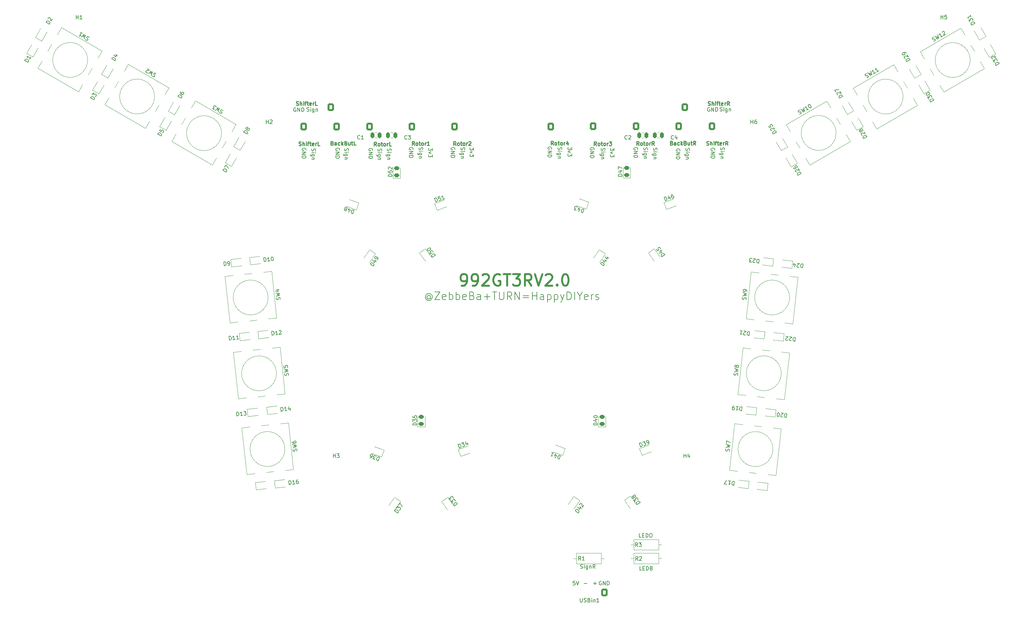
<source format=gbr>
%TF.GenerationSoftware,KiCad,Pcbnew,(6.0.1)*%
%TF.CreationDate,2022-11-23T14:03:38+01:00*%
%TF.ProjectId,992 GT3R PCB 2,39393220-4754-4335-9220-50434220322e,rev?*%
%TF.SameCoordinates,Original*%
%TF.FileFunction,Legend,Top*%
%TF.FilePolarity,Positive*%
%FSLAX46Y46*%
G04 Gerber Fmt 4.6, Leading zero omitted, Abs format (unit mm)*
G04 Created by KiCad (PCBNEW (6.0.1)) date 2022-11-23 14:03:38*
%MOMM*%
%LPD*%
G01*
G04 APERTURE LIST*
G04 Aperture macros list*
%AMRoundRect*
0 Rectangle with rounded corners*
0 $1 Rounding radius*
0 $2 $3 $4 $5 $6 $7 $8 $9 X,Y pos of 4 corners*
0 Add a 4 corners polygon primitive as box body*
4,1,4,$2,$3,$4,$5,$6,$7,$8,$9,$2,$3,0*
0 Add four circle primitives for the rounded corners*
1,1,$1+$1,$2,$3*
1,1,$1+$1,$4,$5*
1,1,$1+$1,$6,$7*
1,1,$1+$1,$8,$9*
0 Add four rect primitives between the rounded corners*
20,1,$1+$1,$2,$3,$4,$5,0*
20,1,$1+$1,$4,$5,$6,$7,0*
20,1,$1+$1,$6,$7,$8,$9,0*
20,1,$1+$1,$8,$9,$2,$3,0*%
%AMHorizOval*
0 Thick line with rounded ends*
0 $1 width*
0 $2 $3 position (X,Y) of the first rounded end (center of the circle)*
0 $4 $5 position (X,Y) of the second rounded end (center of the circle)*
0 Add line between two ends*
20,1,$1,$2,$3,$4,$5,0*
0 Add two circle primitives to create the rounded ends*
1,1,$1,$2,$3*
1,1,$1,$4,$5*%
G04 Aperture macros list end*
%ADD10C,0.200000*%
%ADD11C,0.250000*%
%ADD12C,0.150000*%
%ADD13C,0.500000*%
%ADD14C,0.120000*%
%ADD15RoundRect,0.243750X-0.513547X-0.062026X-0.233929X-0.461363X0.513547X0.062026X0.233929X0.461363X0*%
%ADD16RoundRect,0.243750X0.290853X0.427765X-0.193887X0.479569X-0.290853X-0.427765X0.193887X-0.479569X0*%
%ADD17RoundRect,0.243750X-0.193887X-0.479569X0.290853X-0.427765X0.193887X0.479569X-0.290853X0.427765X0*%
%ADD18RoundRect,0.243750X0.385097X0.345367X-0.073003X0.512102X-0.385097X-0.345367X0.073003X-0.512102X0*%
%ADD19C,2.200000*%
%ADD20HorizOval,2.500000X0.216069X0.125755X-0.216069X-0.125755X0*%
%ADD21RoundRect,0.243750X0.277072X-0.436817X0.517128X-0.012519X-0.277072X0.436817X-0.517128X0.012519X0*%
%ADD22HorizOval,2.500000X0.027434X0.248490X-0.027434X-0.248490X0*%
%ADD23RoundRect,0.243750X-0.073003X-0.512102X0.385097X-0.345367X0.073003X0.512102X-0.385097X0.345367X0*%
%ADD24HorizOval,2.500000X0.026566X-0.248584X-0.026566X0.248584X0*%
%ADD25RoundRect,0.250000X0.250000X0.475000X-0.250000X0.475000X-0.250000X-0.475000X0.250000X-0.475000X0*%
%ADD26HorizOval,2.500000X0.216069X-0.125755X-0.216069X0.125755X0*%
%ADD27RoundRect,0.243750X0.516936X0.018836X0.271714X0.440170X-0.516936X-0.018836X-0.271714X-0.440170X0*%
%ADD28RoundRect,0.243750X-0.233929X0.461363X-0.513547X0.062026X0.233929X-0.461363X0.513547X-0.062026X0*%
%ADD29RoundRect,0.243750X0.456250X-0.243750X0.456250X0.243750X-0.456250X0.243750X-0.456250X-0.243750X0*%
%ADD30C,1.600000*%
%ADD31O,1.600000X1.600000*%
%ADD32RoundRect,0.250000X-0.250000X-0.475000X0.250000X-0.475000X0.250000X0.475000X-0.250000X0.475000X0*%
%ADD33RoundRect,0.250000X-0.600000X-0.750000X0.600000X-0.750000X0.600000X0.750000X-0.600000X0.750000X0*%
%ADD34O,1.700000X2.000000*%
%ADD35RoundRect,0.250000X-0.600000X-0.725000X0.600000X-0.725000X0.600000X0.725000X-0.600000X0.725000X0*%
%ADD36O,1.700000X1.950000*%
%ADD37RoundRect,0.250000X0.600000X0.725000X-0.600000X0.725000X-0.600000X-0.725000X0.600000X-0.725000X0*%
%ADD38O,1.600000X1.200000*%
%ADD39O,1.200000X1.200000*%
%ADD40C,1.700000*%
%ADD41R,1.700000X1.700000*%
G04 APERTURE END LIST*
D10*
X127081428Y112447620D02*
X126986190Y112542858D01*
X126795714Y112638096D01*
X126605238Y112638096D01*
X126414761Y112542858D01*
X126319523Y112447620D01*
X126224285Y112257143D01*
X126224285Y112066667D01*
X126319523Y111876191D01*
X126414761Y111780953D01*
X126605238Y111685715D01*
X126795714Y111685715D01*
X126986190Y111780953D01*
X127081428Y111876191D01*
X127081428Y112638096D02*
X127081428Y111876191D01*
X127176666Y111780953D01*
X127271904Y111780953D01*
X127462380Y111876191D01*
X127557619Y112066667D01*
X127557619Y112542858D01*
X127367142Y112828572D01*
X127081428Y113019048D01*
X126700476Y113114286D01*
X126319523Y113019048D01*
X126033809Y112828572D01*
X125843333Y112542858D01*
X125748095Y112161905D01*
X125843333Y111780953D01*
X126033809Y111495239D01*
X126319523Y111304762D01*
X126700476Y111209524D01*
X127081428Y111304762D01*
X127367142Y111495239D01*
X128224285Y113495239D02*
X129557619Y113495239D01*
X128224285Y111495239D01*
X129557619Y111495239D01*
X131081428Y111590477D02*
X130890952Y111495239D01*
X130510000Y111495239D01*
X130319523Y111590477D01*
X130224285Y111780953D01*
X130224285Y112542858D01*
X130319523Y112733334D01*
X130510000Y112828572D01*
X130890952Y112828572D01*
X131081428Y112733334D01*
X131176666Y112542858D01*
X131176666Y112352381D01*
X130224285Y112161905D01*
X132033809Y111495239D02*
X132033809Y113495239D01*
X132033809Y112733334D02*
X132224285Y112828572D01*
X132605238Y112828572D01*
X132795714Y112733334D01*
X132890952Y112638096D01*
X132986190Y112447620D01*
X132986190Y111876191D01*
X132890952Y111685715D01*
X132795714Y111590477D01*
X132605238Y111495239D01*
X132224285Y111495239D01*
X132033809Y111590477D01*
X133843333Y111495239D02*
X133843333Y113495239D01*
X133843333Y112733334D02*
X134033809Y112828572D01*
X134414761Y112828572D01*
X134605238Y112733334D01*
X134700476Y112638096D01*
X134795714Y112447620D01*
X134795714Y111876191D01*
X134700476Y111685715D01*
X134605238Y111590477D01*
X134414761Y111495239D01*
X134033809Y111495239D01*
X133843333Y111590477D01*
X136414761Y111590477D02*
X136224285Y111495239D01*
X135843333Y111495239D01*
X135652857Y111590477D01*
X135557619Y111780953D01*
X135557619Y112542858D01*
X135652857Y112733334D01*
X135843333Y112828572D01*
X136224285Y112828572D01*
X136414761Y112733334D01*
X136510000Y112542858D01*
X136510000Y112352381D01*
X135557619Y112161905D01*
X138033809Y112542858D02*
X138319523Y112447620D01*
X138414761Y112352381D01*
X138510000Y112161905D01*
X138510000Y111876191D01*
X138414761Y111685715D01*
X138319523Y111590477D01*
X138129047Y111495239D01*
X137367142Y111495239D01*
X137367142Y113495239D01*
X138033809Y113495239D01*
X138224285Y113400000D01*
X138319523Y113304762D01*
X138414761Y113114286D01*
X138414761Y112923810D01*
X138319523Y112733334D01*
X138224285Y112638096D01*
X138033809Y112542858D01*
X137367142Y112542858D01*
X140224285Y111495239D02*
X140224285Y112542858D01*
X140129047Y112733334D01*
X139938571Y112828572D01*
X139557619Y112828572D01*
X139367142Y112733334D01*
X140224285Y111590477D02*
X140033809Y111495239D01*
X139557619Y111495239D01*
X139367142Y111590477D01*
X139271904Y111780953D01*
X139271904Y111971429D01*
X139367142Y112161905D01*
X139557619Y112257143D01*
X140033809Y112257143D01*
X140224285Y112352381D01*
X141176666Y112257143D02*
X142700476Y112257143D01*
X141938571Y111495239D02*
X141938571Y113019048D01*
X143367142Y113495239D02*
X144510000Y113495239D01*
X143938571Y111495239D02*
X143938571Y113495239D01*
X145176666Y113495239D02*
X145176666Y111876191D01*
X145271904Y111685715D01*
X145367142Y111590477D01*
X145557619Y111495239D01*
X145938571Y111495239D01*
X146129047Y111590477D01*
X146224285Y111685715D01*
X146319523Y111876191D01*
X146319523Y113495239D01*
X148414761Y111495239D02*
X147748095Y112447620D01*
X147271904Y111495239D02*
X147271904Y113495239D01*
X148033809Y113495239D01*
X148224285Y113400000D01*
X148319523Y113304762D01*
X148414761Y113114286D01*
X148414761Y112828572D01*
X148319523Y112638096D01*
X148224285Y112542858D01*
X148033809Y112447620D01*
X147271904Y112447620D01*
X149271904Y111495239D02*
X149271904Y113495239D01*
X150414761Y111495239D01*
X150414761Y113495239D01*
X151367142Y112542858D02*
X152890952Y112542858D01*
X152890952Y111971429D02*
X151367142Y111971429D01*
X153843333Y111495239D02*
X153843333Y113495239D01*
X153843333Y112542858D02*
X154986190Y112542858D01*
X154986190Y111495239D02*
X154986190Y113495239D01*
X156795714Y111495239D02*
X156795714Y112542858D01*
X156700476Y112733334D01*
X156510000Y112828572D01*
X156129047Y112828572D01*
X155938571Y112733334D01*
X156795714Y111590477D02*
X156605238Y111495239D01*
X156129047Y111495239D01*
X155938571Y111590477D01*
X155843333Y111780953D01*
X155843333Y111971429D01*
X155938571Y112161905D01*
X156129047Y112257143D01*
X156605238Y112257143D01*
X156795714Y112352381D01*
X157748095Y112828572D02*
X157748095Y110828572D01*
X157748095Y112733334D02*
X157938571Y112828572D01*
X158319523Y112828572D01*
X158510000Y112733334D01*
X158605238Y112638096D01*
X158700476Y112447620D01*
X158700476Y111876191D01*
X158605238Y111685715D01*
X158510000Y111590477D01*
X158319523Y111495239D01*
X157938571Y111495239D01*
X157748095Y111590477D01*
X159557619Y112828572D02*
X159557619Y110828572D01*
X159557619Y112733334D02*
X159748095Y112828572D01*
X160129047Y112828572D01*
X160319523Y112733334D01*
X160414761Y112638096D01*
X160510000Y112447620D01*
X160510000Y111876191D01*
X160414761Y111685715D01*
X160319523Y111590477D01*
X160129047Y111495239D01*
X159748095Y111495239D01*
X159557619Y111590477D01*
X161176666Y112828572D02*
X161652857Y111495239D01*
X162129047Y112828572D02*
X161652857Y111495239D01*
X161462380Y111019048D01*
X161367142Y110923810D01*
X161176666Y110828572D01*
X162890952Y111495239D02*
X162890952Y113495239D01*
X163367142Y113495239D01*
X163652857Y113400000D01*
X163843333Y113209524D01*
X163938571Y113019048D01*
X164033809Y112638096D01*
X164033809Y112352381D01*
X163938571Y111971429D01*
X163843333Y111780953D01*
X163652857Y111590477D01*
X163367142Y111495239D01*
X162890952Y111495239D01*
X164890952Y111495239D02*
X164890952Y113495239D01*
X166224285Y112447620D02*
X166224285Y111495239D01*
X165557619Y113495239D02*
X166224285Y112447620D01*
X166890952Y113495239D01*
X168319523Y111590477D02*
X168129047Y111495239D01*
X167748095Y111495239D01*
X167557619Y111590477D01*
X167462380Y111780953D01*
X167462380Y112542858D01*
X167557619Y112733334D01*
X167748095Y112828572D01*
X168129047Y112828572D01*
X168319523Y112733334D01*
X168414761Y112542858D01*
X168414761Y112352381D01*
X167462380Y112161905D01*
X169271904Y111495239D02*
X169271904Y112828572D01*
X169271904Y112447620D02*
X169367142Y112638096D01*
X169462380Y112733334D01*
X169652857Y112828572D01*
X169843333Y112828572D01*
X170414761Y111590477D02*
X170605238Y111495239D01*
X170986190Y111495239D01*
X171176666Y111590477D01*
X171271904Y111780953D01*
X171271904Y111876191D01*
X171176666Y112066667D01*
X170986190Y112161905D01*
X170700476Y112161905D01*
X170510000Y112257143D01*
X170414761Y112447620D01*
X170414761Y112542858D01*
X170510000Y112733334D01*
X170700476Y112828572D01*
X170986190Y112828572D01*
X171176666Y112733334D01*
D11*
X133738333Y151952620D02*
X133405000Y152428810D01*
X133166904Y151952620D02*
X133166904Y152952620D01*
X133547857Y152952620D01*
X133643095Y152905000D01*
X133690714Y152857381D01*
X133738333Y152762143D01*
X133738333Y152619286D01*
X133690714Y152524048D01*
X133643095Y152476429D01*
X133547857Y152428810D01*
X133166904Y152428810D01*
X134309761Y151952620D02*
X134214523Y152000239D01*
X134166904Y152047858D01*
X134119285Y152143096D01*
X134119285Y152428810D01*
X134166904Y152524048D01*
X134214523Y152571667D01*
X134309761Y152619286D01*
X134452619Y152619286D01*
X134547857Y152571667D01*
X134595476Y152524048D01*
X134643095Y152428810D01*
X134643095Y152143096D01*
X134595476Y152047858D01*
X134547857Y152000239D01*
X134452619Y151952620D01*
X134309761Y151952620D01*
X134928809Y152619286D02*
X135309761Y152619286D01*
X135071666Y152952620D02*
X135071666Y152095477D01*
X135119285Y152000239D01*
X135214523Y151952620D01*
X135309761Y151952620D01*
X135785952Y151952620D02*
X135690714Y152000239D01*
X135643095Y152047858D01*
X135595476Y152143096D01*
X135595476Y152428810D01*
X135643095Y152524048D01*
X135690714Y152571667D01*
X135785952Y152619286D01*
X135928809Y152619286D01*
X136024047Y152571667D01*
X136071666Y152524048D01*
X136119285Y152428810D01*
X136119285Y152143096D01*
X136071666Y152047858D01*
X136024047Y152000239D01*
X135928809Y151952620D01*
X135785952Y151952620D01*
X136547857Y151952620D02*
X136547857Y152619286D01*
X136547857Y152428810D02*
X136595476Y152524048D01*
X136643095Y152571667D01*
X136738333Y152619286D01*
X136833571Y152619286D01*
X137119285Y152857381D02*
X137166904Y152905000D01*
X137262142Y152952620D01*
X137500238Y152952620D01*
X137595476Y152905000D01*
X137643095Y152857381D01*
X137690714Y152762143D01*
X137690714Y152666905D01*
X137643095Y152524048D01*
X137071666Y151952620D01*
X137690714Y151952620D01*
X170588333Y151927620D02*
X170255000Y152403810D01*
X170016904Y151927620D02*
X170016904Y152927620D01*
X170397857Y152927620D01*
X170493095Y152880000D01*
X170540714Y152832381D01*
X170588333Y152737143D01*
X170588333Y152594286D01*
X170540714Y152499048D01*
X170493095Y152451429D01*
X170397857Y152403810D01*
X170016904Y152403810D01*
X171159761Y151927620D02*
X171064523Y151975239D01*
X171016904Y152022858D01*
X170969285Y152118096D01*
X170969285Y152403810D01*
X171016904Y152499048D01*
X171064523Y152546667D01*
X171159761Y152594286D01*
X171302619Y152594286D01*
X171397857Y152546667D01*
X171445476Y152499048D01*
X171493095Y152403810D01*
X171493095Y152118096D01*
X171445476Y152022858D01*
X171397857Y151975239D01*
X171302619Y151927620D01*
X171159761Y151927620D01*
X171778809Y152594286D02*
X172159761Y152594286D01*
X171921666Y152927620D02*
X171921666Y152070477D01*
X171969285Y151975239D01*
X172064523Y151927620D01*
X172159761Y151927620D01*
X172635952Y151927620D02*
X172540714Y151975239D01*
X172493095Y152022858D01*
X172445476Y152118096D01*
X172445476Y152403810D01*
X172493095Y152499048D01*
X172540714Y152546667D01*
X172635952Y152594286D01*
X172778809Y152594286D01*
X172874047Y152546667D01*
X172921666Y152499048D01*
X172969285Y152403810D01*
X172969285Y152118096D01*
X172921666Y152022858D01*
X172874047Y151975239D01*
X172778809Y151927620D01*
X172635952Y151927620D01*
X173397857Y151927620D02*
X173397857Y152594286D01*
X173397857Y152403810D02*
X173445476Y152499048D01*
X173493095Y152546667D01*
X173588333Y152594286D01*
X173683571Y152594286D01*
X173921666Y152927620D02*
X174540714Y152927620D01*
X174207380Y152546667D01*
X174350238Y152546667D01*
X174445476Y152499048D01*
X174493095Y152451429D01*
X174540714Y152356191D01*
X174540714Y152118096D01*
X174493095Y152022858D01*
X174445476Y151975239D01*
X174350238Y151927620D01*
X174064523Y151927620D01*
X173969285Y151975239D01*
X173921666Y152022858D01*
D12*
X115820980Y151070446D02*
X115773361Y150927589D01*
X115773361Y150689494D01*
X115820980Y150594255D01*
X115868599Y150546636D01*
X115963837Y150499017D01*
X116059075Y150499017D01*
X116154313Y150546636D01*
X116201932Y150594255D01*
X116249551Y150689494D01*
X116297170Y150879970D01*
X116344789Y150975208D01*
X116392408Y151022827D01*
X116487646Y151070446D01*
X116582884Y151070446D01*
X116678122Y151022827D01*
X116725742Y150975208D01*
X116773361Y150879970D01*
X116773361Y150641874D01*
X116725742Y150499017D01*
X115773361Y150070446D02*
X116440027Y150070446D01*
X116773361Y150070446D02*
X116725742Y150118065D01*
X116678122Y150070446D01*
X116725742Y150022827D01*
X116773361Y150070446D01*
X116678122Y150070446D01*
X116440027Y149165684D02*
X115630503Y149165684D01*
X115535265Y149213303D01*
X115487646Y149260922D01*
X115440027Y149356160D01*
X115440027Y149499017D01*
X115487646Y149594255D01*
X115820980Y149165684D02*
X115773361Y149260922D01*
X115773361Y149451398D01*
X115820980Y149546636D01*
X115868599Y149594255D01*
X115963837Y149641874D01*
X116249551Y149641874D01*
X116344789Y149594255D01*
X116392408Y149546636D01*
X116440027Y149451398D01*
X116440027Y149260922D01*
X116392408Y149165684D01*
X116440027Y148689494D02*
X115773361Y148689494D01*
X116344789Y148689494D02*
X116392408Y148641874D01*
X116440027Y148546636D01*
X116440027Y148403779D01*
X116392408Y148308541D01*
X116297170Y148260922D01*
X115773361Y148260922D01*
D11*
X190302619Y152576429D02*
X190445476Y152528810D01*
X190493095Y152481191D01*
X190540714Y152385953D01*
X190540714Y152243096D01*
X190493095Y152147858D01*
X190445476Y152100239D01*
X190350238Y152052620D01*
X189969285Y152052620D01*
X189969285Y153052620D01*
X190302619Y153052620D01*
X190397857Y153005000D01*
X190445476Y152957381D01*
X190493095Y152862143D01*
X190493095Y152766905D01*
X190445476Y152671667D01*
X190397857Y152624048D01*
X190302619Y152576429D01*
X189969285Y152576429D01*
X191397857Y152052620D02*
X191397857Y152576429D01*
X191350238Y152671667D01*
X191255000Y152719286D01*
X191064523Y152719286D01*
X190969285Y152671667D01*
X191397857Y152100239D02*
X191302619Y152052620D01*
X191064523Y152052620D01*
X190969285Y152100239D01*
X190921666Y152195477D01*
X190921666Y152290715D01*
X190969285Y152385953D01*
X191064523Y152433572D01*
X191302619Y152433572D01*
X191397857Y152481191D01*
X192302619Y152100239D02*
X192207380Y152052620D01*
X192016904Y152052620D01*
X191921666Y152100239D01*
X191874047Y152147858D01*
X191826428Y152243096D01*
X191826428Y152528810D01*
X191874047Y152624048D01*
X191921666Y152671667D01*
X192016904Y152719286D01*
X192207380Y152719286D01*
X192302619Y152671667D01*
X192731190Y152052620D02*
X192731190Y153052620D01*
X192826428Y152433572D02*
X193112142Y152052620D01*
X193112142Y152719286D02*
X192731190Y152338334D01*
X193874047Y152576429D02*
X194016904Y152528810D01*
X194064523Y152481191D01*
X194112142Y152385953D01*
X194112142Y152243096D01*
X194064523Y152147858D01*
X194016904Y152100239D01*
X193921666Y152052620D01*
X193540714Y152052620D01*
X193540714Y153052620D01*
X193874047Y153052620D01*
X193969285Y153005000D01*
X194016904Y152957381D01*
X194064523Y152862143D01*
X194064523Y152766905D01*
X194016904Y152671667D01*
X193969285Y152624048D01*
X193874047Y152576429D01*
X193540714Y152576429D01*
X194969285Y152719286D02*
X194969285Y152052620D01*
X194540714Y152719286D02*
X194540714Y152195477D01*
X194588333Y152100239D01*
X194683571Y152052620D01*
X194826428Y152052620D01*
X194921666Y152100239D01*
X194969285Y152147858D01*
X195302619Y152719286D02*
X195683571Y152719286D01*
X195445476Y153052620D02*
X195445476Y152195477D01*
X195493095Y152100239D01*
X195588333Y152052620D01*
X195683571Y152052620D01*
X196588333Y152052620D02*
X196255000Y152528810D01*
X196016904Y152052620D02*
X196016904Y153052620D01*
X196397857Y153052620D01*
X196493095Y153005000D01*
X196540714Y152957381D01*
X196588333Y152862143D01*
X196588333Y152719286D01*
X196540714Y152624048D01*
X196493095Y152576429D01*
X196397857Y152528810D01*
X196016904Y152528810D01*
D12*
X91818095Y161780000D02*
X91722857Y161827620D01*
X91580000Y161827620D01*
X91437142Y161780000D01*
X91341904Y161684762D01*
X91294285Y161589524D01*
X91246666Y161399048D01*
X91246666Y161256191D01*
X91294285Y161065715D01*
X91341904Y160970477D01*
X91437142Y160875239D01*
X91580000Y160827620D01*
X91675238Y160827620D01*
X91818095Y160875239D01*
X91865714Y160922858D01*
X91865714Y161256191D01*
X91675238Y161256191D01*
X92294285Y160827620D02*
X92294285Y161827620D01*
X92865714Y160827620D01*
X92865714Y161827620D01*
X93341904Y160827620D02*
X93341904Y161827620D01*
X93580000Y161827620D01*
X93722857Y161780000D01*
X93818095Y161684762D01*
X93865714Y161589524D01*
X93913333Y161399048D01*
X93913333Y161256191D01*
X93865714Y161065715D01*
X93818095Y160970477D01*
X93722857Y160875239D01*
X93580000Y160827620D01*
X93341904Y160827620D01*
X164127619Y151445477D02*
X164127619Y150826429D01*
X163746666Y151159762D01*
X163746666Y151016905D01*
X163699047Y150921667D01*
X163651428Y150874048D01*
X163556190Y150826429D01*
X163318095Y150826429D01*
X163222857Y150874048D01*
X163175238Y150921667D01*
X163127619Y151016905D01*
X163127619Y151302620D01*
X163175238Y151397858D01*
X163222857Y151445477D01*
X163794285Y150493096D02*
X163127619Y150255000D01*
X163794285Y150016905D01*
X164127619Y149731191D02*
X164127619Y149112143D01*
X163746666Y149445477D01*
X163746666Y149302620D01*
X163699047Y149207381D01*
X163651428Y149159762D01*
X163556190Y149112143D01*
X163318095Y149112143D01*
X163222857Y149159762D01*
X163175238Y149207381D01*
X163127619Y149302620D01*
X163127619Y149588334D01*
X163175238Y149683572D01*
X163222857Y149731191D01*
X122480000Y150841905D02*
X122527619Y150937143D01*
X122527619Y151080000D01*
X122480000Y151222858D01*
X122384761Y151318096D01*
X122289523Y151365715D01*
X122099047Y151413334D01*
X121956190Y151413334D01*
X121765714Y151365715D01*
X121670476Y151318096D01*
X121575238Y151222858D01*
X121527619Y151080000D01*
X121527619Y150984762D01*
X121575238Y150841905D01*
X121622857Y150794286D01*
X121956190Y150794286D01*
X121956190Y150984762D01*
X121527619Y150365715D02*
X122527619Y150365715D01*
X121527619Y149794286D01*
X122527619Y149794286D01*
X121527619Y149318096D02*
X122527619Y149318096D01*
X122527619Y149080000D01*
X122480000Y148937143D01*
X122384761Y148841905D01*
X122289523Y148794286D01*
X122099047Y148746667D01*
X121956190Y148746667D01*
X121765714Y148794286D01*
X121670476Y148841905D01*
X121575238Y148937143D01*
X121527619Y149080000D01*
X121527619Y149318096D01*
X94701428Y160950239D02*
X94844285Y160902620D01*
X95082380Y160902620D01*
X95177619Y160950239D01*
X95225238Y160997858D01*
X95272857Y161093096D01*
X95272857Y161188334D01*
X95225238Y161283572D01*
X95177619Y161331191D01*
X95082380Y161378810D01*
X94891904Y161426429D01*
X94796666Y161474048D01*
X94749047Y161521667D01*
X94701428Y161616905D01*
X94701428Y161712143D01*
X94749047Y161807381D01*
X94796666Y161855000D01*
X94891904Y161902620D01*
X95130000Y161902620D01*
X95272857Y161855000D01*
X95701428Y160902620D02*
X95701428Y161569286D01*
X95701428Y161902620D02*
X95653809Y161855000D01*
X95701428Y161807381D01*
X95749047Y161855000D01*
X95701428Y161902620D01*
X95701428Y161807381D01*
X96606190Y161569286D02*
X96606190Y160759762D01*
X96558571Y160664524D01*
X96510952Y160616905D01*
X96415714Y160569286D01*
X96272857Y160569286D01*
X96177619Y160616905D01*
X96606190Y160950239D02*
X96510952Y160902620D01*
X96320476Y160902620D01*
X96225238Y160950239D01*
X96177619Y160997858D01*
X96130000Y161093096D01*
X96130000Y161378810D01*
X96177619Y161474048D01*
X96225238Y161521667D01*
X96320476Y161569286D01*
X96510952Y161569286D01*
X96606190Y161521667D01*
X97082380Y161569286D02*
X97082380Y160902620D01*
X97082380Y161474048D02*
X97130000Y161521667D01*
X97225238Y161569286D01*
X97368095Y161569286D01*
X97463333Y161521667D01*
X97510952Y161426429D01*
X97510952Y160902620D01*
X203175238Y151383572D02*
X203127619Y151240715D01*
X203127619Y151002620D01*
X203175238Y150907381D01*
X203222857Y150859762D01*
X203318095Y150812143D01*
X203413333Y150812143D01*
X203508571Y150859762D01*
X203556190Y150907381D01*
X203603809Y151002620D01*
X203651428Y151193096D01*
X203699047Y151288334D01*
X203746666Y151335953D01*
X203841904Y151383572D01*
X203937142Y151383572D01*
X204032380Y151335953D01*
X204080000Y151288334D01*
X204127619Y151193096D01*
X204127619Y150955000D01*
X204080000Y150812143D01*
X203127619Y150383572D02*
X203794285Y150383572D01*
X204127619Y150383572D02*
X204080000Y150431191D01*
X204032380Y150383572D01*
X204080000Y150335953D01*
X204127619Y150383572D01*
X204032380Y150383572D01*
X203794285Y149478810D02*
X202984761Y149478810D01*
X202889523Y149526429D01*
X202841904Y149574048D01*
X202794285Y149669286D01*
X202794285Y149812143D01*
X202841904Y149907381D01*
X203175238Y149478810D02*
X203127619Y149574048D01*
X203127619Y149764524D01*
X203175238Y149859762D01*
X203222857Y149907381D01*
X203318095Y149955000D01*
X203603809Y149955000D01*
X203699047Y149907381D01*
X203746666Y149859762D01*
X203794285Y149764524D01*
X203794285Y149574048D01*
X203746666Y149478810D01*
X203794285Y149002620D02*
X203127619Y149002620D01*
X203699047Y149002620D02*
X203746666Y148955000D01*
X203794285Y148859762D01*
X203794285Y148716905D01*
X203746666Y148621667D01*
X203651428Y148574048D01*
X203127619Y148574048D01*
X124125238Y151408572D02*
X124077619Y151265715D01*
X124077619Y151027620D01*
X124125238Y150932381D01*
X124172857Y150884762D01*
X124268095Y150837143D01*
X124363333Y150837143D01*
X124458571Y150884762D01*
X124506190Y150932381D01*
X124553809Y151027620D01*
X124601428Y151218096D01*
X124649047Y151313334D01*
X124696666Y151360953D01*
X124791904Y151408572D01*
X124887142Y151408572D01*
X124982380Y151360953D01*
X125030000Y151313334D01*
X125077619Y151218096D01*
X125077619Y150980000D01*
X125030000Y150837143D01*
X124077619Y150408572D02*
X124744285Y150408572D01*
X125077619Y150408572D02*
X125030000Y150456191D01*
X124982380Y150408572D01*
X125030000Y150360953D01*
X125077619Y150408572D01*
X124982380Y150408572D01*
X124744285Y149503810D02*
X123934761Y149503810D01*
X123839523Y149551429D01*
X123791904Y149599048D01*
X123744285Y149694286D01*
X123744285Y149837143D01*
X123791904Y149932381D01*
X124125238Y149503810D02*
X124077619Y149599048D01*
X124077619Y149789524D01*
X124125238Y149884762D01*
X124172857Y149932381D01*
X124268095Y149980000D01*
X124553809Y149980000D01*
X124649047Y149932381D01*
X124696666Y149884762D01*
X124744285Y149789524D01*
X124744285Y149599048D01*
X124696666Y149503810D01*
X124744285Y149027620D02*
X124077619Y149027620D01*
X124649047Y149027620D02*
X124696666Y148980000D01*
X124744285Y148884762D01*
X124744285Y148741905D01*
X124696666Y148646667D01*
X124601428Y148599048D01*
X124077619Y148599048D01*
X169955000Y150791905D02*
X170002619Y150887143D01*
X170002619Y151030000D01*
X169955000Y151172858D01*
X169859761Y151268096D01*
X169764523Y151315715D01*
X169574047Y151363334D01*
X169431190Y151363334D01*
X169240714Y151315715D01*
X169145476Y151268096D01*
X169050238Y151172858D01*
X169002619Y151030000D01*
X169002619Y150934762D01*
X169050238Y150791905D01*
X169097857Y150744286D01*
X169431190Y150744286D01*
X169431190Y150934762D01*
X169002619Y150315715D02*
X170002619Y150315715D01*
X169002619Y149744286D01*
X170002619Y149744286D01*
X169002619Y149268096D02*
X170002619Y149268096D01*
X170002619Y149030000D01*
X169955000Y148887143D01*
X169859761Y148791905D01*
X169764523Y148744286D01*
X169574047Y148696667D01*
X169431190Y148696667D01*
X169240714Y148744286D01*
X169145476Y148791905D01*
X169050238Y148887143D01*
X169002619Y149030000D01*
X169002619Y149268096D01*
X167329047Y37073572D02*
X168090952Y37073572D01*
D11*
X159288333Y152052620D02*
X158955000Y152528810D01*
X158716904Y152052620D02*
X158716904Y153052620D01*
X159097857Y153052620D01*
X159193095Y153005000D01*
X159240714Y152957381D01*
X159288333Y152862143D01*
X159288333Y152719286D01*
X159240714Y152624048D01*
X159193095Y152576429D01*
X159097857Y152528810D01*
X158716904Y152528810D01*
X159859761Y152052620D02*
X159764523Y152100239D01*
X159716904Y152147858D01*
X159669285Y152243096D01*
X159669285Y152528810D01*
X159716904Y152624048D01*
X159764523Y152671667D01*
X159859761Y152719286D01*
X160002619Y152719286D01*
X160097857Y152671667D01*
X160145476Y152624048D01*
X160193095Y152528810D01*
X160193095Y152243096D01*
X160145476Y152147858D01*
X160097857Y152100239D01*
X160002619Y152052620D01*
X159859761Y152052620D01*
X160478809Y152719286D02*
X160859761Y152719286D01*
X160621666Y153052620D02*
X160621666Y152195477D01*
X160669285Y152100239D01*
X160764523Y152052620D01*
X160859761Y152052620D01*
X161335952Y152052620D02*
X161240714Y152100239D01*
X161193095Y152147858D01*
X161145476Y152243096D01*
X161145476Y152528810D01*
X161193095Y152624048D01*
X161240714Y152671667D01*
X161335952Y152719286D01*
X161478809Y152719286D01*
X161574047Y152671667D01*
X161621666Y152624048D01*
X161669285Y152528810D01*
X161669285Y152243096D01*
X161621666Y152147858D01*
X161574047Y152100239D01*
X161478809Y152052620D01*
X161335952Y152052620D01*
X162097857Y152052620D02*
X162097857Y152719286D01*
X162097857Y152528810D02*
X162145476Y152624048D01*
X162193095Y152671667D01*
X162288333Y152719286D01*
X162383571Y152719286D01*
X163145476Y152719286D02*
X163145476Y152052620D01*
X162907380Y153100239D02*
X162669285Y152385953D01*
X163288333Y152385953D01*
D12*
X169809047Y37098572D02*
X170570952Y37098572D01*
X170190000Y36717620D02*
X170190000Y37479524D01*
D11*
X122863333Y151977620D02*
X122530000Y152453810D01*
X122291904Y151977620D02*
X122291904Y152977620D01*
X122672857Y152977620D01*
X122768095Y152930000D01*
X122815714Y152882381D01*
X122863333Y152787143D01*
X122863333Y152644286D01*
X122815714Y152549048D01*
X122768095Y152501429D01*
X122672857Y152453810D01*
X122291904Y152453810D01*
X123434761Y151977620D02*
X123339523Y152025239D01*
X123291904Y152072858D01*
X123244285Y152168096D01*
X123244285Y152453810D01*
X123291904Y152549048D01*
X123339523Y152596667D01*
X123434761Y152644286D01*
X123577619Y152644286D01*
X123672857Y152596667D01*
X123720476Y152549048D01*
X123768095Y152453810D01*
X123768095Y152168096D01*
X123720476Y152072858D01*
X123672857Y152025239D01*
X123577619Y151977620D01*
X123434761Y151977620D01*
X124053809Y152644286D02*
X124434761Y152644286D01*
X124196666Y152977620D02*
X124196666Y152120477D01*
X124244285Y152025239D01*
X124339523Y151977620D01*
X124434761Y151977620D01*
X124910952Y151977620D02*
X124815714Y152025239D01*
X124768095Y152072858D01*
X124720476Y152168096D01*
X124720476Y152453810D01*
X124768095Y152549048D01*
X124815714Y152596667D01*
X124910952Y152644286D01*
X125053809Y152644286D01*
X125149047Y152596667D01*
X125196666Y152549048D01*
X125244285Y152453810D01*
X125244285Y152168096D01*
X125196666Y152072858D01*
X125149047Y152025239D01*
X125053809Y151977620D01*
X124910952Y151977620D01*
X125672857Y151977620D02*
X125672857Y152644286D01*
X125672857Y152453810D02*
X125720476Y152549048D01*
X125768095Y152596667D01*
X125863333Y152644286D01*
X125958571Y152644286D01*
X126815714Y151977620D02*
X126244285Y151977620D01*
X126530000Y151977620D02*
X126530000Y152977620D01*
X126434761Y152834762D01*
X126339523Y152739524D01*
X126244285Y152691905D01*
D12*
X158830000Y150966905D02*
X158877619Y151062143D01*
X158877619Y151205000D01*
X158830000Y151347858D01*
X158734761Y151443096D01*
X158639523Y151490715D01*
X158449047Y151538334D01*
X158306190Y151538334D01*
X158115714Y151490715D01*
X158020476Y151443096D01*
X157925238Y151347858D01*
X157877619Y151205000D01*
X157877619Y151109762D01*
X157925238Y150966905D01*
X157972857Y150919286D01*
X158306190Y150919286D01*
X158306190Y151109762D01*
X157877619Y150490715D02*
X158877619Y150490715D01*
X157877619Y149919286D01*
X158877619Y149919286D01*
X157877619Y149443096D02*
X158877619Y149443096D01*
X158877619Y149205000D01*
X158830000Y149062143D01*
X158734761Y148966905D01*
X158639523Y148919286D01*
X158449047Y148871667D01*
X158306190Y148871667D01*
X158115714Y148919286D01*
X158020476Y148966905D01*
X157925238Y149062143D01*
X157877619Y149205000D01*
X157877619Y149443096D01*
X138427619Y151345477D02*
X138427619Y150726429D01*
X138046666Y151059762D01*
X138046666Y150916905D01*
X137999047Y150821667D01*
X137951428Y150774048D01*
X137856190Y150726429D01*
X137618095Y150726429D01*
X137522857Y150774048D01*
X137475238Y150821667D01*
X137427619Y150916905D01*
X137427619Y151202620D01*
X137475238Y151297858D01*
X137522857Y151345477D01*
X138094285Y150393096D02*
X137427619Y150155000D01*
X138094285Y149916905D01*
X138427619Y149631191D02*
X138427619Y149012143D01*
X138046666Y149345477D01*
X138046666Y149202620D01*
X137999047Y149107381D01*
X137951428Y149059762D01*
X137856190Y149012143D01*
X137618095Y149012143D01*
X137522857Y149059762D01*
X137475238Y149107381D01*
X137427619Y149202620D01*
X137427619Y149488334D01*
X137475238Y149583572D01*
X137522857Y149631191D01*
X96025238Y151058572D02*
X95977619Y150915715D01*
X95977619Y150677620D01*
X96025238Y150582381D01*
X96072857Y150534762D01*
X96168095Y150487143D01*
X96263333Y150487143D01*
X96358571Y150534762D01*
X96406190Y150582381D01*
X96453809Y150677620D01*
X96501428Y150868096D01*
X96549047Y150963334D01*
X96596666Y151010953D01*
X96691904Y151058572D01*
X96787142Y151058572D01*
X96882380Y151010953D01*
X96930000Y150963334D01*
X96977619Y150868096D01*
X96977619Y150630000D01*
X96930000Y150487143D01*
X95977619Y150058572D02*
X96644285Y150058572D01*
X96977619Y150058572D02*
X96930000Y150106191D01*
X96882380Y150058572D01*
X96930000Y150010953D01*
X96977619Y150058572D01*
X96882380Y150058572D01*
X96644285Y149153810D02*
X95834761Y149153810D01*
X95739523Y149201429D01*
X95691904Y149249048D01*
X95644285Y149344286D01*
X95644285Y149487143D01*
X95691904Y149582381D01*
X96025238Y149153810D02*
X95977619Y149249048D01*
X95977619Y149439524D01*
X96025238Y149534762D01*
X96072857Y149582381D01*
X96168095Y149630000D01*
X96453809Y149630000D01*
X96549047Y149582381D01*
X96596666Y149534762D01*
X96644285Y149439524D01*
X96644285Y149249048D01*
X96596666Y149153810D01*
X96644285Y148677620D02*
X95977619Y148677620D01*
X96549047Y148677620D02*
X96596666Y148630000D01*
X96644285Y148534762D01*
X96644285Y148391905D01*
X96596666Y148296667D01*
X96501428Y148249048D01*
X95977619Y148249048D01*
X160575238Y151408572D02*
X160527619Y151265715D01*
X160527619Y151027620D01*
X160575238Y150932381D01*
X160622857Y150884762D01*
X160718095Y150837143D01*
X160813333Y150837143D01*
X160908571Y150884762D01*
X160956190Y150932381D01*
X161003809Y151027620D01*
X161051428Y151218096D01*
X161099047Y151313334D01*
X161146666Y151360953D01*
X161241904Y151408572D01*
X161337142Y151408572D01*
X161432380Y151360953D01*
X161480000Y151313334D01*
X161527619Y151218096D01*
X161527619Y150980000D01*
X161480000Y150837143D01*
X160527619Y150408572D02*
X161194285Y150408572D01*
X161527619Y150408572D02*
X161480000Y150456191D01*
X161432380Y150408572D01*
X161480000Y150360953D01*
X161527619Y150408572D01*
X161432380Y150408572D01*
X161194285Y149503810D02*
X160384761Y149503810D01*
X160289523Y149551429D01*
X160241904Y149599048D01*
X160194285Y149694286D01*
X160194285Y149837143D01*
X160241904Y149932381D01*
X160575238Y149503810D02*
X160527619Y149599048D01*
X160527619Y149789524D01*
X160575238Y149884762D01*
X160622857Y149932381D01*
X160718095Y149980000D01*
X161003809Y149980000D01*
X161099047Y149932381D01*
X161146666Y149884762D01*
X161194285Y149789524D01*
X161194285Y149599048D01*
X161146666Y149503810D01*
X161194285Y149027620D02*
X160527619Y149027620D01*
X161099047Y149027620D02*
X161146666Y148980000D01*
X161194285Y148884762D01*
X161194285Y148741905D01*
X161146666Y148646667D01*
X161051428Y148599048D01*
X160527619Y148599048D01*
D13*
X135302857Y115162858D02*
X135874285Y115162858D01*
X136160000Y115305715D01*
X136302857Y115448572D01*
X136588571Y115877143D01*
X136731428Y116448572D01*
X136731428Y117591429D01*
X136588571Y117877143D01*
X136445714Y118020000D01*
X136160000Y118162858D01*
X135588571Y118162858D01*
X135302857Y118020000D01*
X135160000Y117877143D01*
X135017142Y117591429D01*
X135017142Y116877143D01*
X135160000Y116591429D01*
X135302857Y116448572D01*
X135588571Y116305715D01*
X136160000Y116305715D01*
X136445714Y116448572D01*
X136588571Y116591429D01*
X136731428Y116877143D01*
X138160000Y115162858D02*
X138731428Y115162858D01*
X139017142Y115305715D01*
X139160000Y115448572D01*
X139445714Y115877143D01*
X139588571Y116448572D01*
X139588571Y117591429D01*
X139445714Y117877143D01*
X139302857Y118020000D01*
X139017142Y118162858D01*
X138445714Y118162858D01*
X138160000Y118020000D01*
X138017142Y117877143D01*
X137874285Y117591429D01*
X137874285Y116877143D01*
X138017142Y116591429D01*
X138160000Y116448572D01*
X138445714Y116305715D01*
X139017142Y116305715D01*
X139302857Y116448572D01*
X139445714Y116591429D01*
X139588571Y116877143D01*
X140731428Y117877143D02*
X140874285Y118020000D01*
X141160000Y118162858D01*
X141874285Y118162858D01*
X142160000Y118020000D01*
X142302857Y117877143D01*
X142445714Y117591429D01*
X142445714Y117305715D01*
X142302857Y116877143D01*
X140588571Y115162858D01*
X142445714Y115162858D01*
X145302857Y118020000D02*
X145017142Y118162858D01*
X144588571Y118162858D01*
X144160000Y118020000D01*
X143874285Y117734286D01*
X143731428Y117448572D01*
X143588571Y116877143D01*
X143588571Y116448572D01*
X143731428Y115877143D01*
X143874285Y115591429D01*
X144160000Y115305715D01*
X144588571Y115162858D01*
X144874285Y115162858D01*
X145302857Y115305715D01*
X145445714Y115448572D01*
X145445714Y116448572D01*
X144874285Y116448572D01*
X146302857Y118162858D02*
X148017142Y118162858D01*
X147160000Y115162858D02*
X147160000Y118162858D01*
X148731428Y118162858D02*
X150588571Y118162858D01*
X149588571Y117020000D01*
X150017142Y117020000D01*
X150302857Y116877143D01*
X150445714Y116734286D01*
X150588571Y116448572D01*
X150588571Y115734286D01*
X150445714Y115448572D01*
X150302857Y115305715D01*
X150017142Y115162858D01*
X149160000Y115162858D01*
X148874285Y115305715D01*
X148731428Y115448572D01*
X153588571Y115162858D02*
X152588571Y116591429D01*
X151874285Y115162858D02*
X151874285Y118162858D01*
X153017142Y118162858D01*
X153302857Y118020000D01*
X153445714Y117877143D01*
X153588571Y117591429D01*
X153588571Y117162858D01*
X153445714Y116877143D01*
X153302857Y116734286D01*
X153017142Y116591429D01*
X151874285Y116591429D01*
X154445714Y118162858D02*
X155445714Y115162858D01*
X156445714Y118162858D01*
X157302857Y117877143D02*
X157445714Y118020000D01*
X157731428Y118162858D01*
X158445714Y118162858D01*
X158731428Y118020000D01*
X158874285Y117877143D01*
X159017142Y117591429D01*
X159017142Y117305715D01*
X158874285Y116877143D01*
X157160000Y115162858D01*
X159017142Y115162858D01*
X160302857Y115448572D02*
X160445714Y115305715D01*
X160302857Y115162858D01*
X160160000Y115305715D01*
X160302857Y115448572D01*
X160302857Y115162858D01*
X162302857Y118162858D02*
X162588571Y118162858D01*
X162874285Y118020000D01*
X163017142Y117877143D01*
X163160000Y117591429D01*
X163302857Y117020000D01*
X163302857Y116305715D01*
X163160000Y115734286D01*
X163017142Y115448572D01*
X162874285Y115305715D01*
X162588571Y115162858D01*
X162302857Y115162858D01*
X162017142Y115305715D01*
X161874285Y115448572D01*
X161731428Y115734286D01*
X161588571Y116305715D01*
X161588571Y117020000D01*
X161731428Y117591429D01*
X161874285Y117877143D01*
X162017142Y118020000D01*
X162302857Y118162858D01*
D12*
X113375238Y151033572D02*
X113327619Y150890715D01*
X113327619Y150652620D01*
X113375238Y150557381D01*
X113422857Y150509762D01*
X113518095Y150462143D01*
X113613333Y150462143D01*
X113708571Y150509762D01*
X113756190Y150557381D01*
X113803809Y150652620D01*
X113851428Y150843096D01*
X113899047Y150938334D01*
X113946666Y150985953D01*
X114041904Y151033572D01*
X114137142Y151033572D01*
X114232380Y150985953D01*
X114280000Y150938334D01*
X114327619Y150843096D01*
X114327619Y150605000D01*
X114280000Y150462143D01*
X113327619Y150033572D02*
X113994285Y150033572D01*
X114327619Y150033572D02*
X114280000Y150081191D01*
X114232380Y150033572D01*
X114280000Y149985953D01*
X114327619Y150033572D01*
X114232380Y150033572D01*
X113994285Y149128810D02*
X113184761Y149128810D01*
X113089523Y149176429D01*
X113041904Y149224048D01*
X112994285Y149319286D01*
X112994285Y149462143D01*
X113041904Y149557381D01*
X113375238Y149128810D02*
X113327619Y149224048D01*
X113327619Y149414524D01*
X113375238Y149509762D01*
X113422857Y149557381D01*
X113518095Y149605000D01*
X113803809Y149605000D01*
X113899047Y149557381D01*
X113946666Y149509762D01*
X113994285Y149414524D01*
X113994285Y149224048D01*
X113946666Y149128810D01*
X113994285Y148652620D02*
X113327619Y148652620D01*
X113899047Y148652620D02*
X113946666Y148605000D01*
X113994285Y148509762D01*
X113994285Y148366905D01*
X113946666Y148271667D01*
X113851428Y148224048D01*
X113327619Y148224048D01*
X192455000Y150466905D02*
X192502619Y150562143D01*
X192502619Y150705000D01*
X192455000Y150847858D01*
X192359761Y150943096D01*
X192264523Y150990715D01*
X192074047Y151038334D01*
X191931190Y151038334D01*
X191740714Y150990715D01*
X191645476Y150943096D01*
X191550238Y150847858D01*
X191502619Y150705000D01*
X191502619Y150609762D01*
X191550238Y150466905D01*
X191597857Y150419286D01*
X191931190Y150419286D01*
X191931190Y150609762D01*
X191502619Y149990715D02*
X192502619Y149990715D01*
X191502619Y149419286D01*
X192502619Y149419286D01*
X191502619Y148943096D02*
X192502619Y148943096D01*
X192502619Y148705000D01*
X192455000Y148562143D01*
X192359761Y148466905D01*
X192264523Y148419286D01*
X192074047Y148371667D01*
X191931190Y148371667D01*
X191740714Y148419286D01*
X191645476Y148466905D01*
X191550238Y148562143D01*
X191502619Y148705000D01*
X191502619Y148943096D01*
X182328333Y49176620D02*
X181852142Y49176620D01*
X181852142Y50176620D01*
X182661666Y49700429D02*
X182995000Y49700429D01*
X183137857Y49176620D02*
X182661666Y49176620D01*
X182661666Y50176620D01*
X183137857Y50176620D01*
X183566428Y49176620D02*
X183566428Y50176620D01*
X183804523Y50176620D01*
X183947380Y50129000D01*
X184042619Y50033762D01*
X184090238Y49938524D01*
X184137857Y49748048D01*
X184137857Y49605191D01*
X184090238Y49414715D01*
X184042619Y49319477D01*
X183947380Y49224239D01*
X183804523Y49176620D01*
X183566428Y49176620D01*
X184756904Y50176620D02*
X184947380Y50176620D01*
X185042619Y50129000D01*
X185137857Y50033762D01*
X185185476Y49843286D01*
X185185476Y49509953D01*
X185137857Y49319477D01*
X185042619Y49224239D01*
X184947380Y49176620D01*
X184756904Y49176620D01*
X184661666Y49224239D01*
X184566428Y49319477D01*
X184518809Y49509953D01*
X184518809Y49843286D01*
X184566428Y50033762D01*
X184661666Y50129000D01*
X184756904Y50176620D01*
D11*
X92614523Y151950239D02*
X92757380Y151902620D01*
X92995476Y151902620D01*
X93090714Y151950239D01*
X93138333Y151997858D01*
X93185952Y152093096D01*
X93185952Y152188334D01*
X93138333Y152283572D01*
X93090714Y152331191D01*
X92995476Y152378810D01*
X92805000Y152426429D01*
X92709761Y152474048D01*
X92662142Y152521667D01*
X92614523Y152616905D01*
X92614523Y152712143D01*
X92662142Y152807381D01*
X92709761Y152855000D01*
X92805000Y152902620D01*
X93043095Y152902620D01*
X93185952Y152855000D01*
X93614523Y151902620D02*
X93614523Y152902620D01*
X94043095Y151902620D02*
X94043095Y152426429D01*
X93995476Y152521667D01*
X93900238Y152569286D01*
X93757380Y152569286D01*
X93662142Y152521667D01*
X93614523Y152474048D01*
X94519285Y151902620D02*
X94519285Y152569286D01*
X94519285Y152902620D02*
X94471666Y152855000D01*
X94519285Y152807381D01*
X94566904Y152855000D01*
X94519285Y152902620D01*
X94519285Y152807381D01*
X94852619Y152569286D02*
X95233571Y152569286D01*
X94995476Y151902620D02*
X94995476Y152759762D01*
X95043095Y152855000D01*
X95138333Y152902620D01*
X95233571Y152902620D01*
X95424047Y152569286D02*
X95805000Y152569286D01*
X95566904Y152902620D02*
X95566904Y152045477D01*
X95614523Y151950239D01*
X95709761Y151902620D01*
X95805000Y151902620D01*
X96519285Y151950239D02*
X96424047Y151902620D01*
X96233571Y151902620D01*
X96138333Y151950239D01*
X96090714Y152045477D01*
X96090714Y152426429D01*
X96138333Y152521667D01*
X96233571Y152569286D01*
X96424047Y152569286D01*
X96519285Y152521667D01*
X96566904Y152426429D01*
X96566904Y152331191D01*
X96090714Y152235953D01*
X96995476Y151902620D02*
X96995476Y152569286D01*
X96995476Y152378810D02*
X97043095Y152474048D01*
X97090714Y152521667D01*
X97185952Y152569286D01*
X97281190Y152569286D01*
X98090714Y151902620D02*
X97614523Y151902620D01*
X97614523Y152902620D01*
D12*
X166401428Y41075239D02*
X166544285Y41027620D01*
X166782380Y41027620D01*
X166877619Y41075239D01*
X166925238Y41122858D01*
X166972857Y41218096D01*
X166972857Y41313334D01*
X166925238Y41408572D01*
X166877619Y41456191D01*
X166782380Y41503810D01*
X166591904Y41551429D01*
X166496666Y41599048D01*
X166449047Y41646667D01*
X166401428Y41741905D01*
X166401428Y41837143D01*
X166449047Y41932381D01*
X166496666Y41980000D01*
X166591904Y42027620D01*
X166830000Y42027620D01*
X166972857Y41980000D01*
X167401428Y41027620D02*
X167401428Y41694286D01*
X167401428Y42027620D02*
X167353809Y41980000D01*
X167401428Y41932381D01*
X167449047Y41980000D01*
X167401428Y42027620D01*
X167401428Y41932381D01*
X168306190Y41694286D02*
X168306190Y40884762D01*
X168258571Y40789524D01*
X168210952Y40741905D01*
X168115714Y40694286D01*
X167972857Y40694286D01*
X167877619Y40741905D01*
X168306190Y41075239D02*
X168210952Y41027620D01*
X168020476Y41027620D01*
X167925238Y41075239D01*
X167877619Y41122858D01*
X167830000Y41218096D01*
X167830000Y41503810D01*
X167877619Y41599048D01*
X167925238Y41646667D01*
X168020476Y41694286D01*
X168210952Y41694286D01*
X168306190Y41646667D01*
X168782380Y41694286D02*
X168782380Y41027620D01*
X168782380Y41599048D02*
X168830000Y41646667D01*
X168925238Y41694286D01*
X169068095Y41694286D01*
X169163333Y41646667D01*
X169210952Y41551429D01*
X169210952Y41027620D01*
X170258571Y41027620D02*
X169925238Y41503810D01*
X169687142Y41027620D02*
X169687142Y42027620D01*
X170068095Y42027620D01*
X170163333Y41980000D01*
X170210952Y41932381D01*
X170258571Y41837143D01*
X170258571Y41694286D01*
X170210952Y41599048D01*
X170163333Y41551429D01*
X170068095Y41503810D01*
X169687142Y41503810D01*
X135125238Y151383572D02*
X135077619Y151240715D01*
X135077619Y151002620D01*
X135125238Y150907381D01*
X135172857Y150859762D01*
X135268095Y150812143D01*
X135363333Y150812143D01*
X135458571Y150859762D01*
X135506190Y150907381D01*
X135553809Y151002620D01*
X135601428Y151193096D01*
X135649047Y151288334D01*
X135696666Y151335953D01*
X135791904Y151383572D01*
X135887142Y151383572D01*
X135982380Y151335953D01*
X136030000Y151288334D01*
X136077619Y151193096D01*
X136077619Y150955000D01*
X136030000Y150812143D01*
X135077619Y150383572D02*
X135744285Y150383572D01*
X136077619Y150383572D02*
X136030000Y150431191D01*
X135982380Y150383572D01*
X136030000Y150335953D01*
X136077619Y150383572D01*
X135982380Y150383572D01*
X135744285Y149478810D02*
X134934761Y149478810D01*
X134839523Y149526429D01*
X134791904Y149574048D01*
X134744285Y149669286D01*
X134744285Y149812143D01*
X134791904Y149907381D01*
X135125238Y149478810D02*
X135077619Y149574048D01*
X135077619Y149764524D01*
X135125238Y149859762D01*
X135172857Y149907381D01*
X135268095Y149955000D01*
X135553809Y149955000D01*
X135649047Y149907381D01*
X135696666Y149859762D01*
X135744285Y149764524D01*
X135744285Y149574048D01*
X135696666Y149478810D01*
X135744285Y149002620D02*
X135077619Y149002620D01*
X135649047Y149002620D02*
X135696666Y148955000D01*
X135744285Y148859762D01*
X135744285Y148716905D01*
X135696666Y148621667D01*
X135601428Y148574048D01*
X135077619Y148574048D01*
X202976428Y160975239D02*
X203119285Y160927620D01*
X203357380Y160927620D01*
X203452619Y160975239D01*
X203500238Y161022858D01*
X203547857Y161118096D01*
X203547857Y161213334D01*
X203500238Y161308572D01*
X203452619Y161356191D01*
X203357380Y161403810D01*
X203166904Y161451429D01*
X203071666Y161499048D01*
X203024047Y161546667D01*
X202976428Y161641905D01*
X202976428Y161737143D01*
X203024047Y161832381D01*
X203071666Y161880000D01*
X203166904Y161927620D01*
X203405000Y161927620D01*
X203547857Y161880000D01*
X203976428Y160927620D02*
X203976428Y161594286D01*
X203976428Y161927620D02*
X203928809Y161880000D01*
X203976428Y161832381D01*
X204024047Y161880000D01*
X203976428Y161927620D01*
X203976428Y161832381D01*
X204881190Y161594286D02*
X204881190Y160784762D01*
X204833571Y160689524D01*
X204785952Y160641905D01*
X204690714Y160594286D01*
X204547857Y160594286D01*
X204452619Y160641905D01*
X204881190Y160975239D02*
X204785952Y160927620D01*
X204595476Y160927620D01*
X204500238Y160975239D01*
X204452619Y161022858D01*
X204405000Y161118096D01*
X204405000Y161403810D01*
X204452619Y161499048D01*
X204500238Y161546667D01*
X204595476Y161594286D01*
X204785952Y161594286D01*
X204881190Y161546667D01*
X205357380Y161594286D02*
X205357380Y160927620D01*
X205357380Y161499048D02*
X205405000Y161546667D01*
X205500238Y161594286D01*
X205643095Y161594286D01*
X205738333Y161546667D01*
X205785952Y161451429D01*
X205785952Y160927620D01*
X194075238Y151183572D02*
X194027619Y151040715D01*
X194027619Y150802620D01*
X194075238Y150707381D01*
X194122857Y150659762D01*
X194218095Y150612143D01*
X194313333Y150612143D01*
X194408571Y150659762D01*
X194456190Y150707381D01*
X194503809Y150802620D01*
X194551428Y150993096D01*
X194599047Y151088334D01*
X194646666Y151135953D01*
X194741904Y151183572D01*
X194837142Y151183572D01*
X194932380Y151135953D01*
X194980000Y151088334D01*
X195027619Y150993096D01*
X195027619Y150755000D01*
X194980000Y150612143D01*
X194027619Y150183572D02*
X194694285Y150183572D01*
X195027619Y150183572D02*
X194980000Y150231191D01*
X194932380Y150183572D01*
X194980000Y150135953D01*
X195027619Y150183572D01*
X194932380Y150183572D01*
X194694285Y149278810D02*
X193884761Y149278810D01*
X193789523Y149326429D01*
X193741904Y149374048D01*
X193694285Y149469286D01*
X193694285Y149612143D01*
X193741904Y149707381D01*
X194075238Y149278810D02*
X194027619Y149374048D01*
X194027619Y149564524D01*
X194075238Y149659762D01*
X194122857Y149707381D01*
X194218095Y149755000D01*
X194503809Y149755000D01*
X194599047Y149707381D01*
X194646666Y149659762D01*
X194694285Y149564524D01*
X194694285Y149374048D01*
X194646666Y149278810D01*
X194694285Y148802620D02*
X194027619Y148802620D01*
X194599047Y148802620D02*
X194646666Y148755000D01*
X194694285Y148659762D01*
X194694285Y148516905D01*
X194646666Y148421667D01*
X194551428Y148374048D01*
X194027619Y148374048D01*
X182437142Y40577620D02*
X181960952Y40577620D01*
X181960952Y41577620D01*
X182770476Y41101429D02*
X183103809Y41101429D01*
X183246666Y40577620D02*
X182770476Y40577620D01*
X182770476Y41577620D01*
X183246666Y41577620D01*
X183675238Y40577620D02*
X183675238Y41577620D01*
X183913333Y41577620D01*
X184056190Y41530000D01*
X184151428Y41434762D01*
X184199047Y41339524D01*
X184246666Y41149048D01*
X184246666Y41006191D01*
X184199047Y40815715D01*
X184151428Y40720477D01*
X184056190Y40625239D01*
X183913333Y40577620D01*
X183675238Y40577620D01*
X185008571Y41101429D02*
X185151428Y41053810D01*
X185199047Y41006191D01*
X185246666Y40910953D01*
X185246666Y40768096D01*
X185199047Y40672858D01*
X185151428Y40625239D01*
X185056190Y40577620D01*
X184675238Y40577620D01*
X184675238Y41577620D01*
X185008571Y41577620D01*
X185103809Y41530000D01*
X185151428Y41482381D01*
X185199047Y41387143D01*
X185199047Y41291905D01*
X185151428Y41196667D01*
X185103809Y41149048D01*
X185008571Y41101429D01*
X184675238Y41101429D01*
D11*
X199444285Y152075239D02*
X199587142Y152027620D01*
X199825238Y152027620D01*
X199920476Y152075239D01*
X199968095Y152122858D01*
X200015714Y152218096D01*
X200015714Y152313334D01*
X199968095Y152408572D01*
X199920476Y152456191D01*
X199825238Y152503810D01*
X199634761Y152551429D01*
X199539523Y152599048D01*
X199491904Y152646667D01*
X199444285Y152741905D01*
X199444285Y152837143D01*
X199491904Y152932381D01*
X199539523Y152980000D01*
X199634761Y153027620D01*
X199872857Y153027620D01*
X200015714Y152980000D01*
X200444285Y152027620D02*
X200444285Y153027620D01*
X200872857Y152027620D02*
X200872857Y152551429D01*
X200825238Y152646667D01*
X200730000Y152694286D01*
X200587142Y152694286D01*
X200491904Y152646667D01*
X200444285Y152599048D01*
X201349047Y152027620D02*
X201349047Y152694286D01*
X201349047Y153027620D02*
X201301428Y152980000D01*
X201349047Y152932381D01*
X201396666Y152980000D01*
X201349047Y153027620D01*
X201349047Y152932381D01*
X201682380Y152694286D02*
X202063333Y152694286D01*
X201825238Y152027620D02*
X201825238Y152884762D01*
X201872857Y152980000D01*
X201968095Y153027620D01*
X202063333Y153027620D01*
X202253809Y152694286D02*
X202634761Y152694286D01*
X202396666Y153027620D02*
X202396666Y152170477D01*
X202444285Y152075239D01*
X202539523Y152027620D01*
X202634761Y152027620D01*
X203349047Y152075239D02*
X203253809Y152027620D01*
X203063333Y152027620D01*
X202968095Y152075239D01*
X202920476Y152170477D01*
X202920476Y152551429D01*
X202968095Y152646667D01*
X203063333Y152694286D01*
X203253809Y152694286D01*
X203349047Y152646667D01*
X203396666Y152551429D01*
X203396666Y152456191D01*
X202920476Y152360953D01*
X203825238Y152027620D02*
X203825238Y152694286D01*
X203825238Y152503810D02*
X203872857Y152599048D01*
X203920476Y152646667D01*
X204015714Y152694286D01*
X204110952Y152694286D01*
X205015714Y152027620D02*
X204682380Y152503810D01*
X204444285Y152027620D02*
X204444285Y153027620D01*
X204825238Y153027620D01*
X204920476Y152980000D01*
X204968095Y152932381D01*
X205015714Y152837143D01*
X205015714Y152694286D01*
X204968095Y152599048D01*
X204920476Y152551429D01*
X204825238Y152503810D01*
X204444285Y152503810D01*
D12*
X171875238Y151208572D02*
X171827619Y151065715D01*
X171827619Y150827620D01*
X171875238Y150732381D01*
X171922857Y150684762D01*
X172018095Y150637143D01*
X172113333Y150637143D01*
X172208571Y150684762D01*
X172256190Y150732381D01*
X172303809Y150827620D01*
X172351428Y151018096D01*
X172399047Y151113334D01*
X172446666Y151160953D01*
X172541904Y151208572D01*
X172637142Y151208572D01*
X172732380Y151160953D01*
X172780000Y151113334D01*
X172827619Y151018096D01*
X172827619Y150780000D01*
X172780000Y150637143D01*
X171827619Y150208572D02*
X172494285Y150208572D01*
X172827619Y150208572D02*
X172780000Y150256191D01*
X172732380Y150208572D01*
X172780000Y150160953D01*
X172827619Y150208572D01*
X172732380Y150208572D01*
X172494285Y149303810D02*
X171684761Y149303810D01*
X171589523Y149351429D01*
X171541904Y149399048D01*
X171494285Y149494286D01*
X171494285Y149637143D01*
X171541904Y149732381D01*
X171875238Y149303810D02*
X171827619Y149399048D01*
X171827619Y149589524D01*
X171875238Y149684762D01*
X171922857Y149732381D01*
X172018095Y149780000D01*
X172303809Y149780000D01*
X172399047Y149732381D01*
X172446666Y149684762D01*
X172494285Y149589524D01*
X172494285Y149399048D01*
X172446666Y149303810D01*
X172494285Y148827620D02*
X171827619Y148827620D01*
X172399047Y148827620D02*
X172446666Y148780000D01*
X172494285Y148684762D01*
X172494285Y148541905D01*
X172446666Y148446667D01*
X172351428Y148399048D01*
X171827619Y148399048D01*
X183050238Y151358572D02*
X183002619Y151215715D01*
X183002619Y150977620D01*
X183050238Y150882381D01*
X183097857Y150834762D01*
X183193095Y150787143D01*
X183288333Y150787143D01*
X183383571Y150834762D01*
X183431190Y150882381D01*
X183478809Y150977620D01*
X183526428Y151168096D01*
X183574047Y151263334D01*
X183621666Y151310953D01*
X183716904Y151358572D01*
X183812142Y151358572D01*
X183907380Y151310953D01*
X183955000Y151263334D01*
X184002619Y151168096D01*
X184002619Y150930000D01*
X183955000Y150787143D01*
X183002619Y150358572D02*
X183669285Y150358572D01*
X184002619Y150358572D02*
X183955000Y150406191D01*
X183907380Y150358572D01*
X183955000Y150310953D01*
X184002619Y150358572D01*
X183907380Y150358572D01*
X183669285Y149453810D02*
X182859761Y149453810D01*
X182764523Y149501429D01*
X182716904Y149549048D01*
X182669285Y149644286D01*
X182669285Y149787143D01*
X182716904Y149882381D01*
X183050238Y149453810D02*
X183002619Y149549048D01*
X183002619Y149739524D01*
X183050238Y149834762D01*
X183097857Y149882381D01*
X183193095Y149930000D01*
X183478809Y149930000D01*
X183574047Y149882381D01*
X183621666Y149834762D01*
X183669285Y149739524D01*
X183669285Y149549048D01*
X183621666Y149453810D01*
X183669285Y148977620D02*
X183002619Y148977620D01*
X183574047Y148977620D02*
X183621666Y148930000D01*
X183669285Y148834762D01*
X183669285Y148691905D01*
X183621666Y148596667D01*
X183526428Y148549048D01*
X183002619Y148549048D01*
X201555000Y150666905D02*
X201602619Y150762143D01*
X201602619Y150905000D01*
X201555000Y151047858D01*
X201459761Y151143096D01*
X201364523Y151190715D01*
X201174047Y151238334D01*
X201031190Y151238334D01*
X200840714Y151190715D01*
X200745476Y151143096D01*
X200650238Y151047858D01*
X200602619Y150905000D01*
X200602619Y150809762D01*
X200650238Y150666905D01*
X200697857Y150619286D01*
X201031190Y150619286D01*
X201031190Y150809762D01*
X200602619Y150190715D02*
X201602619Y150190715D01*
X200602619Y149619286D01*
X201602619Y149619286D01*
X200602619Y149143096D02*
X201602619Y149143096D01*
X201602619Y148905000D01*
X201555000Y148762143D01*
X201459761Y148666905D01*
X201364523Y148619286D01*
X201174047Y148571667D01*
X201031190Y148571667D01*
X200840714Y148619286D01*
X200745476Y148666905D01*
X200650238Y148762143D01*
X200602619Y148905000D01*
X200602619Y149143096D01*
X164979523Y37637620D02*
X164503333Y37637620D01*
X164455714Y37161429D01*
X164503333Y37209048D01*
X164598571Y37256667D01*
X164836666Y37256667D01*
X164931904Y37209048D01*
X164979523Y37161429D01*
X165027142Y37066191D01*
X165027142Y36828096D01*
X164979523Y36732858D01*
X164931904Y36685239D01*
X164836666Y36637620D01*
X164598571Y36637620D01*
X164503333Y36685239D01*
X164455714Y36732858D01*
X165312857Y37637620D02*
X165646190Y36637620D01*
X165979523Y37637620D01*
D11*
X181714523Y152002620D02*
X181381190Y152478810D01*
X181143095Y152002620D02*
X181143095Y153002620D01*
X181524047Y153002620D01*
X181619285Y152955000D01*
X181666904Y152907381D01*
X181714523Y152812143D01*
X181714523Y152669286D01*
X181666904Y152574048D01*
X181619285Y152526429D01*
X181524047Y152478810D01*
X181143095Y152478810D01*
X182285952Y152002620D02*
X182190714Y152050239D01*
X182143095Y152097858D01*
X182095476Y152193096D01*
X182095476Y152478810D01*
X182143095Y152574048D01*
X182190714Y152621667D01*
X182285952Y152669286D01*
X182428809Y152669286D01*
X182524047Y152621667D01*
X182571666Y152574048D01*
X182619285Y152478810D01*
X182619285Y152193096D01*
X182571666Y152097858D01*
X182524047Y152050239D01*
X182428809Y152002620D01*
X182285952Y152002620D01*
X182905000Y152669286D02*
X183285952Y152669286D01*
X183047857Y153002620D02*
X183047857Y152145477D01*
X183095476Y152050239D01*
X183190714Y152002620D01*
X183285952Y152002620D01*
X183762142Y152002620D02*
X183666904Y152050239D01*
X183619285Y152097858D01*
X183571666Y152193096D01*
X183571666Y152478810D01*
X183619285Y152574048D01*
X183666904Y152621667D01*
X183762142Y152669286D01*
X183905000Y152669286D01*
X184000238Y152621667D01*
X184047857Y152574048D01*
X184095476Y152478810D01*
X184095476Y152193096D01*
X184047857Y152097858D01*
X184000238Y152050239D01*
X183905000Y152002620D01*
X183762142Y152002620D01*
X184524047Y152002620D02*
X184524047Y152669286D01*
X184524047Y152478810D02*
X184571666Y152574048D01*
X184619285Y152621667D01*
X184714523Y152669286D01*
X184809761Y152669286D01*
X185714523Y152002620D02*
X185381190Y152478810D01*
X185143095Y152002620D02*
X185143095Y153002620D01*
X185524047Y153002620D01*
X185619285Y152955000D01*
X185666904Y152907381D01*
X185714523Y152812143D01*
X185714523Y152669286D01*
X185666904Y152574048D01*
X185619285Y152526429D01*
X185524047Y152478810D01*
X185143095Y152478810D01*
D12*
X103230000Y150666905D02*
X103277619Y150762143D01*
X103277619Y150905000D01*
X103230000Y151047858D01*
X103134761Y151143096D01*
X103039523Y151190715D01*
X102849047Y151238334D01*
X102706190Y151238334D01*
X102515714Y151190715D01*
X102420476Y151143096D01*
X102325238Y151047858D01*
X102277619Y150905000D01*
X102277619Y150809762D01*
X102325238Y150666905D01*
X102372857Y150619286D01*
X102706190Y150619286D01*
X102706190Y150809762D01*
X102277619Y150190715D02*
X103277619Y150190715D01*
X102277619Y149619286D01*
X103277619Y149619286D01*
X102277619Y149143096D02*
X103277619Y149143096D01*
X103277619Y148905000D01*
X103230000Y148762143D01*
X103134761Y148666905D01*
X103039523Y148619286D01*
X102849047Y148571667D01*
X102706190Y148571667D01*
X102515714Y148619286D01*
X102420476Y148666905D01*
X102325238Y148762143D01*
X102277619Y148905000D01*
X102277619Y149143096D01*
X171878095Y37620000D02*
X171782857Y37667620D01*
X171640000Y37667620D01*
X171497142Y37620000D01*
X171401904Y37524762D01*
X171354285Y37429524D01*
X171306666Y37239048D01*
X171306666Y37096191D01*
X171354285Y36905715D01*
X171401904Y36810477D01*
X171497142Y36715239D01*
X171640000Y36667620D01*
X171735238Y36667620D01*
X171878095Y36715239D01*
X171925714Y36762858D01*
X171925714Y37096191D01*
X171735238Y37096191D01*
X172354285Y36667620D02*
X172354285Y37667620D01*
X172925714Y36667620D01*
X172925714Y37667620D01*
X173401904Y36667620D02*
X173401904Y37667620D01*
X173640000Y37667620D01*
X173782857Y37620000D01*
X173878095Y37524762D01*
X173925714Y37429524D01*
X173973333Y37239048D01*
X173973333Y37096191D01*
X173925714Y36905715D01*
X173878095Y36810477D01*
X173782857Y36715239D01*
X173640000Y36667620D01*
X173401904Y36667620D01*
X185575238Y151258572D02*
X185527619Y151115715D01*
X185527619Y150877620D01*
X185575238Y150782381D01*
X185622857Y150734762D01*
X185718095Y150687143D01*
X185813333Y150687143D01*
X185908571Y150734762D01*
X185956190Y150782381D01*
X186003809Y150877620D01*
X186051428Y151068096D01*
X186099047Y151163334D01*
X186146666Y151210953D01*
X186241904Y151258572D01*
X186337142Y151258572D01*
X186432380Y151210953D01*
X186480000Y151163334D01*
X186527619Y151068096D01*
X186527619Y150830000D01*
X186480000Y150687143D01*
X185527619Y150258572D02*
X186194285Y150258572D01*
X186527619Y150258572D02*
X186480000Y150306191D01*
X186432380Y150258572D01*
X186480000Y150210953D01*
X186527619Y150258572D01*
X186432380Y150258572D01*
X186194285Y149353810D02*
X185384761Y149353810D01*
X185289523Y149401429D01*
X185241904Y149449048D01*
X185194285Y149544286D01*
X185194285Y149687143D01*
X185241904Y149782381D01*
X185575238Y149353810D02*
X185527619Y149449048D01*
X185527619Y149639524D01*
X185575238Y149734762D01*
X185622857Y149782381D01*
X185718095Y149830000D01*
X186003809Y149830000D01*
X186099047Y149782381D01*
X186146666Y149734762D01*
X186194285Y149639524D01*
X186194285Y149449048D01*
X186146666Y149353810D01*
X186194285Y148877620D02*
X185527619Y148877620D01*
X186099047Y148877620D02*
X186146666Y148830000D01*
X186194285Y148734762D01*
X186194285Y148591905D01*
X186146666Y148496667D01*
X186051428Y148449048D01*
X185527619Y148449048D01*
X127602619Y151220477D02*
X127602619Y150601429D01*
X127221666Y150934762D01*
X127221666Y150791905D01*
X127174047Y150696667D01*
X127126428Y150649048D01*
X127031190Y150601429D01*
X126793095Y150601429D01*
X126697857Y150649048D01*
X126650238Y150696667D01*
X126602619Y150791905D01*
X126602619Y151077620D01*
X126650238Y151172858D01*
X126697857Y151220477D01*
X127269285Y150268096D02*
X126602619Y150030000D01*
X127269285Y149791905D01*
X127602619Y149506191D02*
X127602619Y148887143D01*
X127221666Y149220477D01*
X127221666Y149077620D01*
X127174047Y148982381D01*
X127126428Y148934762D01*
X127031190Y148887143D01*
X126793095Y148887143D01*
X126697857Y148934762D01*
X126650238Y148982381D01*
X126602619Y149077620D01*
X126602619Y149363334D01*
X126650238Y149458572D01*
X126697857Y149506191D01*
D11*
X199844285Y162500239D02*
X199987142Y162452620D01*
X200225238Y162452620D01*
X200320476Y162500239D01*
X200368095Y162547858D01*
X200415714Y162643096D01*
X200415714Y162738334D01*
X200368095Y162833572D01*
X200320476Y162881191D01*
X200225238Y162928810D01*
X200034761Y162976429D01*
X199939523Y163024048D01*
X199891904Y163071667D01*
X199844285Y163166905D01*
X199844285Y163262143D01*
X199891904Y163357381D01*
X199939523Y163405000D01*
X200034761Y163452620D01*
X200272857Y163452620D01*
X200415714Y163405000D01*
X200844285Y162452620D02*
X200844285Y163452620D01*
X201272857Y162452620D02*
X201272857Y162976429D01*
X201225238Y163071667D01*
X201130000Y163119286D01*
X200987142Y163119286D01*
X200891904Y163071667D01*
X200844285Y163024048D01*
X201749047Y162452620D02*
X201749047Y163119286D01*
X201749047Y163452620D02*
X201701428Y163405000D01*
X201749047Y163357381D01*
X201796666Y163405000D01*
X201749047Y163452620D01*
X201749047Y163357381D01*
X202082380Y163119286D02*
X202463333Y163119286D01*
X202225238Y162452620D02*
X202225238Y163309762D01*
X202272857Y163405000D01*
X202368095Y163452620D01*
X202463333Y163452620D01*
X202653809Y163119286D02*
X203034761Y163119286D01*
X202796666Y163452620D02*
X202796666Y162595477D01*
X202844285Y162500239D01*
X202939523Y162452620D01*
X203034761Y162452620D01*
X203749047Y162500239D02*
X203653809Y162452620D01*
X203463333Y162452620D01*
X203368095Y162500239D01*
X203320476Y162595477D01*
X203320476Y162976429D01*
X203368095Y163071667D01*
X203463333Y163119286D01*
X203653809Y163119286D01*
X203749047Y163071667D01*
X203796666Y162976429D01*
X203796666Y162881191D01*
X203320476Y162785953D01*
X204225238Y162452620D02*
X204225238Y163119286D01*
X204225238Y162928810D02*
X204272857Y163024048D01*
X204320476Y163071667D01*
X204415714Y163119286D01*
X204510952Y163119286D01*
X205415714Y162452620D02*
X205082380Y162928810D01*
X204844285Y162452620D02*
X204844285Y163452620D01*
X205225238Y163452620D01*
X205320476Y163405000D01*
X205368095Y163357381D01*
X205415714Y163262143D01*
X205415714Y163119286D01*
X205368095Y163024048D01*
X205320476Y162976429D01*
X205225238Y162928810D01*
X204844285Y162928810D01*
D12*
X200293095Y161855000D02*
X200197857Y161902620D01*
X200055000Y161902620D01*
X199912142Y161855000D01*
X199816904Y161759762D01*
X199769285Y161664524D01*
X199721666Y161474048D01*
X199721666Y161331191D01*
X199769285Y161140715D01*
X199816904Y161045477D01*
X199912142Y160950239D01*
X200055000Y160902620D01*
X200150238Y160902620D01*
X200293095Y160950239D01*
X200340714Y160997858D01*
X200340714Y161331191D01*
X200150238Y161331191D01*
X200769285Y160902620D02*
X200769285Y161902620D01*
X201340714Y160902620D01*
X201340714Y161902620D01*
X201816904Y160902620D02*
X201816904Y161902620D01*
X202055000Y161902620D01*
X202197857Y161855000D01*
X202293095Y161759762D01*
X202340714Y161664524D01*
X202388333Y161474048D01*
X202388333Y161331191D01*
X202340714Y161140715D01*
X202293095Y161045477D01*
X202197857Y160950239D01*
X202055000Y160902620D01*
X201816904Y160902620D01*
X104650238Y151133572D02*
X104602619Y150990715D01*
X104602619Y150752620D01*
X104650238Y150657381D01*
X104697857Y150609762D01*
X104793095Y150562143D01*
X104888333Y150562143D01*
X104983571Y150609762D01*
X105031190Y150657381D01*
X105078809Y150752620D01*
X105126428Y150943096D01*
X105174047Y151038334D01*
X105221666Y151085953D01*
X105316904Y151133572D01*
X105412142Y151133572D01*
X105507380Y151085953D01*
X105555000Y151038334D01*
X105602619Y150943096D01*
X105602619Y150705000D01*
X105555000Y150562143D01*
X104602619Y150133572D02*
X105269285Y150133572D01*
X105602619Y150133572D02*
X105555000Y150181191D01*
X105507380Y150133572D01*
X105555000Y150085953D01*
X105602619Y150133572D01*
X105507380Y150133572D01*
X105269285Y149228810D02*
X104459761Y149228810D01*
X104364523Y149276429D01*
X104316904Y149324048D01*
X104269285Y149419286D01*
X104269285Y149562143D01*
X104316904Y149657381D01*
X104650238Y149228810D02*
X104602619Y149324048D01*
X104602619Y149514524D01*
X104650238Y149609762D01*
X104697857Y149657381D01*
X104793095Y149705000D01*
X105078809Y149705000D01*
X105174047Y149657381D01*
X105221666Y149609762D01*
X105269285Y149514524D01*
X105269285Y149324048D01*
X105221666Y149228810D01*
X105269285Y148752620D02*
X104602619Y148752620D01*
X105174047Y148752620D02*
X105221666Y148705000D01*
X105269285Y148609762D01*
X105269285Y148466905D01*
X105221666Y148371667D01*
X105126428Y148324048D01*
X104602619Y148324048D01*
D11*
X112930503Y151832620D02*
X112597170Y152308810D01*
X112359075Y151832620D02*
X112359075Y152832620D01*
X112740027Y152832620D01*
X112835265Y152785000D01*
X112882884Y152737381D01*
X112930503Y152642143D01*
X112930503Y152499286D01*
X112882884Y152404048D01*
X112835265Y152356429D01*
X112740027Y152308810D01*
X112359075Y152308810D01*
X113501932Y151832620D02*
X113406694Y151880239D01*
X113359075Y151927858D01*
X113311456Y152023096D01*
X113311456Y152308810D01*
X113359075Y152404048D01*
X113406694Y152451667D01*
X113501932Y152499286D01*
X113644789Y152499286D01*
X113740027Y152451667D01*
X113787646Y152404048D01*
X113835265Y152308810D01*
X113835265Y152023096D01*
X113787646Y151927858D01*
X113740027Y151880239D01*
X113644789Y151832620D01*
X113501932Y151832620D01*
X114120980Y152499286D02*
X114501932Y152499286D01*
X114263837Y152832620D02*
X114263837Y151975477D01*
X114311456Y151880239D01*
X114406694Y151832620D01*
X114501932Y151832620D01*
X114978122Y151832620D02*
X114882884Y151880239D01*
X114835265Y151927858D01*
X114787646Y152023096D01*
X114787646Y152308810D01*
X114835265Y152404048D01*
X114882884Y152451667D01*
X114978122Y152499286D01*
X115120980Y152499286D01*
X115216218Y152451667D01*
X115263837Y152404048D01*
X115311456Y152308810D01*
X115311456Y152023096D01*
X115263837Y151927858D01*
X115216218Y151880239D01*
X115120980Y151832620D01*
X114978122Y151832620D01*
X115740027Y151832620D02*
X115740027Y152499286D01*
X115740027Y152308810D02*
X115787646Y152404048D01*
X115835265Y152451667D01*
X115930503Y152499286D01*
X116025742Y152499286D01*
X116835265Y151832620D02*
X116359075Y151832620D01*
X116359075Y152832620D01*
D12*
X111880000Y150591905D02*
X111927619Y150687143D01*
X111927619Y150830000D01*
X111880000Y150972858D01*
X111784761Y151068096D01*
X111689523Y151115715D01*
X111499047Y151163334D01*
X111356190Y151163334D01*
X111165714Y151115715D01*
X111070476Y151068096D01*
X110975238Y150972858D01*
X110927619Y150830000D01*
X110927619Y150734762D01*
X110975238Y150591905D01*
X111022857Y150544286D01*
X111356190Y150544286D01*
X111356190Y150734762D01*
X110927619Y150115715D02*
X111927619Y150115715D01*
X110927619Y149544286D01*
X111927619Y149544286D01*
X110927619Y149068096D02*
X111927619Y149068096D01*
X111927619Y148830000D01*
X111880000Y148687143D01*
X111784761Y148591905D01*
X111689523Y148544286D01*
X111499047Y148496667D01*
X111356190Y148496667D01*
X111165714Y148544286D01*
X111070476Y148591905D01*
X110975238Y148687143D01*
X110927619Y148830000D01*
X110927619Y149068096D01*
D11*
X101347857Y152551429D02*
X101490714Y152503810D01*
X101538333Y152456191D01*
X101585952Y152360953D01*
X101585952Y152218096D01*
X101538333Y152122858D01*
X101490714Y152075239D01*
X101395476Y152027620D01*
X101014523Y152027620D01*
X101014523Y153027620D01*
X101347857Y153027620D01*
X101443095Y152980000D01*
X101490714Y152932381D01*
X101538333Y152837143D01*
X101538333Y152741905D01*
X101490714Y152646667D01*
X101443095Y152599048D01*
X101347857Y152551429D01*
X101014523Y152551429D01*
X102443095Y152027620D02*
X102443095Y152551429D01*
X102395476Y152646667D01*
X102300238Y152694286D01*
X102109761Y152694286D01*
X102014523Y152646667D01*
X102443095Y152075239D02*
X102347857Y152027620D01*
X102109761Y152027620D01*
X102014523Y152075239D01*
X101966904Y152170477D01*
X101966904Y152265715D01*
X102014523Y152360953D01*
X102109761Y152408572D01*
X102347857Y152408572D01*
X102443095Y152456191D01*
X103347857Y152075239D02*
X103252619Y152027620D01*
X103062142Y152027620D01*
X102966904Y152075239D01*
X102919285Y152122858D01*
X102871666Y152218096D01*
X102871666Y152503810D01*
X102919285Y152599048D01*
X102966904Y152646667D01*
X103062142Y152694286D01*
X103252619Y152694286D01*
X103347857Y152646667D01*
X103776428Y152027620D02*
X103776428Y153027620D01*
X103871666Y152408572D02*
X104157380Y152027620D01*
X104157380Y152694286D02*
X103776428Y152313334D01*
X104919285Y152551429D02*
X105062142Y152503810D01*
X105109761Y152456191D01*
X105157380Y152360953D01*
X105157380Y152218096D01*
X105109761Y152122858D01*
X105062142Y152075239D01*
X104966904Y152027620D01*
X104585952Y152027620D01*
X104585952Y153027620D01*
X104919285Y153027620D01*
X105014523Y152980000D01*
X105062142Y152932381D01*
X105109761Y152837143D01*
X105109761Y152741905D01*
X105062142Y152646667D01*
X105014523Y152599048D01*
X104919285Y152551429D01*
X104585952Y152551429D01*
X106014523Y152694286D02*
X106014523Y152027620D01*
X105585952Y152694286D02*
X105585952Y152170477D01*
X105633571Y152075239D01*
X105728809Y152027620D01*
X105871666Y152027620D01*
X105966904Y152075239D01*
X106014523Y152122858D01*
X106347857Y152694286D02*
X106728809Y152694286D01*
X106490714Y153027620D02*
X106490714Y152170477D01*
X106538333Y152075239D01*
X106633571Y152027620D01*
X106728809Y152027620D01*
X107538333Y152027620D02*
X107062142Y152027620D01*
X107062142Y153027620D01*
D12*
X175252619Y151220477D02*
X175252619Y150601429D01*
X174871666Y150934762D01*
X174871666Y150791905D01*
X174824047Y150696667D01*
X174776428Y150649048D01*
X174681190Y150601429D01*
X174443095Y150601429D01*
X174347857Y150649048D01*
X174300238Y150696667D01*
X174252619Y150791905D01*
X174252619Y151077620D01*
X174300238Y151172858D01*
X174347857Y151220477D01*
X174919285Y150268096D02*
X174252619Y150030000D01*
X174919285Y149791905D01*
X175252619Y149506191D02*
X175252619Y148887143D01*
X174871666Y149220477D01*
X174871666Y149077620D01*
X174824047Y148982381D01*
X174776428Y148934762D01*
X174681190Y148887143D01*
X174443095Y148887143D01*
X174347857Y148934762D01*
X174300238Y148982381D01*
X174252619Y149077620D01*
X174252619Y149363334D01*
X174300238Y149458572D01*
X174347857Y149506191D01*
D11*
X91914523Y162525239D02*
X92057380Y162477620D01*
X92295476Y162477620D01*
X92390714Y162525239D01*
X92438333Y162572858D01*
X92485952Y162668096D01*
X92485952Y162763334D01*
X92438333Y162858572D01*
X92390714Y162906191D01*
X92295476Y162953810D01*
X92105000Y163001429D01*
X92009761Y163049048D01*
X91962142Y163096667D01*
X91914523Y163191905D01*
X91914523Y163287143D01*
X91962142Y163382381D01*
X92009761Y163430000D01*
X92105000Y163477620D01*
X92343095Y163477620D01*
X92485952Y163430000D01*
X92914523Y162477620D02*
X92914523Y163477620D01*
X93343095Y162477620D02*
X93343095Y163001429D01*
X93295476Y163096667D01*
X93200238Y163144286D01*
X93057380Y163144286D01*
X92962142Y163096667D01*
X92914523Y163049048D01*
X93819285Y162477620D02*
X93819285Y163144286D01*
X93819285Y163477620D02*
X93771666Y163430000D01*
X93819285Y163382381D01*
X93866904Y163430000D01*
X93819285Y163477620D01*
X93819285Y163382381D01*
X94152619Y163144286D02*
X94533571Y163144286D01*
X94295476Y162477620D02*
X94295476Y163334762D01*
X94343095Y163430000D01*
X94438333Y163477620D01*
X94533571Y163477620D01*
X94724047Y163144286D02*
X95105000Y163144286D01*
X94866904Y163477620D02*
X94866904Y162620477D01*
X94914523Y162525239D01*
X95009761Y162477620D01*
X95105000Y162477620D01*
X95819285Y162525239D02*
X95724047Y162477620D01*
X95533571Y162477620D01*
X95438333Y162525239D01*
X95390714Y162620477D01*
X95390714Y163001429D01*
X95438333Y163096667D01*
X95533571Y163144286D01*
X95724047Y163144286D01*
X95819285Y163096667D01*
X95866904Y163001429D01*
X95866904Y162906191D01*
X95390714Y162810953D01*
X96295476Y162477620D02*
X96295476Y163144286D01*
X96295476Y162953810D02*
X96343095Y163049048D01*
X96390714Y163096667D01*
X96485952Y163144286D01*
X96581190Y163144286D01*
X97390714Y162477620D02*
X96914523Y162477620D01*
X96914523Y163477620D01*
D12*
X181380000Y150816905D02*
X181427619Y150912143D01*
X181427619Y151055000D01*
X181380000Y151197858D01*
X181284761Y151293096D01*
X181189523Y151340715D01*
X180999047Y151388334D01*
X180856190Y151388334D01*
X180665714Y151340715D01*
X180570476Y151293096D01*
X180475238Y151197858D01*
X180427619Y151055000D01*
X180427619Y150959762D01*
X180475238Y150816905D01*
X180522857Y150769286D01*
X180856190Y150769286D01*
X180856190Y150959762D01*
X180427619Y150340715D02*
X181427619Y150340715D01*
X180427619Y149769286D01*
X181427619Y149769286D01*
X180427619Y149293096D02*
X181427619Y149293096D01*
X181427619Y149055000D01*
X181380000Y148912143D01*
X181284761Y148816905D01*
X181189523Y148769286D01*
X180999047Y148721667D01*
X180856190Y148721667D01*
X180665714Y148769286D01*
X180570476Y148816905D01*
X180475238Y148912143D01*
X180427619Y149055000D01*
X180427619Y149293096D01*
X94430000Y150666905D02*
X94477619Y150762143D01*
X94477619Y150905000D01*
X94430000Y151047858D01*
X94334761Y151143096D01*
X94239523Y151190715D01*
X94049047Y151238334D01*
X93906190Y151238334D01*
X93715714Y151190715D01*
X93620476Y151143096D01*
X93525238Y151047858D01*
X93477619Y150905000D01*
X93477619Y150809762D01*
X93525238Y150666905D01*
X93572857Y150619286D01*
X93906190Y150619286D01*
X93906190Y150809762D01*
X93477619Y150190715D02*
X94477619Y150190715D01*
X93477619Y149619286D01*
X94477619Y149619286D01*
X93477619Y149143096D02*
X94477619Y149143096D01*
X94477619Y148905000D01*
X94430000Y148762143D01*
X94334761Y148666905D01*
X94239523Y148619286D01*
X94049047Y148571667D01*
X93906190Y148571667D01*
X93715714Y148619286D01*
X93620476Y148666905D01*
X93525238Y148762143D01*
X93477619Y148905000D01*
X93477619Y149143096D01*
X133455000Y150841905D02*
X133502619Y150937143D01*
X133502619Y151080000D01*
X133455000Y151222858D01*
X133359761Y151318096D01*
X133264523Y151365715D01*
X133074047Y151413334D01*
X132931190Y151413334D01*
X132740714Y151365715D01*
X132645476Y151318096D01*
X132550238Y151222858D01*
X132502619Y151080000D01*
X132502619Y150984762D01*
X132550238Y150841905D01*
X132597857Y150794286D01*
X132931190Y150794286D01*
X132931190Y150984762D01*
X132502619Y150365715D02*
X133502619Y150365715D01*
X132502619Y149794286D01*
X133502619Y149794286D01*
X132502619Y149318096D02*
X133502619Y149318096D01*
X133502619Y149080000D01*
X133455000Y148937143D01*
X133359761Y148841905D01*
X133264523Y148794286D01*
X133074047Y148746667D01*
X132931190Y148746667D01*
X132740714Y148794286D01*
X132645476Y148841905D01*
X132550238Y148937143D01*
X132502619Y149080000D01*
X132502619Y149318096D01*
%TO.C,D33*%
X134198655Y57991192D02*
X133379503Y57417615D01*
X133242937Y57612652D01*
X133200005Y57756987D01*
X133223393Y57889627D01*
X133274094Y57983261D01*
X133402810Y58131521D01*
X133519832Y58213460D01*
X133703174Y58283706D01*
X133808502Y58299325D01*
X133941142Y58275937D01*
X134062089Y58186228D01*
X134198655Y57991192D01*
X132860553Y58158753D02*
X132505482Y58665847D01*
X133008732Y58611302D01*
X132926792Y58728324D01*
X132911173Y58833651D01*
X132922867Y58899972D01*
X132973569Y58993605D01*
X133168605Y59130171D01*
X133273932Y59145790D01*
X133340253Y59134096D01*
X133433886Y59083395D01*
X133597765Y58849351D01*
X133613384Y58744024D01*
X133601690Y58677703D01*
X132314290Y58938898D02*
X131959218Y59445992D01*
X132462468Y59391447D01*
X132380529Y59508468D01*
X132364910Y59613796D01*
X132376604Y59680116D01*
X132427305Y59773750D01*
X132622341Y59910316D01*
X132727669Y59925935D01*
X132793990Y59914241D01*
X132887623Y59863539D01*
X133051502Y59629496D01*
X133067121Y59524168D01*
X133055427Y59457848D01*
%TO.C,D11*%
X74400661Y100901146D02*
X74294397Y101895484D01*
X74531144Y101920785D01*
X74678253Y101888616D01*
X74783072Y101804038D01*
X74840542Y101714399D01*
X74908132Y101530061D01*
X74923312Y101388013D01*
X74896204Y101193555D01*
X74858975Y101093796D01*
X74774396Y100988977D01*
X74637408Y100926447D01*
X74400661Y100901146D01*
X75915843Y101063072D02*
X75347649Y101002350D01*
X75631746Y101032711D02*
X75525482Y102027049D01*
X75445964Y101874880D01*
X75361385Y101770061D01*
X75271747Y101712591D01*
X76862831Y101164276D02*
X76294638Y101103554D01*
X76578735Y101133915D02*
X76472471Y102128253D01*
X76392952Y101976084D01*
X76308374Y101871265D01*
X76218735Y101813795D01*
%TO.C,D48*%
X107105483Y134993652D02*
X106763463Y134053960D01*
X106539727Y134135393D01*
X106421772Y134229000D01*
X106364850Y134351068D01*
X106352677Y134456849D01*
X106373076Y134652125D01*
X106421936Y134786367D01*
X106531830Y134949069D01*
X106609151Y135022277D01*
X106731218Y135079198D01*
X106881747Y135075086D01*
X107105483Y134993652D01*
X105535052Y134855791D02*
X105763065Y135482253D01*
X105628495Y134416379D02*
X106096531Y135006155D01*
X105514817Y135217882D01*
X104941163Y135173299D02*
X105014371Y135095978D01*
X105042832Y135034944D01*
X105055006Y134929163D01*
X105038719Y134884416D01*
X104961398Y134811208D01*
X104900365Y134782747D01*
X104794583Y134770573D01*
X104615594Y134835720D01*
X104542386Y134913041D01*
X104513926Y134974075D01*
X104501752Y135079856D01*
X104518039Y135124603D01*
X104595359Y135197811D01*
X104656393Y135226272D01*
X104762174Y135238445D01*
X104941163Y135173299D01*
X105046945Y135185473D01*
X105107979Y135213933D01*
X105185299Y135287141D01*
X105250446Y135466130D01*
X105238272Y135571911D01*
X105209811Y135632945D01*
X105136603Y135710266D01*
X104957614Y135775413D01*
X104851833Y135763239D01*
X104790799Y135734778D01*
X104713479Y135661570D01*
X104648332Y135482581D01*
X104660506Y135376800D01*
X104688966Y135315766D01*
X104762174Y135238445D01*
%TO.C,H4*%
X193498095Y70067620D02*
X193498095Y71067620D01*
X193498095Y70591429D02*
X194069523Y70591429D01*
X194069523Y70067620D02*
X194069523Y71067620D01*
X194974285Y70734286D02*
X194974285Y70067620D01*
X194736190Y71115239D02*
X194498095Y70400953D01*
X195117142Y70400953D01*
%TO.C,SW11*%
X241413749Y169711645D02*
X241561170Y169742349D01*
X241766950Y169862116D01*
X241825308Y169951179D01*
X241842511Y170016288D01*
X241835760Y170122553D01*
X241787854Y170204865D01*
X241698791Y170263224D01*
X241633682Y170280426D01*
X241527417Y170273676D01*
X241338839Y170219018D01*
X241232574Y170212267D01*
X241167465Y170229470D01*
X241078402Y170287829D01*
X241030496Y170370141D01*
X241023745Y170476406D01*
X241040948Y170541515D01*
X241099306Y170630578D01*
X241305086Y170750344D01*
X241452507Y170781048D01*
X241716645Y170989878D02*
X242425445Y170245369D01*
X242230769Y170958522D01*
X242754692Y170436996D01*
X242457452Y171421038D01*
X243742435Y171011876D02*
X243248564Y170724436D01*
X243495499Y170868156D02*
X242992480Y171732431D01*
X242982028Y171561056D01*
X242947622Y171430838D01*
X242889264Y171341775D01*
X244565554Y171490943D02*
X244071683Y171203503D01*
X244318618Y171347223D02*
X243815598Y172211497D01*
X243805146Y172040123D01*
X243770741Y171909904D01*
X243712383Y171820842D01*
%TO.C,D14*%
X87970661Y82241146D02*
X87864397Y83235484D01*
X88101144Y83260785D01*
X88248253Y83228616D01*
X88353072Y83144038D01*
X88410542Y83054399D01*
X88478132Y82870061D01*
X88493312Y82728013D01*
X88466204Y82533555D01*
X88428975Y82433796D01*
X88344396Y82328977D01*
X88207408Y82266447D01*
X87970661Y82241146D01*
X89485843Y82403072D02*
X88917649Y82342350D01*
X89201746Y82372711D02*
X89095482Y83367049D01*
X89015964Y83214880D01*
X88931385Y83110061D01*
X88841747Y83052591D01*
X90267290Y83157048D02*
X90338132Y82494156D01*
X89990061Y83510542D02*
X89829217Y82775000D01*
X90444759Y82840782D01*
%TO.C,H5*%
X260868095Y185117620D02*
X260868095Y186117620D01*
X260868095Y185641429D02*
X261439523Y185641429D01*
X261439523Y185117620D02*
X261439523Y186117620D01*
X262391904Y186117620D02*
X261915714Y186117620D01*
X261868095Y185641429D01*
X261915714Y185689048D01*
X262010952Y185736667D01*
X262249047Y185736667D01*
X262344285Y185689048D01*
X262391904Y185641429D01*
X262439523Y185546191D01*
X262439523Y185308096D01*
X262391904Y185212858D01*
X262344285Y185165239D01*
X262249047Y185117620D01*
X262010952Y185117620D01*
X261915714Y185165239D01*
X261868095Y185212858D01*
%TO.C,D4*%
X44410276Y174164832D02*
X43539921Y174657256D01*
X43657164Y174864483D01*
X43768956Y174965371D01*
X43898745Y175001364D01*
X44005084Y174995913D01*
X44194315Y174943563D01*
X44318652Y174873217D01*
X44460985Y174737976D01*
X44520427Y174649633D01*
X44556421Y174519845D01*
X44527520Y174372060D01*
X44410276Y174164832D01*
X44533501Y175736480D02*
X45113739Y175408197D01*
X44084694Y175716842D02*
X44589133Y175157883D01*
X44893966Y175696675D01*
%TO.C,SW9*%
X209750219Y111475397D02*
X209813226Y111612166D01*
X209839354Y111848823D01*
X209802473Y111948712D01*
X209760367Y112001269D01*
X209670930Y112059051D01*
X209576267Y112069502D01*
X209476378Y112032621D01*
X209423821Y111990515D01*
X209366039Y111901078D01*
X209297806Y111716977D01*
X209240023Y111627540D01*
X209187466Y111585434D01*
X209087578Y111548553D01*
X208992915Y111559004D01*
X208903478Y111616786D01*
X208861371Y111669343D01*
X208824491Y111769232D01*
X208850618Y112005889D01*
X208913626Y112142658D01*
X208902873Y112479204D02*
X209922961Y112606127D01*
X209233890Y112873834D01*
X209964764Y112984779D01*
X208996931Y113331170D01*
X210037920Y113647419D02*
X210058822Y113836745D01*
X210021942Y113936634D01*
X209979836Y113989191D01*
X209848292Y114099530D01*
X209664192Y114167763D01*
X209285540Y114209567D01*
X209185651Y114172686D01*
X209133095Y114130580D01*
X209075312Y114041142D01*
X209054410Y113851817D01*
X209091291Y113751928D01*
X209133397Y113699371D01*
X209222835Y113641589D01*
X209459492Y113615462D01*
X209559380Y113652342D01*
X209611937Y113694448D01*
X209669720Y113783886D01*
X209690621Y113973212D01*
X209653741Y114073100D01*
X209611635Y114125657D01*
X209522197Y114183439D01*
%TO.C,D46*%
X188654335Y137390084D02*
X188312314Y138329777D01*
X188536051Y138411210D01*
X188686579Y138415323D01*
X188808647Y138358402D01*
X188885968Y138285194D01*
X188995862Y138122492D01*
X189044722Y137988250D01*
X189065121Y137792974D01*
X189052947Y137687193D01*
X188996026Y137565125D01*
X188878071Y137471518D01*
X188654335Y137390084D01*
X189768739Y138505146D02*
X189996753Y137878684D01*
X189414709Y138781691D02*
X189435273Y138029049D01*
X190016988Y138240775D01*
X190549678Y139144111D02*
X190370689Y139078964D01*
X190297481Y139001643D01*
X190269020Y138940609D01*
X190228386Y138773794D01*
X190248785Y138578518D01*
X190379079Y138220540D01*
X190456399Y138147332D01*
X190517433Y138118872D01*
X190623214Y138106698D01*
X190802203Y138171845D01*
X190875411Y138249165D01*
X190903872Y138310199D01*
X190916046Y138415980D01*
X190834612Y138639717D01*
X190757292Y138712925D01*
X190696258Y138741385D01*
X190590477Y138753559D01*
X190411488Y138688412D01*
X190338280Y138611092D01*
X190309819Y138550058D01*
X190297645Y138444277D01*
%TO.C,SW6*%
X92074242Y71808645D02*
X92106411Y71955754D01*
X92081110Y72192501D01*
X92023640Y72282139D01*
X91971230Y72324429D01*
X91871471Y72361658D01*
X91776773Y72351537D01*
X91687134Y72294068D01*
X91644845Y72241658D01*
X91607616Y72141899D01*
X91580507Y71947441D01*
X91543278Y71847682D01*
X91500989Y71795272D01*
X91411350Y71737803D01*
X91316651Y71727682D01*
X91216892Y71764911D01*
X91164483Y71807200D01*
X91107013Y71896839D01*
X91081712Y72133586D01*
X91113881Y72280695D01*
X91031110Y72607080D02*
X92000147Y72950092D01*
X91269665Y73063586D01*
X91959665Y73328887D01*
X90940026Y73459370D01*
X90854003Y74264310D02*
X90874244Y74074913D01*
X90931714Y73985274D01*
X90984123Y73942985D01*
X91136292Y73863466D01*
X91330750Y73836358D01*
X91709545Y73876839D01*
X91799184Y73934309D01*
X91841473Y73986719D01*
X91878702Y74086478D01*
X91858461Y74275876D01*
X91800992Y74365514D01*
X91748582Y74407803D01*
X91648823Y74445032D01*
X91412076Y74419732D01*
X91322437Y74362262D01*
X91280148Y74309852D01*
X91242919Y74210093D01*
X91263160Y74020695D01*
X91320629Y73931057D01*
X91373039Y73888767D01*
X91472798Y73851538D01*
%TO.C,C2*%
X178663333Y153647858D02*
X178615714Y153600239D01*
X178472857Y153552620D01*
X178377619Y153552620D01*
X178234761Y153600239D01*
X178139523Y153695477D01*
X178091904Y153790715D01*
X178044285Y153981191D01*
X178044285Y154124048D01*
X178091904Y154314524D01*
X178139523Y154409762D01*
X178234761Y154505000D01*
X178377619Y154552620D01*
X178472857Y154552620D01*
X178615714Y154505000D01*
X178663333Y154457381D01*
X179044285Y154457381D02*
X179091904Y154505000D01*
X179187142Y154552620D01*
X179425238Y154552620D01*
X179520476Y154505000D01*
X179568095Y154457381D01*
X179615714Y154362143D01*
X179615714Y154266905D01*
X179568095Y154124048D01*
X178996666Y153552620D01*
X179615714Y153552620D01*
%TO.C,D34*%
X134679335Y72590084D02*
X134337314Y73529777D01*
X134561051Y73611210D01*
X134711579Y73615323D01*
X134833647Y73558402D01*
X134910968Y73485194D01*
X135020862Y73322492D01*
X135069722Y73188250D01*
X135090121Y72992974D01*
X135077947Y72887193D01*
X135021026Y72765125D01*
X134903071Y72671518D01*
X134679335Y72590084D01*
X135187513Y73839224D02*
X135769227Y74050950D01*
X135586290Y73578966D01*
X135720531Y73627826D01*
X135826313Y73615652D01*
X135887346Y73587191D01*
X135964667Y73513983D01*
X136046100Y73290247D01*
X136033927Y73184466D01*
X136005466Y73123432D01*
X135932258Y73046111D01*
X135663774Y72948391D01*
X135557993Y72960565D01*
X135496959Y72989026D01*
X136688685Y74030880D02*
X136916698Y73404418D01*
X136334655Y74307424D02*
X136355219Y73554782D01*
X136936933Y73766509D01*
%TO.C,SW3*%
X72734019Y161057039D02*
X72634505Y161170055D01*
X72428725Y161289821D01*
X72322460Y161296572D01*
X72257351Y161279369D01*
X72168288Y161221011D01*
X72120381Y161138699D01*
X72113631Y161032434D01*
X72130833Y160967325D01*
X72189192Y160878262D01*
X72329862Y160741293D01*
X72388221Y160652230D01*
X72405423Y160587121D01*
X72398673Y160480856D01*
X72350766Y160398544D01*
X72261703Y160340185D01*
X72196594Y160322982D01*
X72090329Y160329733D01*
X71884549Y160449500D01*
X71785035Y160562516D01*
X71472990Y160689033D02*
X71770230Y161673075D01*
X71246306Y161151549D01*
X71440982Y161864701D01*
X70732183Y161120193D01*
X70485247Y161263913D02*
X69950220Y161575306D01*
X70429938Y161736881D01*
X70306470Y161808741D01*
X70248112Y161897803D01*
X70230909Y161962913D01*
X70237660Y162069178D01*
X70357426Y162274957D01*
X70446489Y162333316D01*
X70511598Y162350519D01*
X70617864Y162343768D01*
X70864799Y162200048D01*
X70923158Y162110985D01*
X70940360Y162045876D01*
%TO.C,D30*%
X259021791Y163828082D02*
X258157516Y163325062D01*
X258037749Y163530841D01*
X258007045Y163678263D01*
X258041451Y163808481D01*
X258099809Y163897544D01*
X258240480Y164034513D01*
X258363947Y164106373D01*
X258552525Y164161030D01*
X258658790Y164167781D01*
X258789008Y164133376D01*
X258902024Y164033861D01*
X259021791Y163828082D01*
X257702403Y164107025D02*
X257391010Y164642052D01*
X257887930Y164545587D01*
X257816070Y164669055D01*
X257809320Y164775320D01*
X257826522Y164840429D01*
X257884881Y164929492D01*
X258090661Y165049258D01*
X258196926Y165056009D01*
X258262035Y165038807D01*
X258351098Y164980448D01*
X258494818Y164733512D01*
X258501568Y164627247D01*
X258484366Y164562138D01*
X257079616Y165177079D02*
X257031710Y165259391D01*
X257024959Y165365656D01*
X257042161Y165430765D01*
X257100520Y165519828D01*
X257241190Y165656797D01*
X257446970Y165776564D01*
X257635547Y165831221D01*
X257741812Y165837972D01*
X257806922Y165820769D01*
X257895984Y165762411D01*
X257943891Y165680099D01*
X257950642Y165573834D01*
X257933439Y165508725D01*
X257875081Y165419662D01*
X257734410Y165282693D01*
X257528630Y165162926D01*
X257340053Y165108269D01*
X257233788Y165101518D01*
X257168679Y165118721D01*
X257079616Y165177079D01*
%TO.C,D29*%
X252781791Y174408081D02*
X251917516Y173905061D01*
X251797749Y174110840D01*
X251767045Y174258262D01*
X251801451Y174388480D01*
X251859809Y174477543D01*
X252000480Y174614512D01*
X252123947Y174686372D01*
X252312525Y174741029D01*
X252418790Y174747780D01*
X252549008Y174713375D01*
X252662024Y174613860D01*
X252781791Y174408081D01*
X251520761Y174776086D02*
X251455652Y174793289D01*
X251366589Y174851647D01*
X251246823Y175057427D01*
X251240072Y175163692D01*
X251257275Y175228802D01*
X251315633Y175317864D01*
X251397945Y175365771D01*
X251545366Y175396475D01*
X252326678Y175190044D01*
X252015284Y175725071D01*
X251775751Y176136630D02*
X251679938Y176301254D01*
X251590875Y176359613D01*
X251525766Y176376815D01*
X251354391Y176387267D01*
X251165814Y176332610D01*
X250836567Y176140983D01*
X250778208Y176051920D01*
X250761005Y175986811D01*
X250767756Y175880546D01*
X250863570Y175715922D01*
X250952632Y175657564D01*
X251017741Y175640361D01*
X251124007Y175647112D01*
X251329786Y175766878D01*
X251388145Y175855941D01*
X251405348Y175921050D01*
X251398597Y176027315D01*
X251302783Y176191939D01*
X251213721Y176250298D01*
X251148612Y176267500D01*
X251042346Y176260750D01*
%TO.C,D49*%
X112104083Y120300841D02*
X111284931Y120874417D01*
X111421496Y121069453D01*
X111542443Y121159162D01*
X111675084Y121182550D01*
X111780412Y121166931D01*
X111963754Y121096686D01*
X112080775Y121014746D01*
X112209491Y120866486D01*
X112260193Y120772853D01*
X112283581Y120640212D01*
X112240648Y120495877D01*
X112104083Y120300841D01*
X112377376Y121853442D02*
X112923478Y121471058D01*
X111928752Y121876911D02*
X112377295Y121272178D01*
X112732366Y121779272D01*
X113251235Y121939145D02*
X113360488Y122095174D01*
X113376107Y122200502D01*
X113364413Y122266822D01*
X113302018Y122426776D01*
X113173302Y122575036D01*
X112861244Y122793541D01*
X112755916Y122809160D01*
X112689596Y122797466D01*
X112595962Y122746765D01*
X112486710Y122590736D01*
X112471091Y122485408D01*
X112482785Y122419088D01*
X112533486Y122325454D01*
X112728522Y122188888D01*
X112833850Y122173269D01*
X112900170Y122184963D01*
X112993804Y122235665D01*
X113103057Y122391694D01*
X113118676Y122497021D01*
X113106982Y122563342D01*
X113056280Y122656975D01*
%TO.C,D39*%
X182179335Y72890084D02*
X181837314Y73829777D01*
X182061051Y73911210D01*
X182211579Y73915323D01*
X182333647Y73858402D01*
X182410968Y73785194D01*
X182520862Y73622492D01*
X182569722Y73488250D01*
X182590121Y73292974D01*
X182577947Y73187193D01*
X182521026Y73065125D01*
X182403071Y72971518D01*
X182179335Y72890084D01*
X182687513Y74139224D02*
X183269227Y74350950D01*
X183086290Y73878966D01*
X183220531Y73927826D01*
X183326313Y73915652D01*
X183387346Y73887191D01*
X183464667Y73813983D01*
X183546100Y73590247D01*
X183533927Y73484466D01*
X183505466Y73423432D01*
X183432258Y73346111D01*
X183163774Y73248391D01*
X183057993Y73260565D01*
X182996959Y73289026D01*
X184058720Y73574125D02*
X184237709Y73639271D01*
X184310917Y73716592D01*
X184339377Y73777626D01*
X184380012Y73944441D01*
X184359612Y74139717D01*
X184229319Y74497695D01*
X184151998Y74570903D01*
X184090964Y74599363D01*
X183985183Y74611537D01*
X183806194Y74546391D01*
X183732986Y74469070D01*
X183704526Y74408036D01*
X183692352Y74302255D01*
X183773785Y74078518D01*
X183851106Y74005311D01*
X183912140Y73976850D01*
X184017921Y73964676D01*
X184196910Y74029823D01*
X184270118Y74107143D01*
X184298578Y74168177D01*
X184310752Y74273959D01*
%TO.C,D6*%
X61810276Y164364832D02*
X60939921Y164857256D01*
X61057164Y165064483D01*
X61168956Y165165371D01*
X61298745Y165201364D01*
X61405084Y165195913D01*
X61594315Y165143563D01*
X61718652Y165073217D01*
X61860985Y164937976D01*
X61920427Y164849633D01*
X61956421Y164719845D01*
X61927520Y164572060D01*
X61810276Y164364832D01*
X61643383Y166100621D02*
X61549588Y165934839D01*
X61544136Y165828499D01*
X61562133Y165763605D01*
X61639572Y165610368D01*
X61781905Y165475127D01*
X62113469Y165287537D01*
X62219809Y165282085D01*
X62284703Y165300082D01*
X62373046Y165359524D01*
X62466841Y165525306D01*
X62472293Y165631646D01*
X62454296Y165696540D01*
X62394854Y165784883D01*
X62187626Y165902127D01*
X62081287Y165907579D01*
X62016392Y165889582D01*
X61928049Y165830140D01*
X61834255Y165664358D01*
X61828803Y165558018D01*
X61846799Y165493124D01*
X61906242Y165404781D01*
%TO.C,D28*%
X241501791Y154238081D02*
X240637516Y153735061D01*
X240517749Y153940840D01*
X240487045Y154088262D01*
X240521451Y154218480D01*
X240579809Y154307543D01*
X240720480Y154444512D01*
X240843947Y154516372D01*
X241032525Y154571029D01*
X241138790Y154577780D01*
X241269008Y154543375D01*
X241382024Y154443860D01*
X241501791Y154238081D01*
X240240761Y154606086D02*
X240175652Y154623289D01*
X240086589Y154681647D01*
X239966823Y154887427D01*
X239960072Y154993692D01*
X239977275Y155058802D01*
X240035633Y155147864D01*
X240117945Y155195771D01*
X240265366Y155226475D01*
X241046678Y155020044D01*
X240735284Y155555071D01*
X239953973Y155761502D02*
X239960724Y155655237D01*
X239943521Y155590128D01*
X239885163Y155501065D01*
X239844007Y155477112D01*
X239737741Y155470361D01*
X239672632Y155487564D01*
X239583570Y155545922D01*
X239487756Y155710546D01*
X239481005Y155816811D01*
X239498208Y155881920D01*
X239556567Y155970983D01*
X239597723Y155994936D01*
X239703988Y156001687D01*
X239769097Y155984484D01*
X239858160Y155926126D01*
X239953973Y155761502D01*
X240043036Y155703144D01*
X240108145Y155685941D01*
X240214410Y155692692D01*
X240379034Y155788505D01*
X240437392Y155877568D01*
X240454595Y155942677D01*
X240447844Y156048942D01*
X240352031Y156213566D01*
X240262968Y156271924D01*
X240197859Y156289127D01*
X240091594Y156282376D01*
X239926970Y156186563D01*
X239868612Y156097500D01*
X239851409Y156032391D01*
X239858160Y155926126D01*
%TO.C,D35*%
X123507380Y78628215D02*
X122507380Y78628215D01*
X122507380Y78866310D01*
X122555000Y79009167D01*
X122650238Y79104405D01*
X122745476Y79152024D01*
X122935952Y79199643D01*
X123078809Y79199643D01*
X123269285Y79152024D01*
X123364523Y79104405D01*
X123459761Y79009167D01*
X123507380Y78866310D01*
X123507380Y78628215D01*
X122507380Y79532977D02*
X122507380Y80152024D01*
X122888333Y79818691D01*
X122888333Y79961548D01*
X122935952Y80056786D01*
X122983571Y80104405D01*
X123078809Y80152024D01*
X123316904Y80152024D01*
X123412142Y80104405D01*
X123459761Y80056786D01*
X123507380Y79961548D01*
X123507380Y79675834D01*
X123459761Y79580596D01*
X123412142Y79532977D01*
X122507380Y81056786D02*
X122507380Y80580596D01*
X122983571Y80532977D01*
X122935952Y80580596D01*
X122888333Y80675834D01*
X122888333Y80913929D01*
X122935952Y81009167D01*
X122983571Y81056786D01*
X123078809Y81104405D01*
X123316904Y81104405D01*
X123412142Y81056786D01*
X123459761Y81009167D01*
X123507380Y80913929D01*
X123507380Y80675834D01*
X123459761Y80580596D01*
X123412142Y80532977D01*
%TO.C,SW5*%
X89864242Y91648645D02*
X89896411Y91795754D01*
X89871110Y92032501D01*
X89813640Y92122139D01*
X89761230Y92164429D01*
X89661471Y92201658D01*
X89566773Y92191537D01*
X89477134Y92134068D01*
X89434845Y92081658D01*
X89397616Y91981899D01*
X89370507Y91787441D01*
X89333278Y91687682D01*
X89290989Y91635272D01*
X89201350Y91577803D01*
X89106651Y91567682D01*
X89006892Y91604911D01*
X88954483Y91647200D01*
X88897013Y91736839D01*
X88871712Y91973586D01*
X88903881Y92120695D01*
X88821110Y92447080D02*
X89790147Y92790092D01*
X89059665Y92903586D01*
X89749665Y93168887D01*
X88730026Y93299370D01*
X88638943Y94151660D02*
X88689545Y93678166D01*
X89168099Y93681418D01*
X89115690Y93723707D01*
X89058220Y93813346D01*
X89032919Y94050093D01*
X89070148Y94149852D01*
X89112437Y94202262D01*
X89202076Y94259732D01*
X89438823Y94285032D01*
X89538582Y94247803D01*
X89590992Y94205514D01*
X89648461Y94115876D01*
X89673762Y93879128D01*
X89636533Y93779369D01*
X89594244Y93726960D01*
%TO.C,D5*%
X56500276Y154404832D02*
X55629921Y154897256D01*
X55747164Y155104483D01*
X55858956Y155205371D01*
X55988745Y155241364D01*
X56095084Y155235913D01*
X56284315Y155183563D01*
X56408652Y155113217D01*
X56550985Y154977976D01*
X56610427Y154889633D01*
X56646421Y154759845D01*
X56617520Y154612060D01*
X56500276Y154404832D01*
X56356832Y156182066D02*
X56122344Y155767611D01*
X56513351Y155491678D01*
X56495354Y155556573D01*
X56500806Y155662912D01*
X56618049Y155870140D01*
X56706392Y155929582D01*
X56771287Y155947579D01*
X56877626Y155942127D01*
X57084854Y155824883D01*
X57144296Y155736540D01*
X57162293Y155671646D01*
X57156841Y155565306D01*
X57039597Y155358079D01*
X56951254Y155298637D01*
X56886360Y155280640D01*
%TO.C,H1*%
X34228095Y185067620D02*
X34228095Y186067620D01*
X34228095Y185591429D02*
X34799523Y185591429D01*
X34799523Y185067620D02*
X34799523Y186067620D01*
X35799523Y185067620D02*
X35228095Y185067620D01*
X35513809Y185067620D02*
X35513809Y186067620D01*
X35418571Y185924762D01*
X35323333Y185829524D01*
X35228095Y185781905D01*
%TO.C,D13*%
X76370661Y80981146D02*
X76264397Y81975484D01*
X76501144Y82000785D01*
X76648253Y81968616D01*
X76753072Y81884038D01*
X76810542Y81794399D01*
X76878132Y81610061D01*
X76893312Y81468013D01*
X76866204Y81273555D01*
X76828975Y81173796D01*
X76744396Y81068977D01*
X76607408Y81006447D01*
X76370661Y80981146D01*
X77885843Y81143072D02*
X77317649Y81082350D01*
X77601746Y81112711D02*
X77495482Y82107049D01*
X77415964Y81954880D01*
X77331385Y81850061D01*
X77241747Y81792591D01*
X78111025Y82172832D02*
X78726567Y82238614D01*
X78435603Y81824397D01*
X78577651Y81839578D01*
X78677410Y81802349D01*
X78729820Y81760060D01*
X78787289Y81670421D01*
X78812590Y81433674D01*
X78775361Y81333915D01*
X78733072Y81281505D01*
X78643433Y81224035D01*
X78359337Y81193674D01*
X78259578Y81230903D01*
X78207168Y81273192D01*
%TO.C,R3*%
X181413333Y46752620D02*
X181080000Y47228810D01*
X180841904Y46752620D02*
X180841904Y47752620D01*
X181222857Y47752620D01*
X181318095Y47705000D01*
X181365714Y47657381D01*
X181413333Y47562143D01*
X181413333Y47419286D01*
X181365714Y47324048D01*
X181318095Y47276429D01*
X181222857Y47228810D01*
X180841904Y47228810D01*
X181746666Y47752620D02*
X182365714Y47752620D01*
X182032380Y47371667D01*
X182175238Y47371667D01*
X182270476Y47324048D01*
X182318095Y47276429D01*
X182365714Y47181191D01*
X182365714Y46943096D01*
X182318095Y46847858D01*
X182270476Y46800239D01*
X182175238Y46752620D01*
X181889523Y46752620D01*
X181794285Y46800239D01*
X181746666Y46847858D01*
%TO.C,D38*%
X182073655Y58341192D02*
X181254503Y57767615D01*
X181117937Y57962652D01*
X181075005Y58106987D01*
X181098393Y58239627D01*
X181149094Y58333261D01*
X181277810Y58481521D01*
X181394832Y58563460D01*
X181578174Y58633706D01*
X181683502Y58649325D01*
X181816142Y58625937D01*
X181937089Y58536228D01*
X182073655Y58341192D01*
X180735553Y58508753D02*
X180380482Y59015847D01*
X180883732Y58961302D01*
X180801792Y59078324D01*
X180786173Y59183651D01*
X180797867Y59249972D01*
X180848569Y59343605D01*
X181043605Y59480171D01*
X181148932Y59495790D01*
X181215253Y59484096D01*
X181308886Y59433395D01*
X181472765Y59199351D01*
X181488384Y59094024D01*
X181476690Y59027703D01*
X180403789Y59729753D02*
X180419408Y59624425D01*
X180407714Y59558104D01*
X180357013Y59464471D01*
X180318005Y59437158D01*
X180212678Y59421539D01*
X180146357Y59433233D01*
X180052724Y59483934D01*
X179943471Y59639963D01*
X179927852Y59745291D01*
X179939546Y59811611D01*
X179990247Y59905245D01*
X180029255Y59932558D01*
X180134582Y59948177D01*
X180200903Y59936483D01*
X180294536Y59885781D01*
X180403789Y59729753D01*
X180497422Y59679051D01*
X180563743Y59667357D01*
X180669070Y59682976D01*
X180825099Y59792229D01*
X180875801Y59885862D01*
X180887495Y59952183D01*
X180871876Y60057510D01*
X180762623Y60213539D01*
X180668990Y60264241D01*
X180602669Y60275935D01*
X180497341Y60260316D01*
X180341313Y60151063D01*
X180290611Y60057430D01*
X180278917Y59991109D01*
X180294536Y59885781D01*
%TO.C,D2*%
X27210277Y183764832D02*
X26339922Y184257256D01*
X26457165Y184464483D01*
X26568957Y184565371D01*
X26698746Y184601364D01*
X26805085Y184595913D01*
X26994316Y184543563D01*
X27118653Y184473217D01*
X27260986Y184337976D01*
X27320428Y184249633D01*
X27356422Y184119845D01*
X27327521Y183972060D01*
X27210277Y183764832D01*
X26891787Y185039268D02*
X26873791Y185104163D01*
X26879243Y185210502D01*
X26996486Y185417730D01*
X27084829Y185477172D01*
X27149724Y185495169D01*
X27256063Y185489717D01*
X27338954Y185442819D01*
X27439842Y185331028D01*
X27655803Y184552297D01*
X27960637Y185091088D01*
%TO.C,D44*%
X172454083Y120375841D02*
X171634931Y120949417D01*
X171771496Y121144453D01*
X171892443Y121234162D01*
X172025084Y121257550D01*
X172130412Y121241931D01*
X172313754Y121171686D01*
X172430775Y121089746D01*
X172559491Y120941486D01*
X172610193Y120847853D01*
X172633581Y120715212D01*
X172590648Y120570877D01*
X172454083Y120375841D01*
X172727376Y121928442D02*
X173273478Y121546058D01*
X172278752Y121951911D02*
X172727295Y121347178D01*
X173082366Y121854272D01*
X173273639Y122708587D02*
X173819741Y122326203D01*
X172825016Y122732056D02*
X173273558Y122127323D01*
X173628630Y122634417D01*
%TO.C,D24*%
X224735482Y120850785D02*
X224629218Y119856447D01*
X224392471Y119881748D01*
X224255482Y119944278D01*
X224170904Y120049097D01*
X224133675Y120148856D01*
X224106566Y120343314D01*
X224121747Y120485363D01*
X224189337Y120669700D01*
X224246807Y120759339D01*
X224351626Y120843917D01*
X224498735Y120876086D01*
X224735482Y120850785D01*
X223692350Y120052350D02*
X223639940Y120010061D01*
X223540181Y119972832D01*
X223303434Y119998133D01*
X223213795Y120055602D01*
X223171506Y120108012D01*
X223134277Y120207771D01*
X223144397Y120302470D01*
X223206927Y120439458D01*
X223835843Y120946929D01*
X223220300Y121012711D01*
X222297168Y120440903D02*
X222368010Y121103795D01*
X222493433Y120036806D02*
X222806083Y120721747D01*
X222190541Y120787529D01*
%TO.C,D3*%
X38870276Y163914832D02*
X37999921Y164407256D01*
X38117164Y164614483D01*
X38228956Y164715371D01*
X38358745Y164751364D01*
X38465084Y164745913D01*
X38654315Y164693563D01*
X38778652Y164623217D01*
X38920985Y164487976D01*
X38980427Y164399633D01*
X39016421Y164269845D01*
X38987520Y164122060D01*
X38870276Y163914832D01*
X38445447Y165194720D02*
X38750280Y165733512D01*
X38917703Y165255803D01*
X38988049Y165380140D01*
X39076392Y165439582D01*
X39141287Y165457579D01*
X39247626Y165452127D01*
X39454854Y165334883D01*
X39514296Y165246540D01*
X39532293Y165181646D01*
X39526841Y165075306D01*
X39386149Y164826633D01*
X39297806Y164767191D01*
X39232911Y164749194D01*
%TO.C,D16*%
X90070661Y63011146D02*
X89964397Y64005484D01*
X90201144Y64030785D01*
X90348253Y63998616D01*
X90453072Y63914038D01*
X90510542Y63824399D01*
X90578132Y63640061D01*
X90593312Y63498013D01*
X90566204Y63303555D01*
X90528975Y63203796D01*
X90444396Y63098977D01*
X90307408Y63036447D01*
X90070661Y63011146D01*
X91585843Y63173072D02*
X91017649Y63112350D01*
X91301746Y63142711D02*
X91195482Y64137049D01*
X91115964Y63984880D01*
X91031385Y63880061D01*
X90941747Y63822591D01*
X92331868Y64258494D02*
X92142471Y64238253D01*
X92052832Y64180783D01*
X92010543Y64128373D01*
X91931024Y63976205D01*
X91903916Y63781747D01*
X91944397Y63402951D01*
X92001867Y63313313D01*
X92054277Y63271024D01*
X92154036Y63233795D01*
X92343433Y63254035D01*
X92433072Y63311505D01*
X92475361Y63363915D01*
X92512590Y63463674D01*
X92487289Y63700421D01*
X92429820Y63790060D01*
X92377410Y63832349D01*
X92277651Y63869578D01*
X92088253Y63849337D01*
X91998615Y63791867D01*
X91956325Y63739458D01*
X91919096Y63639699D01*
%TO.C,H6*%
X211078095Y157647620D02*
X211078095Y158647620D01*
X211078095Y158171429D02*
X211649523Y158171429D01*
X211649523Y157647620D02*
X211649523Y158647620D01*
X212554285Y158647620D02*
X212363809Y158647620D01*
X212268571Y158600000D01*
X212220952Y158552381D01*
X212125714Y158409524D01*
X212078095Y158219048D01*
X212078095Y157838096D01*
X212125714Y157742858D01*
X212173333Y157695239D01*
X212268571Y157647620D01*
X212459047Y157647620D01*
X212554285Y157695239D01*
X212601904Y157742858D01*
X212649523Y157838096D01*
X212649523Y158076191D01*
X212601904Y158171429D01*
X212554285Y158219048D01*
X212459047Y158266667D01*
X212268571Y158266667D01*
X212173333Y158219048D01*
X212125714Y158171429D01*
X212078095Y158076191D01*
%TO.C,D27*%
X235181791Y164808081D02*
X234317516Y164305061D01*
X234197749Y164510840D01*
X234167045Y164658262D01*
X234201451Y164788480D01*
X234259809Y164877543D01*
X234400480Y165014512D01*
X234523947Y165086372D01*
X234712525Y165141029D01*
X234818790Y165147780D01*
X234949008Y165113375D01*
X235062024Y165013860D01*
X235181791Y164808081D01*
X233920761Y165176086D02*
X233855652Y165193289D01*
X233766589Y165251647D01*
X233646823Y165457427D01*
X233640072Y165563692D01*
X233657275Y165628802D01*
X233715633Y165717864D01*
X233797945Y165765771D01*
X233945366Y165796475D01*
X234726678Y165590044D01*
X234415284Y166125071D01*
X233383336Y165910142D02*
X233047990Y166486326D01*
X234127844Y166618942D01*
%TO.C,D45*%
X188547054Y123294791D02*
X187727902Y122721214D01*
X187591336Y122916251D01*
X187548404Y123060586D01*
X187571792Y123193226D01*
X187622493Y123286860D01*
X187751209Y123435120D01*
X187868231Y123517059D01*
X188051573Y123587305D01*
X188156901Y123602924D01*
X188289541Y123579536D01*
X188410488Y123489827D01*
X188547054Y123294791D01*
X187181558Y124082624D02*
X187727659Y124465008D01*
X187006066Y123669082D02*
X187727740Y123883744D01*
X187372669Y124390838D01*
X186334931Y124710584D02*
X186608062Y124320511D01*
X187025448Y124554636D01*
X186959127Y124566330D01*
X186865494Y124617031D01*
X186728928Y124812067D01*
X186713309Y124917395D01*
X186725003Y124983715D01*
X186775704Y125077349D01*
X186970740Y125213915D01*
X187076068Y125229534D01*
X187142389Y125217840D01*
X187236022Y125167138D01*
X187372588Y124972102D01*
X187388207Y124866775D01*
X187376513Y124800454D01*
%TO.C,D47*%
X177332380Y143878215D02*
X176332380Y143878215D01*
X176332380Y144116310D01*
X176380000Y144259167D01*
X176475238Y144354405D01*
X176570476Y144402024D01*
X176760952Y144449643D01*
X176903809Y144449643D01*
X177094285Y144402024D01*
X177189523Y144354405D01*
X177284761Y144259167D01*
X177332380Y144116310D01*
X177332380Y143878215D01*
X176665714Y145306786D02*
X177332380Y145306786D01*
X176284761Y145068691D02*
X176999047Y144830596D01*
X176999047Y145449643D01*
X176332380Y145735358D02*
X176332380Y146402024D01*
X177332380Y145973453D01*
%TO.C,D1*%
X21610276Y173744832D02*
X20739921Y174237256D01*
X20857164Y174444483D01*
X20968956Y174545371D01*
X21098745Y174581364D01*
X21205084Y174575913D01*
X21394315Y174523563D01*
X21518652Y174453217D01*
X21660985Y174317976D01*
X21720427Y174229633D01*
X21756421Y174099845D01*
X21727520Y173952060D01*
X21610276Y173744832D01*
X22360636Y175071088D02*
X22079251Y174573742D01*
X22219944Y174822415D02*
X21349588Y175314839D01*
X21427027Y175161602D01*
X21463021Y175031813D01*
X21457569Y174925473D01*
%TO.C,R1*%
X166513333Y43177620D02*
X166180000Y43653810D01*
X165941904Y43177620D02*
X165941904Y44177620D01*
X166322857Y44177620D01*
X166418095Y44130000D01*
X166465714Y44082381D01*
X166513333Y43987143D01*
X166513333Y43844286D01*
X166465714Y43749048D01*
X166418095Y43701429D01*
X166322857Y43653810D01*
X165941904Y43653810D01*
X167465714Y43177620D02*
X166894285Y43177620D01*
X167180000Y43177620D02*
X167180000Y44177620D01*
X167084761Y44034762D01*
X166989523Y43939524D01*
X166894285Y43891905D01*
%TO.C,D9*%
X73034155Y120381748D02*
X72927891Y121376086D01*
X73164638Y121401387D01*
X73311747Y121369218D01*
X73416566Y121284640D01*
X73474036Y121195001D01*
X73541626Y121010663D01*
X73556807Y120868615D01*
X73529698Y120674157D01*
X73492469Y120574398D01*
X73407890Y120469579D01*
X73270902Y120407049D01*
X73034155Y120381748D01*
X74075843Y120493072D02*
X74265240Y120513313D01*
X74354879Y120570783D01*
X74397168Y120623192D01*
X74476686Y120775361D01*
X74503795Y120969819D01*
X74463314Y121348614D01*
X74405844Y121438253D01*
X74353434Y121480542D01*
X74253675Y121517771D01*
X74064277Y121497531D01*
X73974639Y121440061D01*
X73932350Y121387651D01*
X73895120Y121287892D01*
X73920421Y121051145D01*
X73977891Y120961506D01*
X74030301Y120919217D01*
X74130060Y120881988D01*
X74319458Y120902229D01*
X74409096Y120959699D01*
X74451386Y121012108D01*
X74488615Y121111867D01*
%TO.C,D25*%
X217781791Y155408081D02*
X216917516Y154905061D01*
X216797749Y155110840D01*
X216767045Y155258262D01*
X216801451Y155388480D01*
X216859809Y155477543D01*
X217000480Y155614512D01*
X217123947Y155686372D01*
X217312525Y155741029D01*
X217418790Y155747780D01*
X217549008Y155713375D01*
X217662024Y155613860D01*
X217781791Y155408081D01*
X216520761Y155776086D02*
X216455652Y155793289D01*
X216366589Y155851647D01*
X216246823Y156057427D01*
X216240072Y156163692D01*
X216257275Y156228802D01*
X216315633Y156317864D01*
X216397945Y156365771D01*
X216545366Y156396475D01*
X217326678Y156190044D01*
X217015284Y156725071D01*
X215695896Y157004014D02*
X215935430Y156592454D01*
X216370942Y156790832D01*
X216305833Y156808034D01*
X216216770Y156866393D01*
X216097004Y157072173D01*
X216090253Y157178438D01*
X216107456Y157243547D01*
X216165814Y157332610D01*
X216371594Y157452376D01*
X216477859Y157459127D01*
X216542968Y157441924D01*
X216632031Y157383566D01*
X216751798Y157177786D01*
X216758548Y157071521D01*
X216741346Y157006412D01*
%TO.C,D50*%
X128373655Y123191192D02*
X127554503Y122617615D01*
X127417937Y122812652D01*
X127375005Y122956987D01*
X127398393Y123089627D01*
X127449094Y123183261D01*
X127577810Y123331521D01*
X127694832Y123413460D01*
X127878174Y123483706D01*
X127983502Y123499325D01*
X128116142Y123475937D01*
X128237089Y123386228D01*
X128373655Y123191192D01*
X126707795Y123826840D02*
X126980926Y123436768D01*
X127398312Y123670892D01*
X127331992Y123682586D01*
X127238358Y123733287D01*
X127101792Y123928324D01*
X127086173Y124033651D01*
X127097867Y124099972D01*
X127148569Y124193605D01*
X127343605Y124330171D01*
X127448932Y124345790D01*
X127515253Y124334096D01*
X127608886Y124283395D01*
X127745452Y124088358D01*
X127761071Y123983031D01*
X127749377Y123916710D01*
X126325411Y124372941D02*
X126270784Y124450956D01*
X126255165Y124556283D01*
X126266859Y124622604D01*
X126317561Y124716237D01*
X126446276Y124864497D01*
X126641313Y125001063D01*
X126824655Y125071309D01*
X126929982Y125086928D01*
X126996303Y125075234D01*
X127089936Y125024532D01*
X127144563Y124946518D01*
X127160182Y124841190D01*
X127148488Y124774870D01*
X127097786Y124681236D01*
X126969070Y124532976D01*
X126774034Y124396410D01*
X126590692Y124326165D01*
X126485365Y124310546D01*
X126419044Y124322240D01*
X126325411Y124372941D01*
%TO.C,D51*%
X128504335Y137115084D02*
X128162314Y138054777D01*
X128386051Y138136210D01*
X128536579Y138140323D01*
X128658647Y138083402D01*
X128735968Y138010194D01*
X128845862Y137847492D01*
X128894722Y137713250D01*
X128915121Y137517974D01*
X128902947Y137412193D01*
X128846026Y137290125D01*
X128728071Y137196518D01*
X128504335Y137115084D01*
X129549480Y138559664D02*
X129102007Y138396797D01*
X129220127Y137933038D01*
X129248587Y137994072D01*
X129321795Y138071392D01*
X129545531Y138152826D01*
X129651313Y138140652D01*
X129712346Y138112191D01*
X129789667Y138038983D01*
X129871100Y137815247D01*
X129858927Y137709466D01*
X129830466Y137648432D01*
X129757258Y137571111D01*
X129533522Y137489678D01*
X129427741Y137501852D01*
X129366707Y137530312D01*
X130831192Y137961991D02*
X130294225Y137766551D01*
X130562709Y137864271D02*
X130220689Y138803964D01*
X130180054Y138637149D01*
X130123133Y138515081D01*
X130049925Y138437760D01*
%TO.C,SW2*%
X55194019Y170667039D02*
X55094505Y170780055D01*
X54888725Y170899821D01*
X54782460Y170906572D01*
X54717351Y170889369D01*
X54628288Y170831011D01*
X54580381Y170748699D01*
X54573631Y170642434D01*
X54590833Y170577325D01*
X54649192Y170488262D01*
X54789862Y170351293D01*
X54848221Y170262230D01*
X54865423Y170197121D01*
X54858673Y170090856D01*
X54810766Y170008544D01*
X54721703Y169950185D01*
X54656594Y169932982D01*
X54550329Y169939733D01*
X54344549Y170059500D01*
X54245035Y170172516D01*
X53932990Y170299033D02*
X54230230Y171283075D01*
X53706306Y170761549D01*
X53900982Y171474701D01*
X53192183Y170730193D01*
X52951998Y170980178D02*
X52886888Y170962976D01*
X52780623Y170969726D01*
X52574844Y171089493D01*
X52516485Y171178556D01*
X52499282Y171243665D01*
X52506033Y171349930D01*
X52553940Y171432242D01*
X52666956Y171531757D01*
X53448267Y171738188D01*
X52913240Y172049581D01*
%TO.C,D20*%
X220485482Y81600785D02*
X220379218Y80606447D01*
X220142471Y80631748D01*
X220005482Y80694278D01*
X219920904Y80799097D01*
X219883675Y80898856D01*
X219856566Y81093314D01*
X219871747Y81235363D01*
X219939337Y81419700D01*
X219996807Y81509339D01*
X220101626Y81593917D01*
X220248735Y81626086D01*
X220485482Y81600785D01*
X219442350Y80802350D02*
X219389940Y80760061D01*
X219290181Y80722832D01*
X219053434Y80748133D01*
X218963795Y80805602D01*
X218921506Y80858012D01*
X218884277Y80957771D01*
X218894397Y81052470D01*
X218956927Y81189458D01*
X219585843Y81696929D01*
X218970300Y81762711D01*
X218248493Y80834156D02*
X218153795Y80844276D01*
X218064156Y80901746D01*
X218021867Y80954156D01*
X217984638Y81053915D01*
X217957529Y81248373D01*
X217982830Y81485120D01*
X218050420Y81669457D01*
X218107890Y81759096D01*
X218160300Y81801385D01*
X218260059Y81838614D01*
X218354758Y81828494D01*
X218444396Y81771024D01*
X218486685Y81718614D01*
X218523914Y81618855D01*
X218551023Y81424397D01*
X218525722Y81187650D01*
X218458132Y81003313D01*
X218400662Y80913674D01*
X218348253Y80871385D01*
X218248493Y80834156D01*
%TO.C,SW10*%
X223853749Y160168457D02*
X224001170Y160199161D01*
X224206950Y160318928D01*
X224265308Y160407991D01*
X224282511Y160473100D01*
X224275760Y160579365D01*
X224227854Y160661677D01*
X224138791Y160720036D01*
X224073682Y160737238D01*
X223967417Y160730488D01*
X223778839Y160675830D01*
X223672574Y160669079D01*
X223607465Y160686282D01*
X223518402Y160744641D01*
X223470496Y160826953D01*
X223463745Y160933218D01*
X223480948Y160998327D01*
X223539306Y161087390D01*
X223745086Y161207156D01*
X223892507Y161237860D01*
X224156645Y161446690D02*
X224865445Y160702181D01*
X224670769Y161415334D01*
X225194692Y160893808D01*
X224897452Y161877850D01*
X226182435Y161468688D02*
X225688564Y161181248D01*
X225935499Y161324968D02*
X225432480Y162189243D01*
X225422028Y162017868D01*
X225387622Y161887650D01*
X225329264Y161798587D01*
X226214442Y162644356D02*
X226296754Y162692263D01*
X226403020Y162699013D01*
X226468129Y162681811D01*
X226557191Y162623452D01*
X226694161Y162482782D01*
X226813927Y162277002D01*
X226868585Y162088425D01*
X226875335Y161982160D01*
X226858133Y161917051D01*
X226799774Y161827988D01*
X226717462Y161780081D01*
X226611197Y161773331D01*
X226546088Y161790533D01*
X226457025Y161848892D01*
X226320056Y161989562D01*
X226200289Y162195342D01*
X226145632Y162383919D01*
X226138881Y162490184D01*
X226156084Y162555293D01*
X226214442Y162644356D01*
%TO.C,D43*%
X167386445Y135189296D02*
X167044425Y134249604D01*
X166820689Y134331037D01*
X166702734Y134424644D01*
X166645812Y134546712D01*
X166633639Y134652493D01*
X166654038Y134847769D01*
X166702898Y134982011D01*
X166812792Y135144713D01*
X166890113Y135217921D01*
X167012180Y135274842D01*
X167162709Y135270730D01*
X167386445Y135189296D01*
X165816014Y135051435D02*
X166044027Y135677897D01*
X165909457Y134612023D02*
X166377493Y135201799D01*
X165795779Y135413526D01*
X165299282Y134884784D02*
X164717567Y135096511D01*
X165161091Y135340482D01*
X165026850Y135389342D01*
X164953642Y135466663D01*
X164925181Y135527697D01*
X164913007Y135633478D01*
X164994441Y135857214D01*
X165071761Y135930422D01*
X165132795Y135958883D01*
X165238576Y135971057D01*
X165507060Y135873337D01*
X165580268Y135796016D01*
X165608728Y135734982D01*
%TO.C,SW4*%
X87674242Y111548645D02*
X87706411Y111695754D01*
X87681110Y111932501D01*
X87623640Y112022139D01*
X87571230Y112064429D01*
X87471471Y112101658D01*
X87376773Y112091537D01*
X87287134Y112034068D01*
X87244845Y111981658D01*
X87207616Y111881899D01*
X87180507Y111687441D01*
X87143278Y111587682D01*
X87100989Y111535272D01*
X87011350Y111477803D01*
X86916651Y111467682D01*
X86816892Y111504911D01*
X86764483Y111547200D01*
X86707013Y111636839D01*
X86681712Y111873586D01*
X86713881Y112020695D01*
X86631110Y112347080D02*
X87600147Y112690092D01*
X86869665Y112803586D01*
X87559665Y113068887D01*
X86540026Y113199370D01*
X86785449Y114039732D02*
X87448341Y114110574D01*
X86431955Y113762503D02*
X87167497Y113601659D01*
X87101714Y114217201D01*
%TO.C,SW1*%
X37644019Y180257039D02*
X37544505Y180370055D01*
X37338725Y180489821D01*
X37232460Y180496572D01*
X37167351Y180479369D01*
X37078288Y180421011D01*
X37030381Y180338699D01*
X37023631Y180232434D01*
X37040833Y180167325D01*
X37099192Y180078262D01*
X37239862Y179941293D01*
X37298221Y179852230D01*
X37315423Y179787121D01*
X37308673Y179680856D01*
X37260766Y179598544D01*
X37171703Y179540185D01*
X37106594Y179522982D01*
X37000329Y179529733D01*
X36794549Y179649500D01*
X36695035Y179762516D01*
X36382990Y179889033D02*
X36680230Y180873075D01*
X36156306Y180351549D01*
X36350982Y181064701D01*
X35642183Y180320193D01*
X35363240Y181639581D02*
X35857111Y181352141D01*
X35610175Y181495861D02*
X35107155Y180631586D01*
X35261327Y180707148D01*
X35391546Y180741553D01*
X35497811Y180734802D01*
%TO.C,D8*%
X79010276Y154964832D02*
X78139921Y155457256D01*
X78257164Y155664483D01*
X78368956Y155765371D01*
X78498745Y155801364D01*
X78605084Y155795913D01*
X78794315Y155743563D01*
X78918652Y155673217D01*
X79060985Y155537976D01*
X79120427Y155449633D01*
X79156421Y155319845D01*
X79127520Y155172060D01*
X79010276Y154964832D01*
X79075700Y156240909D02*
X78987357Y156181467D01*
X78922463Y156163470D01*
X78816123Y156168922D01*
X78774678Y156192371D01*
X78715235Y156280714D01*
X78697238Y156345608D01*
X78702690Y156451948D01*
X78796485Y156617730D01*
X78884828Y156677172D01*
X78949723Y156695169D01*
X79056062Y156689717D01*
X79097508Y156666268D01*
X79156950Y156577925D01*
X79174947Y156513031D01*
X79169495Y156406691D01*
X79075700Y156240909D01*
X79070248Y156134569D01*
X79088245Y156069675D01*
X79147687Y155981332D01*
X79313469Y155887537D01*
X79419809Y155882085D01*
X79484703Y155900082D01*
X79573046Y155959524D01*
X79666841Y156125306D01*
X79672293Y156231646D01*
X79654296Y156296540D01*
X79594854Y156384883D01*
X79429072Y156478678D01*
X79322732Y156484130D01*
X79257838Y156466133D01*
X79169495Y156406691D01*
%TO.C,C4*%
X190813333Y153647858D02*
X190765714Y153600239D01*
X190622857Y153552620D01*
X190527619Y153552620D01*
X190384761Y153600239D01*
X190289523Y153695477D01*
X190241904Y153790715D01*
X190194285Y153981191D01*
X190194285Y154124048D01*
X190241904Y154314524D01*
X190289523Y154409762D01*
X190384761Y154505000D01*
X190527619Y154552620D01*
X190622857Y154552620D01*
X190765714Y154505000D01*
X190813333Y154457381D01*
X191670476Y154219286D02*
X191670476Y153552620D01*
X191432380Y154600239D02*
X191194285Y153885953D01*
X191813333Y153885953D01*
%TO.C,D40*%
X170857380Y78628215D02*
X169857380Y78628215D01*
X169857380Y78866310D01*
X169905000Y79009167D01*
X170000238Y79104405D01*
X170095476Y79152024D01*
X170285952Y79199643D01*
X170428809Y79199643D01*
X170619285Y79152024D01*
X170714523Y79104405D01*
X170809761Y79009167D01*
X170857380Y78866310D01*
X170857380Y78628215D01*
X170190714Y80056786D02*
X170857380Y80056786D01*
X169809761Y79818691D02*
X170524047Y79580596D01*
X170524047Y80199643D01*
X169857380Y80771072D02*
X169857380Y80866310D01*
X169905000Y80961548D01*
X169952619Y81009167D01*
X170047857Y81056786D01*
X170238333Y81104405D01*
X170476428Y81104405D01*
X170666904Y81056786D01*
X170762142Y81009167D01*
X170809761Y80961548D01*
X170857380Y80866310D01*
X170857380Y80771072D01*
X170809761Y80675834D01*
X170762142Y80628215D01*
X170666904Y80580596D01*
X170476428Y80532977D01*
X170238333Y80532977D01*
X170047857Y80580596D01*
X169952619Y80628215D01*
X169905000Y80675834D01*
X169857380Y80771072D01*
%TO.C,D10*%
X83500661Y121481146D02*
X83394397Y122475484D01*
X83631144Y122500785D01*
X83778253Y122468616D01*
X83883072Y122384038D01*
X83940542Y122294399D01*
X84008132Y122110061D01*
X84023312Y121968013D01*
X83996204Y121773555D01*
X83958975Y121673796D01*
X83874396Y121568977D01*
X83737408Y121506447D01*
X83500661Y121481146D01*
X85015843Y121643072D02*
X84447649Y121582350D01*
X84731746Y121612711D02*
X84625482Y122607049D01*
X84545964Y122454880D01*
X84461385Y122350061D01*
X84371747Y122292591D01*
X85525121Y122703193D02*
X85619820Y122713313D01*
X85719579Y122676084D01*
X85771989Y122633795D01*
X85829458Y122544156D01*
X85897049Y122359819D01*
X85922350Y122123071D01*
X85895241Y121928614D01*
X85858012Y121828855D01*
X85815723Y121776445D01*
X85726084Y121718975D01*
X85631385Y121708855D01*
X85531626Y121746084D01*
X85479216Y121788373D01*
X85421747Y121878012D01*
X85354156Y122062349D01*
X85328855Y122299096D01*
X85355964Y122493554D01*
X85393193Y122593313D01*
X85435482Y122645723D01*
X85525121Y122703193D01*
%TO.C,D42*%
X165854083Y55575841D02*
X165034931Y56149417D01*
X165171496Y56344453D01*
X165292443Y56434162D01*
X165425084Y56457550D01*
X165530412Y56441931D01*
X165713754Y56371686D01*
X165830775Y56289746D01*
X165959491Y56141486D01*
X166010193Y56047853D01*
X166033581Y55915212D01*
X165990648Y55770877D01*
X165854083Y55575841D01*
X166127376Y57128442D02*
X166673478Y56746058D01*
X165678752Y57151911D02*
X166127295Y56547178D01*
X166482366Y57054272D01*
X166205472Y57655081D02*
X166193778Y57721401D01*
X166209397Y57826729D01*
X166345962Y58021765D01*
X166439596Y58072466D01*
X166505916Y58084160D01*
X166611244Y58068541D01*
X166689259Y58013915D01*
X166778967Y57892968D01*
X166919296Y57097123D01*
X167274367Y57604217D01*
%TO.C,D37*%
X118492956Y55529440D02*
X117673804Y56103016D01*
X117810369Y56298052D01*
X117931316Y56387761D01*
X118063957Y56411149D01*
X118169285Y56395530D01*
X118352627Y56325285D01*
X118469648Y56243345D01*
X118598364Y56095085D01*
X118649066Y56001452D01*
X118672454Y55868811D01*
X118629521Y55724476D01*
X118492956Y55529440D01*
X118192754Y56844154D02*
X118547825Y57351248D01*
X118668691Y56859692D01*
X118750630Y56976714D01*
X118844264Y57027415D01*
X118910584Y57039109D01*
X119015912Y57023490D01*
X119210948Y56886924D01*
X119261649Y56793291D01*
X119273343Y56726970D01*
X119257724Y56621643D01*
X119093845Y56387599D01*
X119000212Y56336898D01*
X118933891Y56325204D01*
X118739017Y57624299D02*
X119121401Y58170400D01*
X119694735Y57245758D01*
%TO.C,C3*%
X120963333Y153647858D02*
X120915714Y153600239D01*
X120772857Y153552620D01*
X120677619Y153552620D01*
X120534761Y153600239D01*
X120439523Y153695477D01*
X120391904Y153790715D01*
X120344285Y153981191D01*
X120344285Y154124048D01*
X120391904Y154314524D01*
X120439523Y154409762D01*
X120534761Y154505000D01*
X120677619Y154552620D01*
X120772857Y154552620D01*
X120915714Y154505000D01*
X120963333Y154457381D01*
X121296666Y154552620D02*
X121915714Y154552620D01*
X121582380Y154171667D01*
X121725238Y154171667D01*
X121820476Y154124048D01*
X121868095Y154076429D01*
X121915714Y153981191D01*
X121915714Y153743096D01*
X121868095Y153647858D01*
X121820476Y153600239D01*
X121725238Y153552620D01*
X121439523Y153552620D01*
X121344285Y153600239D01*
X121296666Y153647858D01*
%TO.C,D17*%
X206735482Y63850785D02*
X206629218Y62856447D01*
X206392471Y62881748D01*
X206255482Y62944278D01*
X206170904Y63049097D01*
X206133675Y63148856D01*
X206106566Y63343314D01*
X206121747Y63485363D01*
X206189337Y63669700D01*
X206246807Y63759339D01*
X206351626Y63843917D01*
X206498735Y63876086D01*
X206735482Y63850785D01*
X205220300Y64012711D02*
X205788493Y63951989D01*
X205504397Y63982350D02*
X205398133Y62988012D01*
X205508012Y63119940D01*
X205612831Y63204519D01*
X205712590Y63241748D01*
X204782590Y63053795D02*
X204119698Y63124637D01*
X204652107Y64073434D01*
%TO.C,D31*%
X269781791Y184008081D02*
X268917516Y183505061D01*
X268797749Y183710840D01*
X268767045Y183858262D01*
X268801451Y183988480D01*
X268859809Y184077543D01*
X269000480Y184214512D01*
X269123947Y184286372D01*
X269312525Y184341029D01*
X269418790Y184347780D01*
X269549008Y184313375D01*
X269662024Y184213860D01*
X269781791Y184008081D01*
X268462403Y184287024D02*
X268151010Y184822051D01*
X268647930Y184725586D01*
X268576070Y184849054D01*
X268569320Y184955319D01*
X268586522Y185020428D01*
X268644881Y185109491D01*
X268850661Y185229257D01*
X268956926Y185236008D01*
X269022035Y185218806D01*
X269111098Y185160447D01*
X269254818Y184913511D01*
X269261568Y184807246D01*
X269244366Y184742137D01*
X268536218Y186148190D02*
X268823658Y185654318D01*
X268679938Y185901254D02*
X267815663Y185398234D01*
X267987037Y185387782D01*
X268117256Y185353377D01*
X268206319Y185295018D01*
%TO.C,D23*%
X213235482Y122100785D02*
X213129218Y121106447D01*
X212892471Y121131748D01*
X212755482Y121194278D01*
X212670904Y121299097D01*
X212633675Y121398856D01*
X212606566Y121593314D01*
X212621747Y121735363D01*
X212689337Y121919700D01*
X212746807Y122009339D01*
X212851626Y122093917D01*
X212998735Y122126086D01*
X213235482Y122100785D01*
X212192350Y121302350D02*
X212139940Y121260061D01*
X212040181Y121222832D01*
X211803434Y121248133D01*
X211713795Y121305602D01*
X211671506Y121358012D01*
X211634277Y121457771D01*
X211644397Y121552470D01*
X211706927Y121689458D01*
X212335843Y122196929D01*
X211720300Y122262711D01*
X211282590Y121303795D02*
X210667047Y121369577D01*
X211038975Y121712951D01*
X210896927Y121728132D01*
X210807288Y121785602D01*
X210764999Y121838011D01*
X210727770Y121937770D01*
X210753071Y122174517D01*
X210810541Y122264156D01*
X210862950Y122306445D01*
X210962709Y122343674D01*
X211246806Y122313313D01*
X211336444Y122255843D01*
X211378734Y122203434D01*
%TO.C,D19*%
X208735482Y83350785D02*
X208629218Y82356447D01*
X208392471Y82381748D01*
X208255482Y82444278D01*
X208170904Y82549097D01*
X208133675Y82648856D01*
X208106566Y82843314D01*
X208121747Y82985363D01*
X208189337Y83169700D01*
X208246807Y83259339D01*
X208351626Y83343917D01*
X208498735Y83376086D01*
X208735482Y83350785D01*
X207220300Y83512711D02*
X207788493Y83451989D01*
X207504397Y83482350D02*
X207398133Y82488012D01*
X207508012Y82619940D01*
X207612831Y82704519D01*
X207712590Y82741748D01*
X206746806Y83563313D02*
X206557408Y83583554D01*
X206457649Y83546325D01*
X206405239Y83504036D01*
X206295360Y83372108D01*
X206227770Y83187770D01*
X206187288Y82808975D01*
X206224517Y82709216D01*
X206266807Y82656806D01*
X206356445Y82599336D01*
X206545843Y82579096D01*
X206645602Y82616325D01*
X206698012Y82658614D01*
X206755481Y82748253D01*
X206780782Y82985000D01*
X206743553Y83084759D01*
X206701264Y83137168D01*
X206611625Y83194638D01*
X206422228Y83214879D01*
X206322469Y83177650D01*
X206270059Y83135361D01*
X206212589Y83045722D01*
%TO.C,D36*%
X113761445Y70189296D02*
X113419425Y69249604D01*
X113195689Y69331037D01*
X113077734Y69424644D01*
X113020812Y69546712D01*
X113008639Y69652493D01*
X113029038Y69847769D01*
X113077898Y69982011D01*
X113187792Y70144713D01*
X113265113Y70217921D01*
X113387180Y70274842D01*
X113537709Y70270730D01*
X113761445Y70189296D01*
X112569227Y69559051D02*
X111987513Y69770777D01*
X112431037Y70014749D01*
X112296795Y70063609D01*
X112223587Y70140929D01*
X112195127Y70201963D01*
X112182953Y70307745D01*
X112264386Y70531481D01*
X112341707Y70604689D01*
X112402741Y70633149D01*
X112508522Y70645323D01*
X112777005Y70547603D01*
X112850213Y70470283D01*
X112878674Y70409249D01*
X111182062Y70063937D02*
X111361051Y69998791D01*
X111466832Y70010965D01*
X111527866Y70039425D01*
X111666220Y70141094D01*
X111776114Y70303796D01*
X111906408Y70661774D01*
X111894234Y70767555D01*
X111865773Y70828589D01*
X111792565Y70905910D01*
X111613576Y70971057D01*
X111507795Y70958883D01*
X111446761Y70930422D01*
X111369441Y70857214D01*
X111288007Y70633478D01*
X111300181Y70527697D01*
X111328642Y70466663D01*
X111401850Y70389342D01*
X111580839Y70324196D01*
X111686620Y70336369D01*
X111747654Y70364830D01*
X111824974Y70438038D01*
%TO.C,D41*%
X161211445Y70589296D02*
X160869425Y69649604D01*
X160645689Y69731037D01*
X160527734Y69824644D01*
X160470812Y69946712D01*
X160458639Y70052493D01*
X160479038Y70247769D01*
X160527898Y70382011D01*
X160637792Y70544713D01*
X160715113Y70617921D01*
X160837180Y70674842D01*
X160987709Y70670730D01*
X161211445Y70589296D01*
X159641014Y70451435D02*
X159869027Y71077897D01*
X159734457Y70012023D02*
X160202493Y70601799D01*
X159620779Y70813526D01*
X158884587Y71436203D02*
X159421555Y71240763D01*
X159153071Y71338483D02*
X158811051Y70398791D01*
X158949405Y70500459D01*
X159071473Y70557380D01*
X159177254Y70569554D01*
%TO.C,D7*%
X73580276Y144974832D02*
X72709921Y145467256D01*
X72827164Y145674483D01*
X72938956Y145775371D01*
X73068745Y145811364D01*
X73175084Y145805913D01*
X73364315Y145753563D01*
X73488652Y145683217D01*
X73630985Y145547976D01*
X73690427Y145459633D01*
X73726421Y145329845D01*
X73697520Y145182060D01*
X73580276Y144974832D01*
X73155447Y146254720D02*
X73483729Y146834957D01*
X74143046Y145969524D01*
%TO.C,R2*%
X181488333Y43127620D02*
X181155000Y43603810D01*
X180916904Y43127620D02*
X180916904Y44127620D01*
X181297857Y44127620D01*
X181393095Y44080000D01*
X181440714Y44032381D01*
X181488333Y43937143D01*
X181488333Y43794286D01*
X181440714Y43699048D01*
X181393095Y43651429D01*
X181297857Y43603810D01*
X180916904Y43603810D01*
X181869285Y44032381D02*
X181916904Y44080000D01*
X182012142Y44127620D01*
X182250238Y44127620D01*
X182345476Y44080000D01*
X182393095Y44032381D01*
X182440714Y43937143D01*
X182440714Y43841905D01*
X182393095Y43699048D01*
X181821666Y43127620D01*
X182440714Y43127620D01*
%TO.C,SW8*%
X207560219Y91605397D02*
X207623226Y91742166D01*
X207649354Y91978823D01*
X207612473Y92078712D01*
X207570367Y92131269D01*
X207480930Y92189051D01*
X207386267Y92199502D01*
X207286378Y92162621D01*
X207233821Y92120515D01*
X207176039Y92031078D01*
X207107806Y91846977D01*
X207050023Y91757540D01*
X206997466Y91715434D01*
X206897578Y91678553D01*
X206802915Y91689004D01*
X206713478Y91746786D01*
X206671371Y91799343D01*
X206634491Y91899232D01*
X206660618Y92135889D01*
X206723626Y92272658D01*
X206712873Y92609204D02*
X207732961Y92736127D01*
X207043890Y93003834D01*
X207774764Y93114779D01*
X206806931Y93461170D01*
X207290394Y93934788D02*
X207232611Y93845350D01*
X207180054Y93803244D01*
X207080166Y93766363D01*
X207032835Y93771589D01*
X206943397Y93829371D01*
X206901291Y93881928D01*
X206864410Y93981817D01*
X206885312Y94171142D01*
X206943095Y94260580D01*
X206995651Y94302686D01*
X207095540Y94339567D01*
X207142871Y94334341D01*
X207232309Y94276559D01*
X207274415Y94224002D01*
X207311295Y94124113D01*
X207290394Y93934788D01*
X207327274Y93834899D01*
X207369380Y93782342D01*
X207458818Y93724560D01*
X207648144Y93703658D01*
X207748032Y93740539D01*
X207800589Y93782645D01*
X207858371Y93872082D01*
X207879273Y94061408D01*
X207842393Y94161297D01*
X207800287Y94213853D01*
X207710849Y94271636D01*
X207521523Y94292538D01*
X207421635Y94255657D01*
X207369078Y94213551D01*
X207311295Y94124113D01*
%TO.C,D52*%
X117057380Y143828215D02*
X116057380Y143828215D01*
X116057380Y144066310D01*
X116105000Y144209167D01*
X116200238Y144304405D01*
X116295476Y144352024D01*
X116485952Y144399643D01*
X116628809Y144399643D01*
X116819285Y144352024D01*
X116914523Y144304405D01*
X117009761Y144209167D01*
X117057380Y144066310D01*
X117057380Y143828215D01*
X116057380Y145304405D02*
X116057380Y144828215D01*
X116533571Y144780596D01*
X116485952Y144828215D01*
X116438333Y144923453D01*
X116438333Y145161548D01*
X116485952Y145256786D01*
X116533571Y145304405D01*
X116628809Y145352024D01*
X116866904Y145352024D01*
X116962142Y145304405D01*
X117009761Y145256786D01*
X117057380Y145161548D01*
X117057380Y144923453D01*
X117009761Y144828215D01*
X116962142Y144780596D01*
X116152619Y145732977D02*
X116105000Y145780596D01*
X116057380Y145875834D01*
X116057380Y146113929D01*
X116105000Y146209167D01*
X116152619Y146256786D01*
X116247857Y146304405D01*
X116343095Y146304405D01*
X116485952Y146256786D01*
X117057380Y145685358D01*
X117057380Y146304405D01*
%TO.C,D12*%
X85600661Y102181146D02*
X85494397Y103175484D01*
X85731144Y103200785D01*
X85878253Y103168616D01*
X85983072Y103084038D01*
X86040542Y102994399D01*
X86108132Y102810061D01*
X86123312Y102668013D01*
X86096204Y102473555D01*
X86058975Y102373796D01*
X85974396Y102268977D01*
X85837408Y102206447D01*
X85600661Y102181146D01*
X87115843Y102343072D02*
X86547649Y102282350D01*
X86831746Y102312711D02*
X86725482Y103307049D01*
X86645964Y103154880D01*
X86561385Y103050061D01*
X86471747Y102992591D01*
X87398494Y103283193D02*
X87440784Y103335602D01*
X87530422Y103393072D01*
X87767169Y103418373D01*
X87866928Y103381144D01*
X87919338Y103338855D01*
X87976808Y103249216D01*
X87986928Y103154517D01*
X87954759Y103007409D01*
X87447289Y102378494D01*
X88062831Y102444276D01*
%TO.C,D26*%
X224284870Y144585906D02*
X223420595Y144082886D01*
X223300828Y144288665D01*
X223270124Y144436087D01*
X223304530Y144566305D01*
X223362888Y144655368D01*
X223503559Y144792337D01*
X223627026Y144864197D01*
X223815604Y144918854D01*
X223921869Y144925605D01*
X224052087Y144891200D01*
X224165103Y144791685D01*
X224284870Y144585906D01*
X223023840Y144953911D02*
X222958731Y144971114D01*
X222869668Y145029472D01*
X222749902Y145235252D01*
X222743151Y145341517D01*
X222760354Y145406627D01*
X222818712Y145495689D01*
X222901024Y145543596D01*
X223048445Y145574300D01*
X223829757Y145367869D01*
X223518363Y145902896D01*
X222222929Y146140683D02*
X222318742Y145976059D01*
X222407804Y145917700D01*
X222472914Y145900498D01*
X222644288Y145890046D01*
X222832865Y145944703D01*
X223162113Y146136330D01*
X223220471Y146225393D01*
X223237674Y146290502D01*
X223230923Y146396767D01*
X223135110Y146561391D01*
X223046047Y146619749D01*
X222980938Y146636952D01*
X222874673Y146630201D01*
X222668893Y146510435D01*
X222610535Y146421372D01*
X222593332Y146356263D01*
X222600083Y146249998D01*
X222695896Y146085374D01*
X222784959Y146027015D01*
X222850068Y146009813D01*
X222956333Y146016563D01*
%TO.C,C1*%
X108588333Y153672858D02*
X108540714Y153625239D01*
X108397857Y153577620D01*
X108302619Y153577620D01*
X108159761Y153625239D01*
X108064523Y153720477D01*
X108016904Y153815715D01*
X107969285Y154006191D01*
X107969285Y154149048D01*
X108016904Y154339524D01*
X108064523Y154434762D01*
X108159761Y154530000D01*
X108302619Y154577620D01*
X108397857Y154577620D01*
X108540714Y154530000D01*
X108588333Y154482381D01*
X109540714Y153577620D02*
X108969285Y153577620D01*
X109255000Y153577620D02*
X109255000Y154577620D01*
X109159761Y154434762D01*
X109064523Y154339524D01*
X108969285Y154291905D01*
%TO.C,H2*%
X84038095Y157647620D02*
X84038095Y158647620D01*
X84038095Y158171429D02*
X84609523Y158171429D01*
X84609523Y157647620D02*
X84609523Y158647620D01*
X85038095Y158552381D02*
X85085714Y158600000D01*
X85180952Y158647620D01*
X85419047Y158647620D01*
X85514285Y158600000D01*
X85561904Y158552381D01*
X85609523Y158457143D01*
X85609523Y158361905D01*
X85561904Y158219048D01*
X84990476Y157647620D01*
X85609523Y157647620D01*
%TO.C,H3*%
X101618095Y70077620D02*
X101618095Y71077620D01*
X101618095Y70601429D02*
X102189523Y70601429D01*
X102189523Y70077620D02*
X102189523Y71077620D01*
X102570476Y71077620D02*
X103189523Y71077620D01*
X102856190Y70696667D01*
X102999047Y70696667D01*
X103094285Y70649048D01*
X103141904Y70601429D01*
X103189523Y70506191D01*
X103189523Y70268096D01*
X103141904Y70172858D01*
X103094285Y70125239D01*
X102999047Y70077620D01*
X102713333Y70077620D01*
X102618095Y70125239D01*
X102570476Y70172858D01*
%TO.C,SW7*%
X205380219Y71725397D02*
X205443226Y71862166D01*
X205469354Y72098823D01*
X205432473Y72198712D01*
X205390367Y72251269D01*
X205300930Y72309051D01*
X205206267Y72319502D01*
X205106378Y72282621D01*
X205053821Y72240515D01*
X204996039Y72151078D01*
X204927806Y71966977D01*
X204870023Y71877540D01*
X204817466Y71835434D01*
X204717578Y71798553D01*
X204622915Y71809004D01*
X204533478Y71866786D01*
X204491371Y71919343D01*
X204454491Y72019232D01*
X204480618Y72255889D01*
X204543626Y72392658D01*
X204532873Y72729204D02*
X205552961Y72856127D01*
X204863890Y73123834D01*
X205594764Y73234779D01*
X204626931Y73581170D01*
X204658283Y73865159D02*
X204731439Y74527800D01*
X205678371Y73992082D01*
%TO.C,D21*%
X210735482Y103100785D02*
X210629218Y102106447D01*
X210392471Y102131748D01*
X210255482Y102194278D01*
X210170904Y102299097D01*
X210133675Y102398856D01*
X210106566Y102593314D01*
X210121747Y102735363D01*
X210189337Y102919700D01*
X210246807Y103009339D01*
X210351626Y103093917D01*
X210498735Y103126086D01*
X210735482Y103100785D01*
X209692350Y102302350D02*
X209639940Y102260061D01*
X209540181Y102222832D01*
X209303434Y102248133D01*
X209213795Y102305602D01*
X209171506Y102358012D01*
X209134277Y102457771D01*
X209144397Y102552470D01*
X209206927Y102689458D01*
X209835843Y103196929D01*
X209220300Y103262711D01*
X208273312Y103363915D02*
X208841505Y103303193D01*
X208557408Y103333554D02*
X208451144Y102339216D01*
X208561023Y102471144D01*
X208665843Y102555722D01*
X208765602Y102592951D01*
%TO.C,SW12*%
X258993749Y179291645D02*
X259141170Y179322349D01*
X259346950Y179442116D01*
X259405308Y179531179D01*
X259422511Y179596288D01*
X259415760Y179702553D01*
X259367854Y179784865D01*
X259278791Y179843224D01*
X259213682Y179860426D01*
X259107417Y179853676D01*
X258918839Y179799018D01*
X258812574Y179792267D01*
X258747465Y179809470D01*
X258658402Y179867829D01*
X258610496Y179950141D01*
X258603745Y180056406D01*
X258620948Y180121515D01*
X258679306Y180210578D01*
X258885086Y180330344D01*
X259032507Y180361048D01*
X259296645Y180569878D02*
X260005445Y179825369D01*
X259810769Y180538522D01*
X260334692Y180016996D01*
X260037452Y181001038D01*
X261322435Y180591876D02*
X260828564Y180304436D01*
X261075499Y180448156D02*
X260572480Y181312431D01*
X260562028Y181141056D01*
X260527622Y181010838D01*
X260469264Y180921775D01*
X261196569Y181565466D02*
X261213772Y181630575D01*
X261272131Y181719637D01*
X261477910Y181839404D01*
X261584175Y181846155D01*
X261649285Y181828952D01*
X261738347Y181770594D01*
X261786254Y181688282D01*
X261816958Y181540861D01*
X261610527Y180759549D01*
X262145554Y181070943D01*
%TO.C,D22*%
X222735482Y101600785D02*
X222629218Y100606447D01*
X222392471Y100631748D01*
X222255482Y100694278D01*
X222170904Y100799097D01*
X222133675Y100898856D01*
X222106566Y101093314D01*
X222121747Y101235363D01*
X222189337Y101419700D01*
X222246807Y101509339D01*
X222351626Y101593917D01*
X222498735Y101626086D01*
X222735482Y101600785D01*
X221692350Y100802350D02*
X221639940Y100760061D01*
X221540181Y100722832D01*
X221303434Y100748133D01*
X221213795Y100805602D01*
X221171506Y100858012D01*
X221134277Y100957771D01*
X221144397Y101052470D01*
X221206927Y101189458D01*
X221835843Y101696929D01*
X221220300Y101762711D01*
X220745361Y100903554D02*
X220692951Y100861265D01*
X220593192Y100824035D01*
X220356445Y100849336D01*
X220266807Y100906806D01*
X220224517Y100959216D01*
X220187288Y101058975D01*
X220197409Y101153674D01*
X220259939Y101290662D01*
X220888854Y101798133D01*
X220273312Y101863915D01*
%TO.C,D32*%
X276179291Y173418081D02*
X275315016Y172915061D01*
X275195249Y173120840D01*
X275164545Y173268262D01*
X275198951Y173398480D01*
X275257309Y173487543D01*
X275397980Y173624512D01*
X275521447Y173696372D01*
X275710025Y173751029D01*
X275816290Y173757780D01*
X275946508Y173723375D01*
X276059524Y173623860D01*
X276179291Y173418081D01*
X274859903Y173697024D02*
X274548510Y174232051D01*
X275045430Y174135586D01*
X274973570Y174259054D01*
X274966820Y174365319D01*
X274984022Y174430428D01*
X275042381Y174519491D01*
X275248161Y174639257D01*
X275354426Y174646008D01*
X275419535Y174628806D01*
X275508598Y174570447D01*
X275652318Y174323511D01*
X275659068Y174217246D01*
X275641866Y174152137D01*
X274439195Y174609205D02*
X274374085Y174626408D01*
X274285023Y174684766D01*
X274165256Y174890546D01*
X274158505Y174996811D01*
X274175708Y175061920D01*
X274234067Y175150983D01*
X274316379Y175198890D01*
X274463800Y175229594D01*
X275245111Y175023162D01*
X274933718Y175558190D01*
%TO.C,USBin1*%
X166351428Y33202620D02*
X166351428Y32393096D01*
X166399047Y32297858D01*
X166446666Y32250239D01*
X166541904Y32202620D01*
X166732380Y32202620D01*
X166827619Y32250239D01*
X166875238Y32297858D01*
X166922857Y32393096D01*
X166922857Y33202620D01*
X167351428Y32250239D02*
X167494285Y32202620D01*
X167732380Y32202620D01*
X167827619Y32250239D01*
X167875238Y32297858D01*
X167922857Y32393096D01*
X167922857Y32488334D01*
X167875238Y32583572D01*
X167827619Y32631191D01*
X167732380Y32678810D01*
X167541904Y32726429D01*
X167446666Y32774048D01*
X167399047Y32821667D01*
X167351428Y32916905D01*
X167351428Y33012143D01*
X167399047Y33107381D01*
X167446666Y33155000D01*
X167541904Y33202620D01*
X167780000Y33202620D01*
X167922857Y33155000D01*
X168684761Y32726429D02*
X168827619Y32678810D01*
X168875238Y32631191D01*
X168922857Y32535953D01*
X168922857Y32393096D01*
X168875238Y32297858D01*
X168827619Y32250239D01*
X168732380Y32202620D01*
X168351428Y32202620D01*
X168351428Y33202620D01*
X168684761Y33202620D01*
X168780000Y33155000D01*
X168827619Y33107381D01*
X168875238Y33012143D01*
X168875238Y32916905D01*
X168827619Y32821667D01*
X168780000Y32774048D01*
X168684761Y32726429D01*
X168351428Y32726429D01*
X169351428Y32202620D02*
X169351428Y32869286D01*
X169351428Y33202620D02*
X169303809Y33155000D01*
X169351428Y33107381D01*
X169399047Y33155000D01*
X169351428Y33202620D01*
X169351428Y33107381D01*
X169827619Y32869286D02*
X169827619Y32202620D01*
X169827619Y32774048D02*
X169875238Y32821667D01*
X169970476Y32869286D01*
X170113333Y32869286D01*
X170208571Y32821667D01*
X170256190Y32726429D01*
X170256190Y32202620D01*
X171256190Y32202620D02*
X170684761Y32202620D01*
X170970476Y32202620D02*
X170970476Y33202620D01*
X170875238Y33059762D01*
X170780000Y32964524D01*
X170684761Y32916905D01*
D14*
%TO.C,D33*%
X131599910Y59710905D02*
X130027138Y58609638D01*
X133139962Y57511481D02*
X131599910Y59710905D01*
X130027138Y58609638D02*
X131567190Y56410215D01*
%TO.C,D18*%
X215315946Y61496381D02*
X215519973Y63405509D01*
X215519973Y63405509D02*
X212850176Y63690828D01*
X212646149Y61781700D02*
X215315946Y61496381D01*
%TO.C,D11*%
X77157071Y100769118D02*
X79826868Y101054437D01*
X76953044Y102678246D02*
X77157071Y100769118D01*
X79622841Y102963565D02*
X76953044Y102678246D01*
%TO.C,D48*%
X108285759Y136860157D02*
X105762685Y137778481D01*
X105106006Y135974271D02*
X107629081Y135055947D01*
X107629081Y135055947D02*
X108285759Y136860157D01*
%TO.C,SW11*%
X244067550Y156324325D02*
X243001148Y158156588D01*
X253631728Y164343733D02*
X254698130Y162511470D01*
X237880405Y166954905D02*
X248510985Y173142050D01*
X238946807Y165122642D02*
X237880405Y166954905D01*
X251116628Y168665107D02*
X252092487Y166988414D01*
X254698130Y162511470D02*
X244067550Y156324325D01*
X248510985Y173142050D02*
X249577387Y171309788D01*
X241461907Y160801268D02*
X240486048Y162477962D01*
X250974865Y164748919D02*
G75*
G03*
X250974865Y164748919I-4579049J0D01*
G01*
%TO.C,D14*%
X84142527Y83335509D02*
X84346554Y81426381D01*
X86812324Y83620828D02*
X84142527Y83335509D01*
X84346554Y81426381D02*
X87016351Y81711700D01*
%TO.C,D4*%
X42555808Y169680724D02*
X43877965Y172017629D01*
X42206882Y172963082D02*
X40884725Y170626177D01*
X40884725Y170626177D02*
X42555808Y169680724D01*
%TO.C,SW9*%
X211162007Y118747726D02*
X213269204Y118515089D01*
X211919472Y106289370D02*
X209812275Y106522006D01*
X222037995Y105172274D02*
X219930797Y105404911D01*
X209812275Y106522006D02*
X211162007Y118747726D01*
X216310725Y118179302D02*
X218239009Y117966418D01*
X216889277Y105740698D02*
X214960993Y105953583D01*
X221280529Y117630631D02*
X223387727Y117397994D01*
X223387727Y117397994D02*
X222037995Y105172274D01*
X221229783Y112055007D02*
G75*
G03*
X221229783Y112055007I-4579050J0D01*
G01*
%TO.C,D46*%
X188293279Y137005801D02*
X188949957Y135201591D01*
X188949957Y135201591D02*
X191473032Y136119915D01*
X190816353Y137924125D02*
X188293279Y137005801D01*
%TO.C,D15*%
X81202527Y63555509D02*
X81406554Y61646381D01*
X83872324Y63840828D02*
X81202527Y63555509D01*
X81406554Y61646381D02*
X84076351Y61931700D01*
%TO.C,SW6*%
X81046343Y65886577D02*
X78938346Y65661297D01*
X78938346Y65661297D02*
X77631298Y77891654D01*
X87753658Y78973422D02*
X89861655Y79198702D01*
X89861655Y79198702D02*
X91168703Y66968345D01*
X86018032Y66417897D02*
X84089017Y66211745D01*
X77631298Y77891654D02*
X79739295Y78116934D01*
X91168703Y66968345D02*
X89060707Y66743066D01*
X82781969Y78442102D02*
X84710984Y78648254D01*
X88949903Y72326315D02*
G75*
G03*
X88949903Y72326315I-4579050J0D01*
G01*
%TO.C,C2*%
X183016252Y153895000D02*
X182493748Y153895000D01*
X183016252Y155365000D02*
X182493748Y155365000D01*
%TO.C,D34*%
X134974957Y70401591D02*
X137498032Y71319915D01*
X136841353Y73124125D02*
X134318279Y72205801D01*
X134318279Y72205801D02*
X134974957Y70401591D01*
%TO.C,SW3*%
X73493219Y152984774D02*
X72517360Y151308081D01*
X69911717Y146831138D02*
X59281137Y153018283D01*
X65468282Y163648863D02*
X76098862Y157461718D01*
X61886780Y157495226D02*
X62862639Y159171920D01*
X76098862Y157461718D02*
X75032460Y155629455D01*
X64401880Y161816600D02*
X65468282Y163648863D01*
X70978119Y148663400D02*
X69911717Y146831138D01*
X59281137Y153018283D02*
X60347539Y154850546D01*
X72335356Y155155127D02*
G75*
G03*
X72335356Y155155127I-4579050J0D01*
G01*
%TO.C,D30*%
X255037276Y167831376D02*
X256387885Y165510798D01*
X258047292Y166476596D02*
X256696684Y168797174D01*
X256387885Y165510798D02*
X258047292Y166476596D01*
%TO.C,D29*%
X252644198Y171923551D02*
X253994807Y169602973D01*
X255654214Y170568771D02*
X254303606Y172889349D01*
X253994807Y169602973D02*
X255654214Y170568771D01*
%TO.C,D49*%
X111110090Y124635905D02*
X109570038Y122436481D01*
X111142810Y121335215D02*
X112682862Y123534638D01*
X112682862Y123534638D02*
X111110090Y124635905D01*
%TO.C,D39*%
X184341353Y73424125D02*
X181818279Y72505801D01*
X182474957Y70701591D02*
X184998032Y71619915D01*
X181818279Y72505801D02*
X182474957Y70701591D01*
%TO.C,D6*%
X58357808Y160958315D02*
X60028891Y160012862D01*
X59679965Y163295220D02*
X58357808Y160958315D01*
X60028891Y160012862D02*
X61351048Y162349767D01*
%TO.C,D28*%
X238827885Y155910798D02*
X240487292Y156876596D01*
X240487292Y156876596D02*
X239136684Y159197174D01*
X237477276Y158231376D02*
X238827885Y155910798D01*
%TO.C,D35*%
X125665000Y78157500D02*
X125665000Y80842500D01*
X123745000Y80842500D02*
X123745000Y78157500D01*
X123745000Y78157500D02*
X125665000Y78157500D01*
%TO.C,SW5*%
X83808032Y86257897D02*
X81879017Y86051745D01*
X85543658Y98813422D02*
X87651655Y99038702D01*
X76728346Y85501297D02*
X75421298Y97731654D01*
X88958703Y86808345D02*
X86850707Y86583066D01*
X78836343Y85726577D02*
X76728346Y85501297D01*
X87651655Y99038702D02*
X88958703Y86808345D01*
X75421298Y97731654D02*
X77529295Y97956934D01*
X80571969Y98282102D02*
X82500984Y98488254D01*
X86739903Y92166315D02*
G75*
G03*
X86739903Y92166315I-4579050J0D01*
G01*
%TO.C,D5*%
X56113078Y156900219D02*
X57784161Y155954766D01*
X57435235Y159237124D02*
X56113078Y156900219D01*
X57784161Y155954766D02*
X59106318Y158291671D01*
%TO.C,D13*%
X79022527Y82785509D02*
X79226554Y80876381D01*
X79226554Y80876381D02*
X81896351Y81161700D01*
X81692324Y83070828D02*
X79022527Y82785509D01*
%TO.C,R3*%
X186900000Y45885000D02*
X186900000Y48625000D01*
X187670000Y47255000D02*
X186900000Y47255000D01*
X179590000Y47255000D02*
X180360000Y47255000D01*
X180360000Y48625000D02*
X180360000Y45885000D01*
X180360000Y45885000D02*
X186900000Y45885000D01*
X186900000Y48625000D02*
X180360000Y48625000D01*
%TO.C,D38*%
X177902138Y58959638D02*
X179442190Y56760215D01*
X179474910Y60060905D02*
X177902138Y58959638D01*
X181014962Y57861481D02*
X179474910Y60060905D01*
%TO.C,D2*%
X25235808Y179340724D02*
X26557965Y181677629D01*
X23564725Y180286177D02*
X25235808Y179340724D01*
X24886882Y182623082D02*
X23564725Y180286177D01*
%TO.C,D44*%
X172920590Y123527593D02*
X171347818Y124628860D01*
X171380538Y121328170D02*
X172920590Y123527593D01*
X171347818Y124628860D02*
X169807766Y122429436D01*
%TO.C,D24*%
X219163649Y120031700D02*
X221833446Y119746381D01*
X222037473Y121655509D02*
X219367676Y121940828D01*
X221833446Y119746381D02*
X222037473Y121655509D01*
%TO.C,D3*%
X39825235Y168777124D02*
X38503078Y166440219D01*
X40174161Y165494766D02*
X41496318Y167831671D01*
X38503078Y166440219D02*
X40174161Y165494766D01*
%TO.C,D16*%
X86192527Y64025509D02*
X86396554Y62116381D01*
X86396554Y62116381D02*
X89066351Y62401700D01*
X88862324Y64310828D02*
X86192527Y64025509D01*
%TO.C,D27*%
X237997292Y161036596D02*
X236646684Y163357174D01*
X236337885Y160070798D02*
X237997292Y161036596D01*
X234987276Y162391376D02*
X236337885Y160070798D01*
%TO.C,D45*%
X185737638Y124892950D02*
X184164866Y123791683D01*
X184164866Y123791683D02*
X185704918Y121592260D01*
X187277690Y122693526D02*
X185737638Y124892950D01*
%TO.C,D47*%
X177570000Y143407500D02*
X179490000Y143407500D01*
X179490000Y143407500D02*
X179490000Y146092500D01*
X177570000Y146092500D02*
X177570000Y143407500D01*
%TO.C,D1*%
X22885808Y175140724D02*
X24207965Y177477629D01*
X21214725Y176086177D02*
X22885808Y175140724D01*
X22536882Y178423082D02*
X21214725Y176086177D01*
%TO.C,R1*%
X172600000Y43630000D02*
X171830000Y43630000D01*
X171830000Y45000000D02*
X165290000Y45000000D01*
X171830000Y42260000D02*
X171830000Y45000000D01*
X164520000Y43630000D02*
X165290000Y43630000D01*
X165290000Y45000000D02*
X165290000Y42260000D01*
X165290000Y42260000D02*
X171830000Y42260000D01*
%TO.C,D9*%
X74730335Y122055886D02*
X74934362Y120146758D01*
X77400132Y122341205D02*
X74730335Y122055886D01*
X74934362Y120146758D02*
X77604159Y120432077D01*
%TO.C,D25*%
X217647276Y152911376D02*
X218997885Y150590798D01*
X220657292Y151556596D02*
X219306684Y153877174D01*
X218997885Y150590798D02*
X220657292Y151556596D01*
%TO.C,D50*%
X125774910Y124910905D02*
X124202138Y123809638D01*
X124202138Y123809638D02*
X125742190Y121610215D01*
X127314962Y122711481D02*
X125774910Y124910905D01*
%TO.C,D51*%
X128799957Y134926591D02*
X131323032Y135844915D01*
X130666353Y137649125D02*
X128143279Y136730801D01*
X128143279Y136730801D02*
X128799957Y134926591D01*
%TO.C,SW2*%
X46861880Y171426600D02*
X47928282Y173258863D01*
X52371717Y156441138D02*
X41741137Y162628283D01*
X53438119Y158273400D02*
X52371717Y156441138D01*
X41741137Y162628283D02*
X42807539Y164460546D01*
X44346780Y167105226D02*
X45322639Y168781920D01*
X58558862Y167071718D02*
X57492460Y165239455D01*
X47928282Y173258863D02*
X58558862Y167071718D01*
X55953219Y162594774D02*
X54977360Y160918081D01*
X54795356Y164765127D02*
G75*
G03*
X54795356Y164765127I-4579050J0D01*
G01*
%TO.C,D20*%
X217617473Y82645509D02*
X214947676Y82930828D01*
X217413446Y80736381D02*
X217617473Y82645509D01*
X214743649Y81021700D02*
X217413446Y80736381D01*
%TO.C,SW10*%
X223901907Y151258080D02*
X222926048Y152934774D01*
X221386807Y155579454D02*
X220320405Y157411717D01*
X237138130Y152968282D02*
X226507550Y146781137D01*
X226507550Y146781137D02*
X225441148Y148613400D01*
X236071728Y154800545D02*
X237138130Y152968282D01*
X230950985Y163598862D02*
X232017387Y161766600D01*
X233556628Y159121919D02*
X234532487Y157445226D01*
X220320405Y157411717D02*
X230950985Y163598862D01*
X233414865Y155205731D02*
G75*
G03*
X233414865Y155205731I-4579049J0D01*
G01*
%TO.C,D43*%
X168566721Y137055801D02*
X166043647Y137974125D01*
X167910043Y135251591D02*
X168566721Y137055801D01*
X165386968Y136169915D02*
X167910043Y135251591D01*
%TO.C,SW4*%
X74538346Y105401297D02*
X73231298Y117631654D01*
X81618032Y106157897D02*
X79689017Y105951745D01*
X85461655Y118938702D02*
X86768703Y106708345D01*
X86768703Y106708345D02*
X84660707Y106483066D01*
X83353658Y118713422D02*
X85461655Y118938702D01*
X73231298Y117631654D02*
X75339295Y117856934D01*
X78381969Y118182102D02*
X80310984Y118388254D01*
X76646343Y105626577D02*
X74538346Y105401297D01*
X84549903Y112066315D02*
G75*
G03*
X84549903Y112066315I-4579050J0D01*
G01*
%TO.C,SW1*%
X35888119Y167863400D02*
X34821717Y166031138D01*
X24191137Y172218283D02*
X25257539Y174050546D01*
X38403219Y172184774D02*
X37427360Y170508081D01*
X34821717Y166031138D02*
X24191137Y172218283D01*
X26796780Y176695226D02*
X27772639Y178371920D01*
X29311880Y181016600D02*
X30378282Y182848863D01*
X30378282Y182848863D02*
X41008862Y176661718D01*
X41008862Y176661718D02*
X39942460Y174829455D01*
X37245356Y174355127D02*
G75*
G03*
X37245356Y174355127I-4579050J0D01*
G01*
%TO.C,D8*%
X75505234Y151638910D02*
X77176317Y150693457D01*
X76827391Y153975815D02*
X75505234Y151638910D01*
X77176317Y150693457D02*
X78498474Y153030362D01*
%TO.C,C4*%
X186543748Y155365000D02*
X187066252Y155365000D01*
X186543748Y153895000D02*
X187066252Y153895000D01*
%TO.C,D40*%
X171095000Y78157500D02*
X173015000Y78157500D01*
X171095000Y80842500D02*
X171095000Y78157500D01*
X173015000Y78157500D02*
X173015000Y80842500D01*
%TO.C,D10*%
X79672527Y122585509D02*
X79876554Y120676381D01*
X82342324Y122870828D02*
X79672527Y122585509D01*
X79876554Y120676381D02*
X82546351Y120961700D01*
%TO.C,D42*%
X166220362Y58857415D02*
X164647590Y59958682D01*
X164647590Y59958682D02*
X163107538Y57759258D01*
X164680310Y56657992D02*
X166220362Y58857415D01*
%TO.C,D37*%
X119220134Y58559638D02*
X117647362Y59660905D01*
X117647362Y59660905D02*
X116107310Y57461481D01*
X117680082Y56360215D02*
X119220134Y58559638D01*
%TO.C,C3*%
X116668748Y153895000D02*
X117191252Y153895000D01*
X116668748Y155365000D02*
X117191252Y155365000D01*
%TO.C,D17*%
X210371254Y62006004D02*
X210575281Y63915132D01*
X207701457Y62291323D02*
X210371254Y62006004D01*
X210575281Y63915132D02*
X207905484Y64200451D01*
%TO.C,D31*%
X272657292Y180556596D02*
X271306684Y182877174D01*
X269647276Y181911376D02*
X270997885Y179590798D01*
X270997885Y179590798D02*
X272657292Y180556596D01*
%TO.C,D23*%
X216977473Y122255509D02*
X214307676Y122540828D01*
X214103649Y120631700D02*
X216773446Y120346381D01*
X216773446Y120346381D02*
X216977473Y122255509D01*
%TO.C,D19*%
X209693649Y81561700D02*
X212363446Y81276381D01*
X212567473Y83185509D02*
X209897676Y83470828D01*
X212363446Y81276381D02*
X212567473Y83185509D01*
%TO.C,D36*%
X114285043Y70251591D02*
X114941721Y72055801D01*
X111761968Y71169915D02*
X114285043Y70251591D01*
X114941721Y72055801D02*
X112418647Y72974125D01*
%TO.C,D41*%
X162391721Y72455801D02*
X159868647Y73374125D01*
X161735043Y70651591D02*
X162391721Y72455801D01*
X159211968Y71569915D02*
X161735043Y70651591D01*
%TO.C,D7*%
X73254725Y147386177D02*
X74925808Y146440724D01*
X74925808Y146440724D02*
X76247965Y148777629D01*
X74576882Y149723082D02*
X73254725Y147386177D01*
%TO.C,R2*%
X179630000Y43655000D02*
X180400000Y43655000D01*
X186940000Y45025000D02*
X180400000Y45025000D01*
X187710000Y43655000D02*
X186940000Y43655000D01*
X186940000Y42285000D02*
X186940000Y45025000D01*
X180400000Y42285000D02*
X186940000Y42285000D01*
X180400000Y45025000D02*
X180400000Y42285000D01*
%TO.C,SW8*%
X219090529Y97760631D02*
X221197727Y97527994D01*
X221197727Y97527994D02*
X219847995Y85302274D01*
X208972007Y98877726D02*
X211079204Y98645089D01*
X219847995Y85302274D02*
X217740797Y85534911D01*
X207622275Y86652006D02*
X208972007Y98877726D01*
X214699277Y85870698D02*
X212770993Y86083583D01*
X209729472Y86419370D02*
X207622275Y86652006D01*
X214120725Y98309302D02*
X216049009Y98096418D01*
X219039783Y92185007D02*
G75*
G03*
X219039783Y92185007I-4579050J0D01*
G01*
%TO.C,D52*%
X117295000Y146042500D02*
X117295000Y143357500D01*
X117295000Y143357500D02*
X119215000Y143357500D01*
X119215000Y143357500D02*
X119215000Y146042500D01*
%TO.C,D12*%
X82036554Y101286381D02*
X84706351Y101571700D01*
X84502324Y103480828D02*
X81832527Y103195509D01*
X81832527Y103195509D02*
X82036554Y101286381D01*
%TO.C,D26*%
X221607885Y146330798D02*
X223267292Y147296596D01*
X220257276Y148651376D02*
X221607885Y146330798D01*
X223267292Y147296596D02*
X221916684Y149617174D01*
%TO.C,C1*%
X113066252Y155365000D02*
X112543748Y155365000D01*
X113066252Y153895000D02*
X112543748Y153895000D01*
%TO.C,SW7*%
X207549472Y66539370D02*
X205442275Y66772006D01*
X219017727Y77647994D02*
X217667995Y65422274D01*
X206792007Y78997726D02*
X208899204Y78765089D01*
X211940725Y78429302D02*
X213869009Y78216418D01*
X205442275Y66772006D02*
X206792007Y78997726D01*
X216910529Y77880631D02*
X219017727Y77647994D01*
X212519277Y65990698D02*
X210590993Y66203583D01*
X217667995Y65422274D02*
X215560797Y65654911D01*
X216859783Y72305007D02*
G75*
G03*
X216859783Y72305007I-4579050J0D01*
G01*
%TO.C,D21*%
X214553446Y101216381D02*
X214757473Y103125509D01*
X214757473Y103125509D02*
X212087676Y103410828D01*
X211883649Y101501700D02*
X214553446Y101216381D01*
%TO.C,SW12*%
X268696628Y178245107D02*
X269672487Y176568414D01*
X255460405Y176534905D02*
X266090985Y182722050D01*
X272278130Y172091470D02*
X261647550Y165904325D01*
X259041907Y170381268D02*
X258066048Y172057962D01*
X271211728Y173923733D02*
X272278130Y172091470D01*
X266090985Y182722050D02*
X267157387Y180889788D01*
X261647550Y165904325D02*
X260581148Y167736588D01*
X256526807Y174702642D02*
X255460405Y176534905D01*
X268554865Y174328919D02*
G75*
G03*
X268554865Y174328919I-4579049J0D01*
G01*
%TO.C,D22*%
X216883649Y100951700D02*
X219553446Y100666381D01*
X219757473Y102575509D02*
X217087676Y102860828D01*
X219553446Y100666381D02*
X219757473Y102575509D01*
%TO.C,D32*%
X272191698Y177403551D02*
X273542307Y175082973D01*
X275201714Y176048771D02*
X273851106Y178369349D01*
X273542307Y175082973D02*
X275201714Y176048771D01*
%TD*%
%LPC*%
D15*
%TO.C,D33*%
X131242272Y58547955D03*
X132317728Y57012045D03*
%TD*%
D16*
%TO.C,D18*%
X214674692Y62530377D03*
X212810308Y62729623D03*
%TD*%
D17*
%TO.C,D11*%
X77798325Y101803114D03*
X79662709Y102002360D03*
%TD*%
D18*
%TO.C,D48*%
X107255000Y136213712D03*
X105493076Y136855000D03*
%TD*%
D19*
%TO.C,H4*%
X194260000Y67320000D03*
%TD*%
D20*
%TO.C,SW11*%
X250433435Y170037749D03*
X239630000Y163750000D03*
X252948535Y165716375D03*
X242145100Y159428626D03*
%TD*%
D17*
%TO.C,D14*%
X84987808Y82460377D03*
X86852192Y82659623D03*
%TD*%
D19*
%TO.C,H5*%
X265210000Y185510000D03*
%TD*%
D21*
%TO.C,D4*%
X42088353Y170804042D03*
X43011647Y172435958D03*
%TD*%
D22*
%TO.C,SW9*%
X214800938Y118446592D03*
X213429259Y106022080D03*
X219770743Y117897920D03*
X218399064Y105473408D03*
%TD*%
D23*
%TO.C,D46*%
X189324038Y136359356D03*
X191085962Y137000644D03*
%TD*%
D17*
%TO.C,D15*%
X82047808Y62680377D03*
X83912192Y62879623D03*
%TD*%
D24*
%TO.C,SW6*%
X87549996Y66481048D03*
X86221695Y78910272D03*
X81250005Y78378952D03*
X82578306Y65949727D03*
%TD*%
D25*
%TO.C,C2*%
X183705000Y154630000D03*
X181805000Y154630000D03*
%TD*%
D23*
%TO.C,D34*%
X135349038Y71559356D03*
X137110962Y72200644D03*
%TD*%
D26*
%TO.C,SW3*%
X74349267Y154256813D03*
X63545832Y160544562D03*
X71834167Y149935439D03*
X61030732Y156223188D03*
%TD*%
D27*
%TO.C,D30*%
X256841581Y166639742D03*
X255898419Y168260258D03*
%TD*%
%TO.C,D29*%
X254448503Y170731917D03*
X253505341Y172352433D03*
%TD*%
D28*
%TO.C,D49*%
X111467728Y123472955D03*
X110392272Y121937045D03*
%TD*%
D23*
%TO.C,D39*%
X182849038Y71859356D03*
X184610962Y72500644D03*
%TD*%
D21*
%TO.C,D6*%
X59561436Y161136180D03*
X60484730Y162768096D03*
%TD*%
D27*
%TO.C,D28*%
X239281581Y157039742D03*
X238338419Y158660258D03*
%TD*%
D29*
%TO.C,D35*%
X124705000Y78905000D03*
X124705000Y80780000D03*
%TD*%
D24*
%TO.C,SW5*%
X84011695Y98750272D03*
X85339996Y86321048D03*
X79040005Y98218952D03*
X80368306Y85789727D03*
%TD*%
D21*
%TO.C,D5*%
X57316706Y157078084D03*
X58240000Y158710000D03*
%TD*%
D19*
%TO.C,H1*%
X31430000Y185510000D03*
%TD*%
D17*
%TO.C,D13*%
X79867808Y81910377D03*
X81732192Y82109623D03*
%TD*%
D30*
%TO.C,R3*%
X178550000Y47255000D03*
D31*
X188710000Y47255000D03*
%TD*%
D15*
%TO.C,D38*%
X179117272Y58897955D03*
X180192728Y57362045D03*
%TD*%
D21*
%TO.C,D2*%
X24768353Y180464042D03*
X25691647Y182095958D03*
%TD*%
D28*
%TO.C,D44*%
X171705456Y123465910D03*
X170630000Y121930000D03*
%TD*%
D16*
%TO.C,D24*%
X221192192Y120780377D03*
X219327808Y120979623D03*
%TD*%
D21*
%TO.C,D3*%
X39706706Y166618084D03*
X40630000Y168250000D03*
%TD*%
D17*
%TO.C,D16*%
X87037808Y63150377D03*
X88902192Y63349623D03*
%TD*%
D19*
%TO.C,H6*%
X211840000Y154900000D03*
%TD*%
D27*
%TO.C,D27*%
X236791581Y161199742D03*
X235848419Y162820258D03*
%TD*%
D15*
%TO.C,D45*%
X185380000Y123730000D03*
X186455456Y122194090D03*
%TD*%
D29*
%TO.C,D47*%
X178530000Y144155000D03*
X178530000Y146030000D03*
%TD*%
D21*
%TO.C,D1*%
X22418353Y176264042D03*
X23341647Y177895958D03*
%TD*%
D30*
%TO.C,R1*%
X163480000Y43630000D03*
D31*
X173640000Y43630000D03*
%TD*%
D17*
%TO.C,D9*%
X75575616Y121180754D03*
X77440000Y121380000D03*
%TD*%
D27*
%TO.C,D25*%
X219451581Y151719742D03*
X218508419Y153340258D03*
%TD*%
D15*
%TO.C,D50*%
X125417272Y123747955D03*
X126492728Y122212045D03*
%TD*%
D23*
%TO.C,D51*%
X129174038Y136084356D03*
X130935962Y136725644D03*
%TD*%
D26*
%TO.C,SW2*%
X56809267Y163866813D03*
X46005832Y170154562D03*
X54294167Y159545439D03*
X43490732Y165833188D03*
%TD*%
D16*
%TO.C,D20*%
X216772192Y81770377D03*
X214907808Y81969623D03*
%TD*%
D20*
%TO.C,SW10*%
X232873435Y160494561D03*
X222070000Y154206812D03*
X224585100Y149885438D03*
X235388535Y156173187D03*
%TD*%
D18*
%TO.C,D43*%
X167535962Y136409356D03*
X165774038Y137050644D03*
%TD*%
D24*
%TO.C,SW4*%
X83149996Y106221048D03*
X81821695Y118650272D03*
X78178306Y105689727D03*
X76850005Y118118952D03*
%TD*%
D26*
%TO.C,SW1*%
X39259267Y173456813D03*
X28455832Y179744562D03*
X25940732Y175423188D03*
X36744167Y169135439D03*
%TD*%
D21*
%TO.C,D8*%
X76708862Y151816775D03*
X77632156Y153448691D03*
%TD*%
D32*
%TO.C,C4*%
X185855000Y154630000D03*
X187755000Y154630000D03*
%TD*%
D29*
%TO.C,D40*%
X172055000Y78905000D03*
X172055000Y80780000D03*
%TD*%
D17*
%TO.C,D10*%
X80517808Y121710377D03*
X82382192Y121909623D03*
%TD*%
D28*
%TO.C,D42*%
X165005228Y58795732D03*
X163929772Y57259822D03*
%TD*%
%TO.C,D37*%
X118005000Y58497955D03*
X116929544Y56962045D03*
%TD*%
D32*
%TO.C,C3*%
X115980000Y154630000D03*
X117880000Y154630000D03*
%TD*%
D16*
%TO.C,D17*%
X209730000Y63040000D03*
X207865616Y63239246D03*
%TD*%
D27*
%TO.C,D31*%
X271451581Y180719742D03*
X270508419Y182340258D03*
%TD*%
D16*
%TO.C,D23*%
X216132192Y121380377D03*
X214267808Y121579623D03*
%TD*%
%TO.C,D19*%
X211722192Y82310377D03*
X209857808Y82509623D03*
%TD*%
D18*
%TO.C,D36*%
X113910962Y71409356D03*
X112149038Y72050644D03*
%TD*%
%TO.C,D41*%
X161360962Y71809356D03*
X159599038Y72450644D03*
%TD*%
D21*
%TO.C,D7*%
X74458353Y147564042D03*
X75381647Y149195958D03*
%TD*%
D30*
%TO.C,R2*%
X178590000Y43655000D03*
D31*
X188750000Y43655000D03*
%TD*%
D22*
%TO.C,SW8*%
X211239259Y86152080D03*
X212610938Y98576592D03*
X217580743Y98027920D03*
X216209064Y85603408D03*
%TD*%
D29*
%TO.C,D52*%
X118255000Y144105000D03*
X118255000Y145980000D03*
%TD*%
D17*
%TO.C,D12*%
X82677808Y102320377D03*
X84542192Y102519623D03*
%TD*%
D27*
%TO.C,D26*%
X222061581Y147459742D03*
X221118419Y149080258D03*
%TD*%
D25*
%TO.C,C1*%
X113755000Y154630000D03*
X111855000Y154630000D03*
%TD*%
D19*
%TO.C,H2*%
X84800000Y154900000D03*
%TD*%
%TO.C,H3*%
X102380000Y67330000D03*
%TD*%
D22*
%TO.C,SW7*%
X209059259Y66272080D03*
X210430938Y78696592D03*
X214029064Y65723408D03*
X215400743Y78147920D03*
%TD*%
D16*
%TO.C,D21*%
X213912192Y102250377D03*
X212047808Y102449623D03*
%TD*%
D20*
%TO.C,SW12*%
X257210000Y173330000D03*
X268013435Y179617749D03*
X270528535Y175296375D03*
X259725100Y169008626D03*
%TD*%
D16*
%TO.C,D22*%
X218912192Y101700377D03*
X217047808Y101899623D03*
%TD*%
D27*
%TO.C,D32*%
X273996003Y176211917D03*
X273052841Y177832433D03*
%TD*%
D33*
%TO.C,J1*%
X93880000Y156905000D03*
D34*
X96380000Y156905000D03*
%TD*%
D35*
%TO.C,J5*%
X111130000Y156905000D03*
D36*
X113630000Y156905000D03*
X116130000Y156905000D03*
%TD*%
D37*
%TO.C,USBin1*%
X172670000Y34720000D03*
D36*
X170170000Y34720000D03*
X167670000Y34720000D03*
X165170000Y34720000D03*
%TD*%
D33*
%TO.C,J12*%
X100990000Y161950000D03*
D34*
X103490000Y161950000D03*
%TD*%
D35*
%TO.C,J6*%
X180980000Y156930000D03*
D36*
X183480000Y156930000D03*
X185980000Y156930000D03*
%TD*%
D38*
%TO.C,Q1*%
X173019724Y49714724D03*
D39*
X174289724Y50984724D03*
X175559724Y49714724D03*
%TD*%
D35*
%TO.C,J10*%
X169755000Y156930000D03*
D36*
X172255000Y156930000D03*
X174755000Y156930000D03*
%TD*%
D35*
%TO.C,J8*%
X133440000Y156885000D03*
D36*
X135940000Y156885000D03*
X138440000Y156885000D03*
%TD*%
D35*
%TO.C,J9*%
X158605000Y156905000D03*
D36*
X161105000Y156905000D03*
X163605000Y156905000D03*
%TD*%
D35*
%TO.C,J7*%
X122260000Y156895000D03*
D36*
X124760000Y156895000D03*
X127260000Y156895000D03*
%TD*%
D33*
%TO.C,J11*%
X193780000Y162000000D03*
D34*
X196280000Y162000000D03*
%TD*%
D33*
%TO.C,J4*%
X200880000Y156930000D03*
D34*
X203380000Y156930000D03*
%TD*%
D33*
%TO.C,J3*%
X192180000Y156930000D03*
D34*
X194680000Y156930000D03*
%TD*%
D40*
%TO.C,U1*%
X158500000Y50000000D03*
X155960000Y50000000D03*
X153420000Y50000000D03*
X150880000Y50000000D03*
X148340000Y50000000D03*
X145800000Y50000000D03*
X143260000Y50000000D03*
X140720000Y50000000D03*
X138180000Y50000000D03*
X135640000Y50000000D03*
X133100000Y50000000D03*
X130560000Y50000000D03*
X128020000Y50000000D03*
X125480000Y50000000D03*
X122940000Y50000000D03*
X120400000Y50000000D03*
X117860000Y50000000D03*
X115320000Y50000000D03*
X112780000Y50000000D03*
D41*
X110240000Y50000000D03*
D40*
X158500000Y34760000D03*
X155960000Y34760000D03*
X153420000Y34760000D03*
X150880000Y34760000D03*
X148340000Y34760000D03*
X145800000Y34760000D03*
X143260000Y34760000D03*
X140720000Y34760000D03*
X138180000Y34760000D03*
X135640000Y34760000D03*
X133100000Y34760000D03*
X130560000Y34760000D03*
X128020000Y34760000D03*
X125480000Y34760000D03*
X122940000Y34760000D03*
X120400000Y34760000D03*
X117860000Y34760000D03*
X115320000Y34760000D03*
X112780000Y34760000D03*
D41*
X110240000Y34760000D03*
%TD*%
D33*
%TO.C,J2*%
X102510000Y156905000D03*
D34*
X105010000Y156905000D03*
%TD*%
M02*

</source>
